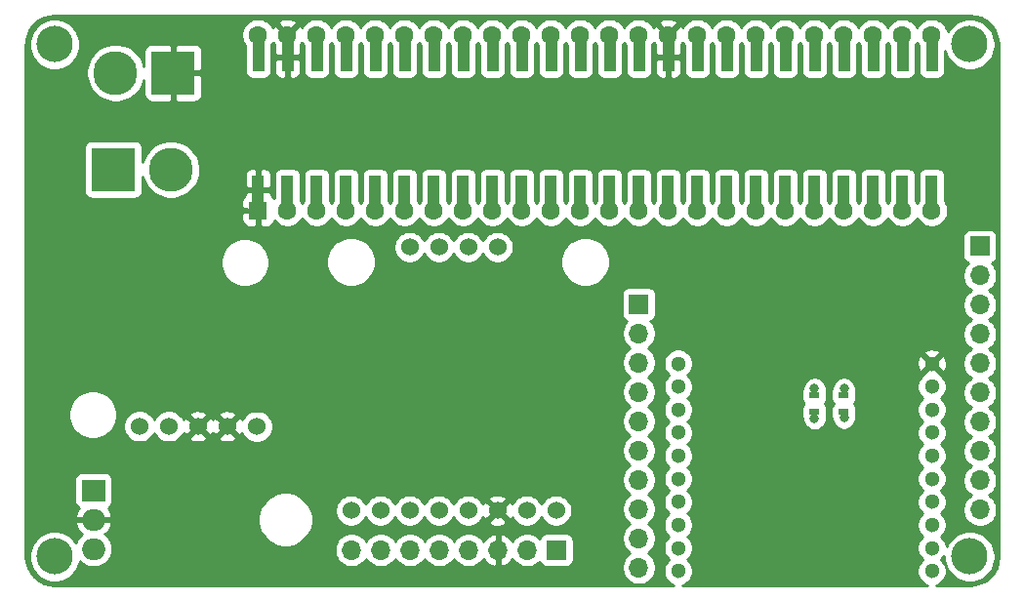
<source format=gbl>
G04 #@! TF.GenerationSoftware,KiCad,Pcbnew,(5.1.10)-1*
G04 #@! TF.CreationDate,2022-04-17T04:02:28-07:00*
G04 #@! TF.ProjectId,GPS_Board,4750535f-426f-4617-9264-2e6b69636164,rev?*
G04 #@! TF.SameCoordinates,Original*
G04 #@! TF.FileFunction,Copper,L2,Bot*
G04 #@! TF.FilePolarity,Positive*
%FSLAX46Y46*%
G04 Gerber Fmt 4.6, Leading zero omitted, Abs format (unit mm)*
G04 Created by KiCad (PCBNEW (5.1.10)-1) date 2022-04-17 04:02:28*
%MOMM*%
%LPD*%
G01*
G04 APERTURE LIST*
G04 #@! TA.AperFunction,SMDPad,CuDef*
%ADD10R,0.900000X0.600000*%
G04 #@! TD*
G04 #@! TA.AperFunction,SMDPad,CuDef*
%ADD11R,1.016000X2.540000*%
G04 #@! TD*
G04 #@! TA.AperFunction,ConnectorPad*
%ADD12R,1.016000X2.540000*%
G04 #@! TD*
G04 #@! TA.AperFunction,ComponentPad*
%ADD13C,1.600000*%
G04 #@! TD*
G04 #@! TA.AperFunction,ComponentPad*
%ADD14R,1.600000X1.600000*%
G04 #@! TD*
G04 #@! TA.AperFunction,ComponentPad*
%ADD15C,1.300000*%
G04 #@! TD*
G04 #@! TA.AperFunction,ComponentPad*
%ADD16R,2.000000X1.905000*%
G04 #@! TD*
G04 #@! TA.AperFunction,ComponentPad*
%ADD17O,2.000000X1.905000*%
G04 #@! TD*
G04 #@! TA.AperFunction,ComponentPad*
%ADD18C,1.524000*%
G04 #@! TD*
G04 #@! TA.AperFunction,ComponentPad*
%ADD19R,3.800000X3.800000*%
G04 #@! TD*
G04 #@! TA.AperFunction,ComponentPad*
%ADD20C,3.800000*%
G04 #@! TD*
G04 #@! TA.AperFunction,ComponentPad*
%ADD21O,1.700000X1.700000*%
G04 #@! TD*
G04 #@! TA.AperFunction,ComponentPad*
%ADD22R,1.700000X1.700000*%
G04 #@! TD*
G04 #@! TA.AperFunction,ViaPad*
%ADD23C,3.150000*%
G04 #@! TD*
G04 #@! TA.AperFunction,ViaPad*
%ADD24C,1.000000*%
G04 #@! TD*
G04 #@! TA.AperFunction,ViaPad*
%ADD25C,0.800000*%
G04 #@! TD*
G04 #@! TA.AperFunction,Conductor*
%ADD26C,0.250000*%
G04 #@! TD*
G04 #@! TA.AperFunction,Conductor*
%ADD27C,0.150000*%
G04 #@! TD*
G04 #@! TA.AperFunction,Conductor*
%ADD28C,0.254000*%
G04 #@! TD*
G04 APERTURE END LIST*
D10*
X180186500Y-95408500D03*
X180186500Y-93908500D03*
X182736500Y-95418500D03*
X182736500Y-93918500D03*
D11*
X162426500Y-76128500D03*
X185286500Y-76128500D03*
X177666500Y-76128500D03*
X167506500Y-76128500D03*
X190366500Y-76128500D03*
X187826500Y-76128500D03*
X175126500Y-76128500D03*
X164966500Y-76128500D03*
D12*
X172586500Y-76128500D03*
D11*
X182746500Y-76128500D03*
X170046500Y-76128500D03*
X180206500Y-76128500D03*
X139566500Y-76128500D03*
X152266500Y-76128500D03*
D12*
X142106500Y-76128500D03*
D11*
X144646500Y-76128500D03*
X134486500Y-76128500D03*
X149726500Y-76128500D03*
X157346500Y-76128500D03*
X159886500Y-76128500D03*
X137026500Y-76128500D03*
X154806500Y-76128500D03*
X131946500Y-76128500D03*
X147186500Y-76128500D03*
X159906500Y-64578500D03*
X137046500Y-64578500D03*
X144666500Y-64578500D03*
X154826500Y-64578500D03*
X131966500Y-64578500D03*
X134506500Y-64578500D03*
X147206500Y-64578500D03*
X157366500Y-64578500D03*
D12*
X149746500Y-64578500D03*
D11*
X139586500Y-64578500D03*
X152286500Y-64578500D03*
X142126500Y-64578500D03*
X182766500Y-64578500D03*
X170066500Y-64578500D03*
D12*
X180226500Y-64578500D03*
D11*
X177686500Y-64578500D03*
X187846500Y-64578500D03*
X172606500Y-64578500D03*
X164986500Y-64578500D03*
X162446500Y-64578500D03*
X185306500Y-64578500D03*
X167526500Y-64578500D03*
X190386500Y-64578500D03*
X175146500Y-64578500D03*
D13*
X172593000Y-77914500D03*
X175133000Y-77914500D03*
X177673000Y-77914500D03*
X180213000Y-77914500D03*
X170053000Y-77914500D03*
X167513000Y-77914500D03*
X164973000Y-77914500D03*
X182753000Y-77914500D03*
X185293000Y-77914500D03*
X187833000Y-77914500D03*
X190373000Y-77914500D03*
X190373000Y-62674500D03*
X187833000Y-62674500D03*
X185293000Y-62674500D03*
X182753000Y-62674500D03*
X180213000Y-62674500D03*
X177673000Y-62674500D03*
X175133000Y-62674500D03*
X172593000Y-62674500D03*
X170053000Y-62674500D03*
X167513000Y-62674500D03*
X162433000Y-77914500D03*
X159893000Y-77914500D03*
X157353000Y-77914500D03*
X154813000Y-77914500D03*
X152273000Y-77914500D03*
X149733000Y-77914500D03*
X147193000Y-77914500D03*
X144653000Y-77914500D03*
X142113000Y-77914500D03*
X139573000Y-77914500D03*
X137033000Y-77914500D03*
X134493000Y-77914500D03*
D14*
X131953000Y-77914500D03*
D13*
X164973000Y-62674500D03*
X162433000Y-62674500D03*
X159893000Y-62674500D03*
X157353000Y-62674500D03*
X154813000Y-62674500D03*
X152273000Y-62674500D03*
X149733000Y-62674500D03*
X147193000Y-62674500D03*
X144653000Y-62674500D03*
X142113000Y-62674500D03*
X139573000Y-62674500D03*
X137033000Y-62674500D03*
X134493000Y-62674500D03*
X131953000Y-62674500D03*
D15*
X168387500Y-101203000D03*
X168387500Y-95203000D03*
X168387500Y-99203000D03*
X168387500Y-93203000D03*
X168387500Y-107203000D03*
X168387500Y-105203000D03*
X168387500Y-109203000D03*
X168387500Y-103203000D03*
X168387500Y-91203000D03*
X168387500Y-97203000D03*
X190387500Y-93203000D03*
X190387500Y-91203000D03*
X190387500Y-97203000D03*
X190387500Y-95203000D03*
X190387500Y-101203000D03*
X190387500Y-99203000D03*
X190387500Y-105203000D03*
X190387500Y-103203000D03*
X190387500Y-107203000D03*
X190387500Y-109203000D03*
D16*
X117666800Y-102200400D03*
D17*
X117666800Y-104740400D03*
X117666800Y-107280400D03*
D18*
X121666000Y-96647000D03*
X124206000Y-96647000D03*
X131836000Y-96657000D03*
X129286000Y-96647000D03*
X126746000Y-96647000D03*
X145097500Y-81089500D03*
X147637500Y-81089500D03*
X150177500Y-81089500D03*
X152717500Y-81089500D03*
X147637500Y-103949500D03*
X145097500Y-103949500D03*
X140017500Y-103949500D03*
X142557500Y-103949500D03*
X157797500Y-103949500D03*
X150177500Y-103949500D03*
X152717500Y-103949500D03*
X155257500Y-103949500D03*
D19*
X124587000Y-65976500D03*
D20*
X119587000Y-65976500D03*
X124396500Y-74358500D03*
D19*
X119396500Y-74358500D03*
D21*
X194564000Y-103886000D03*
X194564000Y-101346000D03*
X194564000Y-98806000D03*
X194564000Y-96266000D03*
X194564000Y-93726000D03*
X194564000Y-91186000D03*
X194564000Y-88646000D03*
X194564000Y-86106000D03*
X194564000Y-83566000D03*
D22*
X194564000Y-81026000D03*
X164973000Y-86042500D03*
D21*
X164973000Y-88582500D03*
X164973000Y-91122500D03*
X164973000Y-93662500D03*
X164973000Y-96202500D03*
X164973000Y-98742500D03*
X164973000Y-101282500D03*
X164973000Y-103822500D03*
X164973000Y-106362500D03*
X164973000Y-108902500D03*
D22*
X157831500Y-107378500D03*
D21*
X155291500Y-107378500D03*
X152751500Y-107378500D03*
X150211500Y-107378500D03*
X147671500Y-107378500D03*
X145131500Y-107378500D03*
X142591500Y-107378500D03*
X140051500Y-107378500D03*
D23*
X193675000Y-63500000D03*
X193675000Y-107950000D03*
X114300000Y-107950000D03*
X114300000Y-63500000D03*
D24*
X125066800Y-101800400D03*
X127066800Y-101800400D03*
X125066800Y-103800400D03*
X125066800Y-105800400D03*
X127066800Y-103800400D03*
X127066800Y-105800400D03*
X129066800Y-101800400D03*
X129066800Y-103800400D03*
X131066800Y-101800400D03*
X131066800Y-103800400D03*
X129066800Y-105800400D03*
X131066800Y-105800400D03*
X131066800Y-107800400D03*
X129066800Y-107800400D03*
X127066800Y-107800400D03*
X125066800Y-107800400D03*
D25*
X180213005Y-95975005D03*
X180216500Y-93378500D03*
X182766496Y-95928500D03*
X182766500Y-93378500D03*
D26*
X134493000Y-64565000D02*
X134506500Y-64578500D01*
X134493000Y-62674500D02*
X134493000Y-64565000D01*
X167513000Y-64565000D02*
X167526500Y-64578500D01*
X167513000Y-62674500D02*
X167513000Y-64565000D01*
X131953000Y-76135000D02*
X131946500Y-76128500D01*
X131953000Y-77914500D02*
X131953000Y-76135000D01*
X131953000Y-64565000D02*
X131966500Y-64578500D01*
X131953000Y-62674500D02*
X131953000Y-64565000D01*
X137033000Y-64565000D02*
X137046500Y-64578500D01*
X137033000Y-62674500D02*
X137033000Y-64565000D01*
X167506500Y-76128500D02*
X167506500Y-78013500D01*
X167513000Y-76135000D02*
X167506500Y-76128500D01*
X180213000Y-76135000D02*
X180206500Y-76128500D01*
X180213000Y-77914500D02*
X180213000Y-76135000D01*
D27*
X180213005Y-95435005D02*
X180186500Y-95408500D01*
X180213005Y-95975005D02*
X180213005Y-95435005D01*
X180186500Y-93408500D02*
X180216500Y-93378500D01*
X180186500Y-93908500D02*
X180186500Y-93408500D01*
D26*
X182753000Y-76135000D02*
X182746500Y-76128500D01*
X182753000Y-77914500D02*
X182753000Y-76135000D01*
D27*
X182766496Y-95448496D02*
X182736500Y-95418500D01*
X182766496Y-95928500D02*
X182766496Y-95448496D01*
X182736500Y-93408500D02*
X182766500Y-93378500D01*
X182736500Y-93918500D02*
X182736500Y-93408500D01*
D26*
X172586500Y-77908000D02*
X172593000Y-77914500D01*
X172586500Y-76128500D02*
X172586500Y-77908000D01*
X175133000Y-76135000D02*
X175126500Y-76128500D01*
X175133000Y-77914500D02*
X175133000Y-76135000D01*
D27*
X170053000Y-76135000D02*
X170046500Y-76128500D01*
X170053000Y-77914500D02*
X170053000Y-76135000D01*
D26*
X159893000Y-64565000D02*
X159906500Y-64578500D01*
X159893000Y-62674500D02*
X159893000Y-64565000D01*
X154813000Y-76135000D02*
X154806500Y-76128500D01*
X154813000Y-77914500D02*
X154813000Y-76135000D01*
X162433000Y-62674500D02*
X162433000Y-64212000D01*
X162433000Y-64565000D02*
X162446500Y-64578500D01*
X162433000Y-62674500D02*
X162433000Y-64565000D01*
X137033000Y-76135000D02*
X137026500Y-76128500D01*
X137033000Y-77914500D02*
X137033000Y-76135000D01*
X134486500Y-77908000D02*
X134493000Y-77914500D01*
X134486500Y-76128500D02*
X134486500Y-77908000D01*
X152273000Y-64565000D02*
X152286500Y-64578500D01*
X152273000Y-62674500D02*
X152273000Y-64565000D01*
X149733000Y-64565000D02*
X149746500Y-64578500D01*
X149733000Y-62674500D02*
X149733000Y-64565000D01*
X164973000Y-76135000D02*
X164966500Y-76128500D01*
X164973000Y-77914500D02*
X164973000Y-76135000D01*
X180213000Y-64565000D02*
X180226500Y-64578500D01*
X180213000Y-62674500D02*
X180213000Y-64565000D01*
X190373000Y-76135000D02*
X190366500Y-76128500D01*
X190373000Y-77914500D02*
X190373000Y-76135000D01*
X177673000Y-64565000D02*
X177686500Y-64578500D01*
X177673000Y-62674500D02*
X177673000Y-64565000D01*
X162426500Y-77908000D02*
X162433000Y-77914500D01*
X162426500Y-76128500D02*
X162426500Y-77908000D01*
X159893000Y-76135000D02*
X159886500Y-76128500D01*
X159893000Y-77914500D02*
X159893000Y-76135000D01*
X164973000Y-64565000D02*
X164986500Y-64578500D01*
X164973000Y-62674500D02*
X164973000Y-64565000D01*
X147193000Y-76135000D02*
X147186500Y-76128500D01*
X147193000Y-77914500D02*
X147193000Y-76135000D01*
X157346500Y-77908000D02*
X157353000Y-77914500D01*
X157346500Y-76128500D02*
X157346500Y-77908000D01*
X149726500Y-77908000D02*
X149733000Y-77914500D01*
X149726500Y-76128500D02*
X149726500Y-77908000D01*
X144646500Y-77908000D02*
X144653000Y-77914500D01*
X144646500Y-76128500D02*
X144646500Y-77908000D01*
X142113000Y-76135000D02*
X142106500Y-76128500D01*
X142113000Y-77914500D02*
X142113000Y-76135000D01*
X152273000Y-76135000D02*
X152266500Y-76128500D01*
X152273000Y-77914500D02*
X152273000Y-76135000D01*
X139566500Y-77908000D02*
X139573000Y-77914500D01*
X139566500Y-76128500D02*
X139566500Y-77908000D01*
X187833000Y-76135000D02*
X187826500Y-76128500D01*
X187833000Y-77914500D02*
X187833000Y-76135000D01*
X177673000Y-76135000D02*
X177666500Y-76128500D01*
X177673000Y-77914500D02*
X177673000Y-76135000D01*
X185293000Y-76135000D02*
X185286500Y-76128500D01*
X185293000Y-77914500D02*
X185293000Y-76135000D01*
X190373000Y-64565000D02*
X190386500Y-64578500D01*
X190373000Y-62674500D02*
X190373000Y-64565000D01*
X187833000Y-64565000D02*
X187846500Y-64578500D01*
X187833000Y-62674500D02*
X187833000Y-64565000D01*
X185293000Y-64565000D02*
X185306500Y-64578500D01*
X185293000Y-62674500D02*
X185293000Y-64565000D01*
X182753000Y-64565000D02*
X182766500Y-64578500D01*
X182753000Y-62674500D02*
X182753000Y-64565000D01*
X175133000Y-64565000D02*
X175146500Y-64578500D01*
X175133000Y-62674500D02*
X175133000Y-64565000D01*
X172593000Y-64565000D02*
X172606500Y-64578500D01*
X172593000Y-62674500D02*
X172593000Y-64565000D01*
X170053000Y-64565000D02*
X170066500Y-64578500D01*
X170053000Y-62674500D02*
X170053000Y-64565000D01*
X157353000Y-64565000D02*
X157366500Y-64578500D01*
X157353000Y-62674500D02*
X157353000Y-64565000D01*
X154813000Y-64565000D02*
X154826500Y-64578500D01*
X154813000Y-62674500D02*
X154813000Y-64565000D01*
X147193000Y-64565000D02*
X147206500Y-64578500D01*
X147193000Y-62674500D02*
X147193000Y-64565000D01*
X144653000Y-64565000D02*
X144666500Y-64578500D01*
X144653000Y-62674500D02*
X144653000Y-64565000D01*
X142113000Y-64565000D02*
X142126500Y-64578500D01*
X142113000Y-62674500D02*
X142113000Y-64565000D01*
X139573000Y-64565000D02*
X139586500Y-64578500D01*
X139573000Y-62674500D02*
X139573000Y-64565000D01*
D28*
X194158005Y-61060644D02*
X194622612Y-61200917D01*
X195051128Y-61428763D01*
X195427222Y-61735497D01*
X195736582Y-62109449D01*
X195967410Y-62536357D01*
X196110925Y-62999980D01*
X196165000Y-63514462D01*
X196165002Y-107916475D01*
X196114356Y-108433005D01*
X195974082Y-108897613D01*
X195746238Y-109326126D01*
X195439501Y-109702223D01*
X195065554Y-110011578D01*
X194638641Y-110242410D01*
X194175021Y-110385924D01*
X193660537Y-110439999D01*
X190755383Y-110439999D01*
X190762321Y-110438619D01*
X190996176Y-110341753D01*
X191206640Y-110201125D01*
X191385625Y-110022140D01*
X191526253Y-109811676D01*
X191623119Y-109577821D01*
X191672500Y-109329561D01*
X191672500Y-109076439D01*
X191623119Y-108828179D01*
X191526253Y-108594324D01*
X191385625Y-108383860D01*
X191206640Y-108204875D01*
X191203834Y-108203000D01*
X191206640Y-108201125D01*
X191385625Y-108022140D01*
X191465000Y-107903347D01*
X191465000Y-108167666D01*
X191549929Y-108594633D01*
X191716524Y-108996827D01*
X191958381Y-109358793D01*
X192266207Y-109666619D01*
X192628173Y-109908476D01*
X193030367Y-110075071D01*
X193457334Y-110160000D01*
X193892666Y-110160000D01*
X194319633Y-110075071D01*
X194721827Y-109908476D01*
X195083793Y-109666619D01*
X195391619Y-109358793D01*
X195633476Y-108996827D01*
X195800071Y-108594633D01*
X195885000Y-108167666D01*
X195885000Y-107732334D01*
X195800071Y-107305367D01*
X195633476Y-106903173D01*
X195391619Y-106541207D01*
X195083793Y-106233381D01*
X194721827Y-105991524D01*
X194319633Y-105824929D01*
X193892666Y-105740000D01*
X193457334Y-105740000D01*
X193030367Y-105824929D01*
X192628173Y-105991524D01*
X192266207Y-106233381D01*
X191958381Y-106541207D01*
X191716524Y-106903173D01*
X191663499Y-107031186D01*
X191623119Y-106828179D01*
X191526253Y-106594324D01*
X191385625Y-106383860D01*
X191206640Y-106204875D01*
X191203834Y-106203000D01*
X191206640Y-106201125D01*
X191385625Y-106022140D01*
X191526253Y-105811676D01*
X191623119Y-105577821D01*
X191672500Y-105329561D01*
X191672500Y-105076439D01*
X191623119Y-104828179D01*
X191526253Y-104594324D01*
X191385625Y-104383860D01*
X191206640Y-104204875D01*
X191203834Y-104203000D01*
X191206640Y-104201125D01*
X191385625Y-104022140D01*
X191526253Y-103811676D01*
X191623119Y-103577821D01*
X191672500Y-103329561D01*
X191672500Y-103076439D01*
X191623119Y-102828179D01*
X191526253Y-102594324D01*
X191385625Y-102383860D01*
X191206640Y-102204875D01*
X191203834Y-102203000D01*
X191206640Y-102201125D01*
X191385625Y-102022140D01*
X191526253Y-101811676D01*
X191623119Y-101577821D01*
X191672500Y-101329561D01*
X191672500Y-101076439D01*
X191623119Y-100828179D01*
X191526253Y-100594324D01*
X191385625Y-100383860D01*
X191206640Y-100204875D01*
X191203834Y-100203000D01*
X191206640Y-100201125D01*
X191385625Y-100022140D01*
X191526253Y-99811676D01*
X191623119Y-99577821D01*
X191672500Y-99329561D01*
X191672500Y-99076439D01*
X191623119Y-98828179D01*
X191526253Y-98594324D01*
X191385625Y-98383860D01*
X191206640Y-98204875D01*
X191203834Y-98203000D01*
X191206640Y-98201125D01*
X191385625Y-98022140D01*
X191526253Y-97811676D01*
X191623119Y-97577821D01*
X191672500Y-97329561D01*
X191672500Y-97076439D01*
X191623119Y-96828179D01*
X191526253Y-96594324D01*
X191385625Y-96383860D01*
X191206640Y-96204875D01*
X191203834Y-96203000D01*
X191206640Y-96201125D01*
X191385625Y-96022140D01*
X191526253Y-95811676D01*
X191623119Y-95577821D01*
X191672500Y-95329561D01*
X191672500Y-95076439D01*
X191623119Y-94828179D01*
X191526253Y-94594324D01*
X191385625Y-94383860D01*
X191206640Y-94204875D01*
X191203834Y-94203000D01*
X191206640Y-94201125D01*
X191385625Y-94022140D01*
X191526253Y-93811676D01*
X191623119Y-93577821D01*
X191672500Y-93329561D01*
X191672500Y-93076439D01*
X191623119Y-92828179D01*
X191526253Y-92594324D01*
X191385625Y-92383860D01*
X191206640Y-92204875D01*
X191085203Y-92123733D01*
X191093422Y-92088527D01*
X190387500Y-91382605D01*
X189681578Y-92088527D01*
X189689797Y-92123733D01*
X189568360Y-92204875D01*
X189389375Y-92383860D01*
X189248747Y-92594324D01*
X189151881Y-92828179D01*
X189102500Y-93076439D01*
X189102500Y-93329561D01*
X189151881Y-93577821D01*
X189248747Y-93811676D01*
X189389375Y-94022140D01*
X189568360Y-94201125D01*
X189571166Y-94203000D01*
X189568360Y-94204875D01*
X189389375Y-94383860D01*
X189248747Y-94594324D01*
X189151881Y-94828179D01*
X189102500Y-95076439D01*
X189102500Y-95329561D01*
X189151881Y-95577821D01*
X189248747Y-95811676D01*
X189389375Y-96022140D01*
X189568360Y-96201125D01*
X189571166Y-96203000D01*
X189568360Y-96204875D01*
X189389375Y-96383860D01*
X189248747Y-96594324D01*
X189151881Y-96828179D01*
X189102500Y-97076439D01*
X189102500Y-97329561D01*
X189151881Y-97577821D01*
X189248747Y-97811676D01*
X189389375Y-98022140D01*
X189568360Y-98201125D01*
X189571166Y-98203000D01*
X189568360Y-98204875D01*
X189389375Y-98383860D01*
X189248747Y-98594324D01*
X189151881Y-98828179D01*
X189102500Y-99076439D01*
X189102500Y-99329561D01*
X189151881Y-99577821D01*
X189248747Y-99811676D01*
X189389375Y-100022140D01*
X189568360Y-100201125D01*
X189571166Y-100203000D01*
X189568360Y-100204875D01*
X189389375Y-100383860D01*
X189248747Y-100594324D01*
X189151881Y-100828179D01*
X189102500Y-101076439D01*
X189102500Y-101329561D01*
X189151881Y-101577821D01*
X189248747Y-101811676D01*
X189389375Y-102022140D01*
X189568360Y-102201125D01*
X189571166Y-102203000D01*
X189568360Y-102204875D01*
X189389375Y-102383860D01*
X189248747Y-102594324D01*
X189151881Y-102828179D01*
X189102500Y-103076439D01*
X189102500Y-103329561D01*
X189151881Y-103577821D01*
X189248747Y-103811676D01*
X189389375Y-104022140D01*
X189568360Y-104201125D01*
X189571166Y-104203000D01*
X189568360Y-104204875D01*
X189389375Y-104383860D01*
X189248747Y-104594324D01*
X189151881Y-104828179D01*
X189102500Y-105076439D01*
X189102500Y-105329561D01*
X189151881Y-105577821D01*
X189248747Y-105811676D01*
X189389375Y-106022140D01*
X189568360Y-106201125D01*
X189571166Y-106203000D01*
X189568360Y-106204875D01*
X189389375Y-106383860D01*
X189248747Y-106594324D01*
X189151881Y-106828179D01*
X189102500Y-107076439D01*
X189102500Y-107329561D01*
X189151881Y-107577821D01*
X189248747Y-107811676D01*
X189389375Y-108022140D01*
X189568360Y-108201125D01*
X189571166Y-108203000D01*
X189568360Y-108204875D01*
X189389375Y-108383860D01*
X189248747Y-108594324D01*
X189151881Y-108828179D01*
X189102500Y-109076439D01*
X189102500Y-109329561D01*
X189151881Y-109577821D01*
X189248747Y-109811676D01*
X189389375Y-110022140D01*
X189568360Y-110201125D01*
X189778824Y-110341753D01*
X190012679Y-110438619D01*
X190019617Y-110439999D01*
X168755383Y-110439999D01*
X168762321Y-110438619D01*
X168996176Y-110341753D01*
X169206640Y-110201125D01*
X169385625Y-110022140D01*
X169526253Y-109811676D01*
X169623119Y-109577821D01*
X169672500Y-109329561D01*
X169672500Y-109076439D01*
X169623119Y-108828179D01*
X169526253Y-108594324D01*
X169385625Y-108383860D01*
X169206640Y-108204875D01*
X169203834Y-108203000D01*
X169206640Y-108201125D01*
X169385625Y-108022140D01*
X169526253Y-107811676D01*
X169623119Y-107577821D01*
X169672500Y-107329561D01*
X169672500Y-107076439D01*
X169623119Y-106828179D01*
X169526253Y-106594324D01*
X169385625Y-106383860D01*
X169206640Y-106204875D01*
X169203834Y-106203000D01*
X169206640Y-106201125D01*
X169385625Y-106022140D01*
X169526253Y-105811676D01*
X169623119Y-105577821D01*
X169672500Y-105329561D01*
X169672500Y-105076439D01*
X169623119Y-104828179D01*
X169526253Y-104594324D01*
X169385625Y-104383860D01*
X169206640Y-104204875D01*
X169203834Y-104203000D01*
X169206640Y-104201125D01*
X169385625Y-104022140D01*
X169526253Y-103811676D01*
X169623119Y-103577821D01*
X169672500Y-103329561D01*
X169672500Y-103076439D01*
X169623119Y-102828179D01*
X169526253Y-102594324D01*
X169385625Y-102383860D01*
X169206640Y-102204875D01*
X169203834Y-102203000D01*
X169206640Y-102201125D01*
X169385625Y-102022140D01*
X169526253Y-101811676D01*
X169623119Y-101577821D01*
X169672500Y-101329561D01*
X169672500Y-101076439D01*
X169623119Y-100828179D01*
X169526253Y-100594324D01*
X169385625Y-100383860D01*
X169206640Y-100204875D01*
X169203834Y-100203000D01*
X169206640Y-100201125D01*
X169385625Y-100022140D01*
X169526253Y-99811676D01*
X169623119Y-99577821D01*
X169672500Y-99329561D01*
X169672500Y-99076439D01*
X169623119Y-98828179D01*
X169526253Y-98594324D01*
X169385625Y-98383860D01*
X169206640Y-98204875D01*
X169203834Y-98203000D01*
X169206640Y-98201125D01*
X169385625Y-98022140D01*
X169526253Y-97811676D01*
X169623119Y-97577821D01*
X169672500Y-97329561D01*
X169672500Y-97076439D01*
X169623119Y-96828179D01*
X169526253Y-96594324D01*
X169385625Y-96383860D01*
X169206640Y-96204875D01*
X169203834Y-96203000D01*
X169206640Y-96201125D01*
X169385625Y-96022140D01*
X169526253Y-95811676D01*
X169623119Y-95577821D01*
X169672500Y-95329561D01*
X169672500Y-95076439D01*
X169623119Y-94828179D01*
X169526253Y-94594324D01*
X169385625Y-94383860D01*
X169206640Y-94204875D01*
X169203834Y-94203000D01*
X169206640Y-94201125D01*
X169385625Y-94022140D01*
X169526253Y-93811676D01*
X169610411Y-93608500D01*
X179098428Y-93608500D01*
X179098428Y-94208500D01*
X179110688Y-94332982D01*
X179146998Y-94452680D01*
X179205963Y-94562994D01*
X179284342Y-94658500D01*
X179205963Y-94754006D01*
X179146998Y-94864320D01*
X179110688Y-94984018D01*
X179098428Y-95108500D01*
X179098428Y-95708500D01*
X179110688Y-95832982D01*
X179146998Y-95952680D01*
X179178005Y-96010689D01*
X179178005Y-96076944D01*
X179217779Y-96276903D01*
X179295800Y-96465261D01*
X179409068Y-96634779D01*
X179553231Y-96778942D01*
X179722749Y-96892210D01*
X179911107Y-96970231D01*
X180111066Y-97010005D01*
X180314944Y-97010005D01*
X180514903Y-96970231D01*
X180703261Y-96892210D01*
X180872779Y-96778942D01*
X181016942Y-96634779D01*
X181130210Y-96465261D01*
X181208231Y-96276903D01*
X181248005Y-96076944D01*
X181248005Y-95880146D01*
X181262312Y-95832982D01*
X181274572Y-95708500D01*
X181274572Y-95108500D01*
X181262312Y-94984018D01*
X181226002Y-94864320D01*
X181167037Y-94754006D01*
X181088658Y-94658500D01*
X181167037Y-94562994D01*
X181226002Y-94452680D01*
X181262312Y-94332982D01*
X181274572Y-94208500D01*
X181274572Y-93618500D01*
X181648428Y-93618500D01*
X181648428Y-94218500D01*
X181660688Y-94342982D01*
X181696998Y-94462680D01*
X181755963Y-94572994D01*
X181834342Y-94668500D01*
X181755963Y-94764006D01*
X181696998Y-94874320D01*
X181660688Y-94994018D01*
X181648428Y-95118500D01*
X181648428Y-95718500D01*
X181660688Y-95842982D01*
X181696998Y-95962680D01*
X181731496Y-96027220D01*
X181731496Y-96030439D01*
X181771270Y-96230398D01*
X181849291Y-96418756D01*
X181962559Y-96588274D01*
X182106722Y-96732437D01*
X182276240Y-96845705D01*
X182464598Y-96923726D01*
X182664557Y-96963500D01*
X182868435Y-96963500D01*
X183068394Y-96923726D01*
X183256752Y-96845705D01*
X183426270Y-96732437D01*
X183570433Y-96588274D01*
X183683701Y-96418756D01*
X183761722Y-96230398D01*
X183801496Y-96030439D01*
X183801496Y-95878638D01*
X183812312Y-95842982D01*
X183824572Y-95718500D01*
X183824572Y-95118500D01*
X183812312Y-94994018D01*
X183776002Y-94874320D01*
X183717037Y-94764006D01*
X183638658Y-94668500D01*
X183717037Y-94572994D01*
X183776002Y-94462680D01*
X183812312Y-94342982D01*
X183824572Y-94218500D01*
X183824572Y-93618500D01*
X183812312Y-93494018D01*
X183801500Y-93458376D01*
X183801500Y-93276561D01*
X183761726Y-93076602D01*
X183683705Y-92888244D01*
X183570437Y-92718726D01*
X183426274Y-92574563D01*
X183256756Y-92461295D01*
X183068398Y-92383274D01*
X182868439Y-92343500D01*
X182664561Y-92343500D01*
X182464602Y-92383274D01*
X182276244Y-92461295D01*
X182106726Y-92574563D01*
X181962563Y-92718726D01*
X181849295Y-92888244D01*
X181771274Y-93076602D01*
X181731500Y-93276561D01*
X181731500Y-93309772D01*
X181696998Y-93374320D01*
X181660688Y-93494018D01*
X181648428Y-93618500D01*
X181274572Y-93618500D01*
X181274572Y-93608500D01*
X181262312Y-93484018D01*
X181251500Y-93448376D01*
X181251500Y-93276561D01*
X181211726Y-93076602D01*
X181133705Y-92888244D01*
X181020437Y-92718726D01*
X180876274Y-92574563D01*
X180706756Y-92461295D01*
X180518398Y-92383274D01*
X180318439Y-92343500D01*
X180114561Y-92343500D01*
X179914602Y-92383274D01*
X179726244Y-92461295D01*
X179556726Y-92574563D01*
X179412563Y-92718726D01*
X179299295Y-92888244D01*
X179221274Y-93076602D01*
X179181500Y-93276561D01*
X179181500Y-93299772D01*
X179146998Y-93364320D01*
X179110688Y-93484018D01*
X179098428Y-93608500D01*
X169610411Y-93608500D01*
X169623119Y-93577821D01*
X169672500Y-93329561D01*
X169672500Y-93076439D01*
X169623119Y-92828179D01*
X169526253Y-92594324D01*
X169385625Y-92383860D01*
X169206640Y-92204875D01*
X169203834Y-92203000D01*
X169206640Y-92201125D01*
X169385625Y-92022140D01*
X169526253Y-91811676D01*
X169623119Y-91577821D01*
X169672500Y-91329561D01*
X169672500Y-91279455D01*
X189098548Y-91279455D01*
X189138230Y-91529449D01*
X189225922Y-91766896D01*
X189273299Y-91855534D01*
X189501973Y-91908922D01*
X190207895Y-91203000D01*
X190567105Y-91203000D01*
X191273027Y-91908922D01*
X191501701Y-91855534D01*
X191607595Y-91625626D01*
X191666602Y-91379476D01*
X191676452Y-91126545D01*
X191636770Y-90876551D01*
X191549078Y-90639104D01*
X191501701Y-90550466D01*
X191273027Y-90497078D01*
X190567105Y-91203000D01*
X190207895Y-91203000D01*
X189501973Y-90497078D01*
X189273299Y-90550466D01*
X189167405Y-90780374D01*
X189108398Y-91026524D01*
X189098548Y-91279455D01*
X169672500Y-91279455D01*
X169672500Y-91076439D01*
X169623119Y-90828179D01*
X169526253Y-90594324D01*
X169385625Y-90383860D01*
X169319238Y-90317473D01*
X189681578Y-90317473D01*
X190387500Y-91023395D01*
X191093422Y-90317473D01*
X191040034Y-90088799D01*
X190810126Y-89982905D01*
X190563976Y-89923898D01*
X190311045Y-89914048D01*
X190061051Y-89953730D01*
X189823604Y-90041422D01*
X189734966Y-90088799D01*
X189681578Y-90317473D01*
X169319238Y-90317473D01*
X169206640Y-90204875D01*
X168996176Y-90064247D01*
X168762321Y-89967381D01*
X168514061Y-89918000D01*
X168260939Y-89918000D01*
X168012679Y-89967381D01*
X167778824Y-90064247D01*
X167568360Y-90204875D01*
X167389375Y-90383860D01*
X167248747Y-90594324D01*
X167151881Y-90828179D01*
X167102500Y-91076439D01*
X167102500Y-91329561D01*
X167151881Y-91577821D01*
X167248747Y-91811676D01*
X167389375Y-92022140D01*
X167568360Y-92201125D01*
X167571166Y-92203000D01*
X167568360Y-92204875D01*
X167389375Y-92383860D01*
X167248747Y-92594324D01*
X167151881Y-92828179D01*
X167102500Y-93076439D01*
X167102500Y-93329561D01*
X167151881Y-93577821D01*
X167248747Y-93811676D01*
X167389375Y-94022140D01*
X167568360Y-94201125D01*
X167571166Y-94203000D01*
X167568360Y-94204875D01*
X167389375Y-94383860D01*
X167248747Y-94594324D01*
X167151881Y-94828179D01*
X167102500Y-95076439D01*
X167102500Y-95329561D01*
X167151881Y-95577821D01*
X167248747Y-95811676D01*
X167389375Y-96022140D01*
X167568360Y-96201125D01*
X167571166Y-96203000D01*
X167568360Y-96204875D01*
X167389375Y-96383860D01*
X167248747Y-96594324D01*
X167151881Y-96828179D01*
X167102500Y-97076439D01*
X167102500Y-97329561D01*
X167151881Y-97577821D01*
X167248747Y-97811676D01*
X167389375Y-98022140D01*
X167568360Y-98201125D01*
X167571166Y-98203000D01*
X167568360Y-98204875D01*
X167389375Y-98383860D01*
X167248747Y-98594324D01*
X167151881Y-98828179D01*
X167102500Y-99076439D01*
X167102500Y-99329561D01*
X167151881Y-99577821D01*
X167248747Y-99811676D01*
X167389375Y-100022140D01*
X167568360Y-100201125D01*
X167571166Y-100203000D01*
X167568360Y-100204875D01*
X167389375Y-100383860D01*
X167248747Y-100594324D01*
X167151881Y-100828179D01*
X167102500Y-101076439D01*
X167102500Y-101329561D01*
X167151881Y-101577821D01*
X167248747Y-101811676D01*
X167389375Y-102022140D01*
X167568360Y-102201125D01*
X167571166Y-102203000D01*
X167568360Y-102204875D01*
X167389375Y-102383860D01*
X167248747Y-102594324D01*
X167151881Y-102828179D01*
X167102500Y-103076439D01*
X167102500Y-103329561D01*
X167151881Y-103577821D01*
X167248747Y-103811676D01*
X167389375Y-104022140D01*
X167568360Y-104201125D01*
X167571166Y-104203000D01*
X167568360Y-104204875D01*
X167389375Y-104383860D01*
X167248747Y-104594324D01*
X167151881Y-104828179D01*
X167102500Y-105076439D01*
X167102500Y-105329561D01*
X167151881Y-105577821D01*
X167248747Y-105811676D01*
X167389375Y-106022140D01*
X167568360Y-106201125D01*
X167571166Y-106203000D01*
X167568360Y-106204875D01*
X167389375Y-106383860D01*
X167248747Y-106594324D01*
X167151881Y-106828179D01*
X167102500Y-107076439D01*
X167102500Y-107329561D01*
X167151881Y-107577821D01*
X167248747Y-107811676D01*
X167389375Y-108022140D01*
X167568360Y-108201125D01*
X167571166Y-108203000D01*
X167568360Y-108204875D01*
X167389375Y-108383860D01*
X167248747Y-108594324D01*
X167151881Y-108828179D01*
X167102500Y-109076439D01*
X167102500Y-109329561D01*
X167151881Y-109577821D01*
X167248747Y-109811676D01*
X167389375Y-110022140D01*
X167568360Y-110201125D01*
X167778824Y-110341753D01*
X168012679Y-110438619D01*
X168019617Y-110439999D01*
X114333506Y-110439999D01*
X113816996Y-110389355D01*
X113352389Y-110249082D01*
X112923874Y-110021236D01*
X112547777Y-109714499D01*
X112238421Y-109340553D01*
X112007591Y-108913642D01*
X111864076Y-108450019D01*
X111810001Y-107935537D01*
X111810001Y-107732334D01*
X112090000Y-107732334D01*
X112090000Y-108167666D01*
X112174929Y-108594633D01*
X112341524Y-108996827D01*
X112583381Y-109358793D01*
X112891207Y-109666619D01*
X113253173Y-109908476D01*
X113655367Y-110075071D01*
X114082334Y-110160000D01*
X114517666Y-110160000D01*
X114944633Y-110075071D01*
X115346827Y-109908476D01*
X115708793Y-109666619D01*
X116016619Y-109358793D01*
X116258476Y-108996827D01*
X116425071Y-108594633D01*
X116467822Y-108379710D01*
X116491337Y-108408363D01*
X116733065Y-108606745D01*
X117008851Y-108754155D01*
X117308096Y-108844930D01*
X117541314Y-108867900D01*
X117792286Y-108867900D01*
X118025504Y-108844930D01*
X118324749Y-108754155D01*
X118600535Y-108606745D01*
X118842263Y-108408363D01*
X119040645Y-108166635D01*
X119188055Y-107890849D01*
X119278830Y-107591604D01*
X119309481Y-107280400D01*
X119304738Y-107232240D01*
X138566500Y-107232240D01*
X138566500Y-107524760D01*
X138623568Y-107811658D01*
X138735510Y-108081911D01*
X138898025Y-108325132D01*
X139104868Y-108531975D01*
X139348089Y-108694490D01*
X139618342Y-108806432D01*
X139905240Y-108863500D01*
X140197760Y-108863500D01*
X140484658Y-108806432D01*
X140754911Y-108694490D01*
X140998132Y-108531975D01*
X141204975Y-108325132D01*
X141321500Y-108150740D01*
X141438025Y-108325132D01*
X141644868Y-108531975D01*
X141888089Y-108694490D01*
X142158342Y-108806432D01*
X142445240Y-108863500D01*
X142737760Y-108863500D01*
X143024658Y-108806432D01*
X143294911Y-108694490D01*
X143538132Y-108531975D01*
X143744975Y-108325132D01*
X143861500Y-108150740D01*
X143978025Y-108325132D01*
X144184868Y-108531975D01*
X144428089Y-108694490D01*
X144698342Y-108806432D01*
X144985240Y-108863500D01*
X145277760Y-108863500D01*
X145564658Y-108806432D01*
X145834911Y-108694490D01*
X146078132Y-108531975D01*
X146284975Y-108325132D01*
X146401500Y-108150740D01*
X146518025Y-108325132D01*
X146724868Y-108531975D01*
X146968089Y-108694490D01*
X147238342Y-108806432D01*
X147525240Y-108863500D01*
X147817760Y-108863500D01*
X148104658Y-108806432D01*
X148374911Y-108694490D01*
X148618132Y-108531975D01*
X148824975Y-108325132D01*
X148941500Y-108150740D01*
X149058025Y-108325132D01*
X149264868Y-108531975D01*
X149508089Y-108694490D01*
X149778342Y-108806432D01*
X150065240Y-108863500D01*
X150357760Y-108863500D01*
X150644658Y-108806432D01*
X150914911Y-108694490D01*
X151158132Y-108531975D01*
X151364975Y-108325132D01*
X151486695Y-108142966D01*
X151556322Y-108259855D01*
X151751231Y-108476088D01*
X151984580Y-108650141D01*
X152247401Y-108775325D01*
X152394610Y-108819976D01*
X152624500Y-108698655D01*
X152624500Y-107505500D01*
X152604500Y-107505500D01*
X152604500Y-107251500D01*
X152624500Y-107251500D01*
X152624500Y-106058345D01*
X152878500Y-106058345D01*
X152878500Y-107251500D01*
X152898500Y-107251500D01*
X152898500Y-107505500D01*
X152878500Y-107505500D01*
X152878500Y-108698655D01*
X153108390Y-108819976D01*
X153255599Y-108775325D01*
X153518420Y-108650141D01*
X153751769Y-108476088D01*
X153946678Y-108259855D01*
X154016305Y-108142966D01*
X154138025Y-108325132D01*
X154344868Y-108531975D01*
X154588089Y-108694490D01*
X154858342Y-108806432D01*
X155145240Y-108863500D01*
X155437760Y-108863500D01*
X155724658Y-108806432D01*
X155994911Y-108694490D01*
X156238132Y-108531975D01*
X156369987Y-108400120D01*
X156391998Y-108472680D01*
X156450963Y-108582994D01*
X156530315Y-108679685D01*
X156627006Y-108759037D01*
X156737320Y-108818002D01*
X156857018Y-108854312D01*
X156981500Y-108866572D01*
X158681500Y-108866572D01*
X158805982Y-108854312D01*
X158925680Y-108818002D01*
X159035994Y-108759037D01*
X159132685Y-108679685D01*
X159212037Y-108582994D01*
X159271002Y-108472680D01*
X159307312Y-108352982D01*
X159319572Y-108228500D01*
X159319572Y-106528500D01*
X159307312Y-106404018D01*
X159271002Y-106284320D01*
X159212037Y-106174006D01*
X159132685Y-106077315D01*
X159035994Y-105997963D01*
X158925680Y-105938998D01*
X158805982Y-105902688D01*
X158681500Y-105890428D01*
X156981500Y-105890428D01*
X156857018Y-105902688D01*
X156737320Y-105938998D01*
X156627006Y-105997963D01*
X156530315Y-106077315D01*
X156450963Y-106174006D01*
X156391998Y-106284320D01*
X156369987Y-106356880D01*
X156238132Y-106225025D01*
X155994911Y-106062510D01*
X155724658Y-105950568D01*
X155437760Y-105893500D01*
X155145240Y-105893500D01*
X154858342Y-105950568D01*
X154588089Y-106062510D01*
X154344868Y-106225025D01*
X154138025Y-106431868D01*
X154016305Y-106614034D01*
X153946678Y-106497145D01*
X153751769Y-106280912D01*
X153518420Y-106106859D01*
X153255599Y-105981675D01*
X153108390Y-105937024D01*
X152878500Y-106058345D01*
X152624500Y-106058345D01*
X152394610Y-105937024D01*
X152247401Y-105981675D01*
X151984580Y-106106859D01*
X151751231Y-106280912D01*
X151556322Y-106497145D01*
X151486695Y-106614034D01*
X151364975Y-106431868D01*
X151158132Y-106225025D01*
X150914911Y-106062510D01*
X150644658Y-105950568D01*
X150357760Y-105893500D01*
X150065240Y-105893500D01*
X149778342Y-105950568D01*
X149508089Y-106062510D01*
X149264868Y-106225025D01*
X149058025Y-106431868D01*
X148941500Y-106606260D01*
X148824975Y-106431868D01*
X148618132Y-106225025D01*
X148374911Y-106062510D01*
X148104658Y-105950568D01*
X147817760Y-105893500D01*
X147525240Y-105893500D01*
X147238342Y-105950568D01*
X146968089Y-106062510D01*
X146724868Y-106225025D01*
X146518025Y-106431868D01*
X146401500Y-106606260D01*
X146284975Y-106431868D01*
X146078132Y-106225025D01*
X145834911Y-106062510D01*
X145564658Y-105950568D01*
X145277760Y-105893500D01*
X144985240Y-105893500D01*
X144698342Y-105950568D01*
X144428089Y-106062510D01*
X144184868Y-106225025D01*
X143978025Y-106431868D01*
X143861500Y-106606260D01*
X143744975Y-106431868D01*
X143538132Y-106225025D01*
X143294911Y-106062510D01*
X143024658Y-105950568D01*
X142737760Y-105893500D01*
X142445240Y-105893500D01*
X142158342Y-105950568D01*
X141888089Y-106062510D01*
X141644868Y-106225025D01*
X141438025Y-106431868D01*
X141321500Y-106606260D01*
X141204975Y-106431868D01*
X140998132Y-106225025D01*
X140754911Y-106062510D01*
X140484658Y-105950568D01*
X140197760Y-105893500D01*
X139905240Y-105893500D01*
X139618342Y-105950568D01*
X139348089Y-106062510D01*
X139104868Y-106225025D01*
X138898025Y-106431868D01*
X138735510Y-106675089D01*
X138623568Y-106945342D01*
X138566500Y-107232240D01*
X119304738Y-107232240D01*
X119278830Y-106969196D01*
X119188055Y-106669951D01*
X119040645Y-106394165D01*
X118842263Y-106152437D01*
X118662901Y-106005237D01*
X118848115Y-105849837D01*
X119042769Y-105607323D01*
X119186371Y-105331494D01*
X119257363Y-105113380D01*
X119137394Y-104867400D01*
X117793800Y-104867400D01*
X117793800Y-104887400D01*
X117539800Y-104887400D01*
X117539800Y-104867400D01*
X116196206Y-104867400D01*
X116076237Y-105113380D01*
X116147229Y-105331494D01*
X116290831Y-105607323D01*
X116485485Y-105849837D01*
X116670699Y-106005237D01*
X116491337Y-106152437D01*
X116292955Y-106394165D01*
X116145545Y-106669951D01*
X116132149Y-106714111D01*
X116016619Y-106541207D01*
X115708793Y-106233381D01*
X115346827Y-105991524D01*
X114944633Y-105824929D01*
X114517666Y-105740000D01*
X114082334Y-105740000D01*
X113655367Y-105824929D01*
X113253173Y-105991524D01*
X112891207Y-106233381D01*
X112583381Y-106541207D01*
X112341524Y-106903173D01*
X112174929Y-107305367D01*
X112090000Y-107732334D01*
X111810001Y-107732334D01*
X111810001Y-101247900D01*
X116028728Y-101247900D01*
X116028728Y-103152900D01*
X116040988Y-103277382D01*
X116077298Y-103397080D01*
X116136263Y-103507394D01*
X116215615Y-103604085D01*
X116312306Y-103683437D01*
X116404019Y-103732459D01*
X116290831Y-103873477D01*
X116147229Y-104149306D01*
X116076237Y-104367420D01*
X116196206Y-104613400D01*
X117539800Y-104613400D01*
X117539800Y-104593400D01*
X117793800Y-104593400D01*
X117793800Y-104613400D01*
X119137394Y-104613400D01*
X119190019Y-104505498D01*
X131941800Y-104505498D01*
X131941800Y-104975302D01*
X132033454Y-105436079D01*
X132213240Y-105870121D01*
X132474250Y-106260749D01*
X132806451Y-106592950D01*
X133197079Y-106853960D01*
X133631121Y-107033746D01*
X134091898Y-107125400D01*
X134561702Y-107125400D01*
X135022479Y-107033746D01*
X135456521Y-106853960D01*
X135847149Y-106592950D01*
X136179350Y-106260749D01*
X136440360Y-105870121D01*
X136620146Y-105436079D01*
X136711800Y-104975302D01*
X136711800Y-104505498D01*
X136620146Y-104044721D01*
X136523712Y-103811908D01*
X138620500Y-103811908D01*
X138620500Y-104087092D01*
X138674186Y-104356990D01*
X138779495Y-104611227D01*
X138932380Y-104840035D01*
X139126965Y-105034620D01*
X139355773Y-105187505D01*
X139610010Y-105292814D01*
X139879908Y-105346500D01*
X140155092Y-105346500D01*
X140424990Y-105292814D01*
X140679227Y-105187505D01*
X140908035Y-105034620D01*
X141102620Y-104840035D01*
X141255505Y-104611227D01*
X141287500Y-104533985D01*
X141319495Y-104611227D01*
X141472380Y-104840035D01*
X141666965Y-105034620D01*
X141895773Y-105187505D01*
X142150010Y-105292814D01*
X142419908Y-105346500D01*
X142695092Y-105346500D01*
X142964990Y-105292814D01*
X143219227Y-105187505D01*
X143448035Y-105034620D01*
X143642620Y-104840035D01*
X143795505Y-104611227D01*
X143827500Y-104533985D01*
X143859495Y-104611227D01*
X144012380Y-104840035D01*
X144206965Y-105034620D01*
X144435773Y-105187505D01*
X144690010Y-105292814D01*
X144959908Y-105346500D01*
X145235092Y-105346500D01*
X145504990Y-105292814D01*
X145759227Y-105187505D01*
X145988035Y-105034620D01*
X146182620Y-104840035D01*
X146335505Y-104611227D01*
X146367500Y-104533985D01*
X146399495Y-104611227D01*
X146552380Y-104840035D01*
X146746965Y-105034620D01*
X146975773Y-105187505D01*
X147230010Y-105292814D01*
X147499908Y-105346500D01*
X147775092Y-105346500D01*
X148044990Y-105292814D01*
X148299227Y-105187505D01*
X148528035Y-105034620D01*
X148722620Y-104840035D01*
X148875505Y-104611227D01*
X148907500Y-104533985D01*
X148939495Y-104611227D01*
X149092380Y-104840035D01*
X149286965Y-105034620D01*
X149515773Y-105187505D01*
X149770010Y-105292814D01*
X150039908Y-105346500D01*
X150315092Y-105346500D01*
X150584990Y-105292814D01*
X150839227Y-105187505D01*
X151068035Y-105034620D01*
X151187590Y-104915065D01*
X151931540Y-104915065D01*
X151998520Y-105155156D01*
X152247548Y-105272256D01*
X152514635Y-105338523D01*
X152789517Y-105351410D01*
X153061633Y-105310422D01*
X153320523Y-105217136D01*
X153436480Y-105155156D01*
X153503460Y-104915065D01*
X152717500Y-104129105D01*
X151931540Y-104915065D01*
X151187590Y-104915065D01*
X151262620Y-104840035D01*
X151415505Y-104611227D01*
X151445192Y-104539557D01*
X151449864Y-104552523D01*
X151511844Y-104668480D01*
X151751935Y-104735460D01*
X152537895Y-103949500D01*
X152897105Y-103949500D01*
X153683065Y-104735460D01*
X153923156Y-104668480D01*
X153986985Y-104532740D01*
X154019495Y-104611227D01*
X154172380Y-104840035D01*
X154366965Y-105034620D01*
X154595773Y-105187505D01*
X154850010Y-105292814D01*
X155119908Y-105346500D01*
X155395092Y-105346500D01*
X155664990Y-105292814D01*
X155919227Y-105187505D01*
X156148035Y-105034620D01*
X156342620Y-104840035D01*
X156495505Y-104611227D01*
X156527500Y-104533985D01*
X156559495Y-104611227D01*
X156712380Y-104840035D01*
X156906965Y-105034620D01*
X157135773Y-105187505D01*
X157390010Y-105292814D01*
X157659908Y-105346500D01*
X157935092Y-105346500D01*
X158204990Y-105292814D01*
X158459227Y-105187505D01*
X158688035Y-105034620D01*
X158882620Y-104840035D01*
X159035505Y-104611227D01*
X159140814Y-104356990D01*
X159194500Y-104087092D01*
X159194500Y-103811908D01*
X159140814Y-103542010D01*
X159035505Y-103287773D01*
X158882620Y-103058965D01*
X158688035Y-102864380D01*
X158459227Y-102711495D01*
X158204990Y-102606186D01*
X157935092Y-102552500D01*
X157659908Y-102552500D01*
X157390010Y-102606186D01*
X157135773Y-102711495D01*
X156906965Y-102864380D01*
X156712380Y-103058965D01*
X156559495Y-103287773D01*
X156527500Y-103365015D01*
X156495505Y-103287773D01*
X156342620Y-103058965D01*
X156148035Y-102864380D01*
X155919227Y-102711495D01*
X155664990Y-102606186D01*
X155395092Y-102552500D01*
X155119908Y-102552500D01*
X154850010Y-102606186D01*
X154595773Y-102711495D01*
X154366965Y-102864380D01*
X154172380Y-103058965D01*
X154019495Y-103287773D01*
X153989808Y-103359443D01*
X153985136Y-103346477D01*
X153923156Y-103230520D01*
X153683065Y-103163540D01*
X152897105Y-103949500D01*
X152537895Y-103949500D01*
X151751935Y-103163540D01*
X151511844Y-103230520D01*
X151448015Y-103366260D01*
X151415505Y-103287773D01*
X151262620Y-103058965D01*
X151187590Y-102983935D01*
X151931540Y-102983935D01*
X152717500Y-103769895D01*
X153503460Y-102983935D01*
X153436480Y-102743844D01*
X153187452Y-102626744D01*
X152920365Y-102560477D01*
X152645483Y-102547590D01*
X152373367Y-102588578D01*
X152114477Y-102681864D01*
X151998520Y-102743844D01*
X151931540Y-102983935D01*
X151187590Y-102983935D01*
X151068035Y-102864380D01*
X150839227Y-102711495D01*
X150584990Y-102606186D01*
X150315092Y-102552500D01*
X150039908Y-102552500D01*
X149770010Y-102606186D01*
X149515773Y-102711495D01*
X149286965Y-102864380D01*
X149092380Y-103058965D01*
X148939495Y-103287773D01*
X148907500Y-103365015D01*
X148875505Y-103287773D01*
X148722620Y-103058965D01*
X148528035Y-102864380D01*
X148299227Y-102711495D01*
X148044990Y-102606186D01*
X147775092Y-102552500D01*
X147499908Y-102552500D01*
X147230010Y-102606186D01*
X146975773Y-102711495D01*
X146746965Y-102864380D01*
X146552380Y-103058965D01*
X146399495Y-103287773D01*
X146367500Y-103365015D01*
X146335505Y-103287773D01*
X146182620Y-103058965D01*
X145988035Y-102864380D01*
X145759227Y-102711495D01*
X145504990Y-102606186D01*
X145235092Y-102552500D01*
X144959908Y-102552500D01*
X144690010Y-102606186D01*
X144435773Y-102711495D01*
X144206965Y-102864380D01*
X144012380Y-103058965D01*
X143859495Y-103287773D01*
X143827500Y-103365015D01*
X143795505Y-103287773D01*
X143642620Y-103058965D01*
X143448035Y-102864380D01*
X143219227Y-102711495D01*
X142964990Y-102606186D01*
X142695092Y-102552500D01*
X142419908Y-102552500D01*
X142150010Y-102606186D01*
X141895773Y-102711495D01*
X141666965Y-102864380D01*
X141472380Y-103058965D01*
X141319495Y-103287773D01*
X141287500Y-103365015D01*
X141255505Y-103287773D01*
X141102620Y-103058965D01*
X140908035Y-102864380D01*
X140679227Y-102711495D01*
X140424990Y-102606186D01*
X140155092Y-102552500D01*
X139879908Y-102552500D01*
X139610010Y-102606186D01*
X139355773Y-102711495D01*
X139126965Y-102864380D01*
X138932380Y-103058965D01*
X138779495Y-103287773D01*
X138674186Y-103542010D01*
X138620500Y-103811908D01*
X136523712Y-103811908D01*
X136440360Y-103610679D01*
X136179350Y-103220051D01*
X135847149Y-102887850D01*
X135456521Y-102626840D01*
X135022479Y-102447054D01*
X134561702Y-102355400D01*
X134091898Y-102355400D01*
X133631121Y-102447054D01*
X133197079Y-102626840D01*
X132806451Y-102887850D01*
X132474250Y-103220051D01*
X132213240Y-103610679D01*
X132033454Y-104044721D01*
X131941800Y-104505498D01*
X119190019Y-104505498D01*
X119257363Y-104367420D01*
X119186371Y-104149306D01*
X119042769Y-103873477D01*
X118929581Y-103732459D01*
X119021294Y-103683437D01*
X119117985Y-103604085D01*
X119197337Y-103507394D01*
X119256302Y-103397080D01*
X119292612Y-103277382D01*
X119304872Y-103152900D01*
X119304872Y-101247900D01*
X119292612Y-101123418D01*
X119256302Y-101003720D01*
X119197337Y-100893406D01*
X119117985Y-100796715D01*
X119021294Y-100717363D01*
X118910980Y-100658398D01*
X118791282Y-100622088D01*
X118666800Y-100609828D01*
X116666800Y-100609828D01*
X116542318Y-100622088D01*
X116422620Y-100658398D01*
X116312306Y-100717363D01*
X116215615Y-100796715D01*
X116136263Y-100893406D01*
X116077298Y-101003720D01*
X116040988Y-101123418D01*
X116028728Y-101247900D01*
X111810001Y-101247900D01*
X111810001Y-95416721D01*
X115471000Y-95416721D01*
X115471000Y-95837279D01*
X115553047Y-96249756D01*
X115713988Y-96638302D01*
X115947637Y-96987983D01*
X116245017Y-97285363D01*
X116594698Y-97519012D01*
X116983244Y-97679953D01*
X117395721Y-97762000D01*
X117816279Y-97762000D01*
X118228756Y-97679953D01*
X118617302Y-97519012D01*
X118966983Y-97285363D01*
X119264363Y-96987983D01*
X119498012Y-96638302D01*
X119551401Y-96509408D01*
X120269000Y-96509408D01*
X120269000Y-96784592D01*
X120322686Y-97054490D01*
X120427995Y-97308727D01*
X120580880Y-97537535D01*
X120775465Y-97732120D01*
X121004273Y-97885005D01*
X121258510Y-97990314D01*
X121528408Y-98044000D01*
X121803592Y-98044000D01*
X122073490Y-97990314D01*
X122327727Y-97885005D01*
X122556535Y-97732120D01*
X122751120Y-97537535D01*
X122904005Y-97308727D01*
X122936000Y-97231485D01*
X122967995Y-97308727D01*
X123120880Y-97537535D01*
X123315465Y-97732120D01*
X123544273Y-97885005D01*
X123798510Y-97990314D01*
X124068408Y-98044000D01*
X124343592Y-98044000D01*
X124613490Y-97990314D01*
X124867727Y-97885005D01*
X125096535Y-97732120D01*
X125216090Y-97612565D01*
X125960040Y-97612565D01*
X126027020Y-97852656D01*
X126276048Y-97969756D01*
X126543135Y-98036023D01*
X126818017Y-98048910D01*
X127090133Y-98007922D01*
X127349023Y-97914636D01*
X127464980Y-97852656D01*
X127531960Y-97612565D01*
X128500040Y-97612565D01*
X128567020Y-97852656D01*
X128816048Y-97969756D01*
X129083135Y-98036023D01*
X129358017Y-98048910D01*
X129630133Y-98007922D01*
X129889023Y-97914636D01*
X130004980Y-97852656D01*
X130071960Y-97612565D01*
X129286000Y-96826605D01*
X128500040Y-97612565D01*
X127531960Y-97612565D01*
X126746000Y-96826605D01*
X125960040Y-97612565D01*
X125216090Y-97612565D01*
X125291120Y-97537535D01*
X125444005Y-97308727D01*
X125473692Y-97237057D01*
X125478364Y-97250023D01*
X125540344Y-97365980D01*
X125780435Y-97432960D01*
X126566395Y-96647000D01*
X126925605Y-96647000D01*
X127711565Y-97432960D01*
X127951656Y-97365980D01*
X128013079Y-97235356D01*
X128018364Y-97250023D01*
X128080344Y-97365980D01*
X128320435Y-97432960D01*
X129106395Y-96647000D01*
X129465605Y-96647000D01*
X130251565Y-97432960D01*
X130491656Y-97365980D01*
X130558599Y-97223617D01*
X130597995Y-97318727D01*
X130750880Y-97547535D01*
X130945465Y-97742120D01*
X131174273Y-97895005D01*
X131428510Y-98000314D01*
X131698408Y-98054000D01*
X131973592Y-98054000D01*
X132243490Y-98000314D01*
X132497727Y-97895005D01*
X132726535Y-97742120D01*
X132921120Y-97547535D01*
X133074005Y-97318727D01*
X133179314Y-97064490D01*
X133233000Y-96794592D01*
X133233000Y-96519408D01*
X133179314Y-96249510D01*
X133074005Y-95995273D01*
X132921120Y-95766465D01*
X132726535Y-95571880D01*
X132497727Y-95418995D01*
X132243490Y-95313686D01*
X131973592Y-95260000D01*
X131698408Y-95260000D01*
X131428510Y-95313686D01*
X131174273Y-95418995D01*
X130945465Y-95571880D01*
X130750880Y-95766465D01*
X130597995Y-95995273D01*
X130564887Y-96075202D01*
X130553636Y-96043977D01*
X130491656Y-95928020D01*
X130251565Y-95861040D01*
X129465605Y-96647000D01*
X129106395Y-96647000D01*
X128320435Y-95861040D01*
X128080344Y-95928020D01*
X128018921Y-96058644D01*
X128013636Y-96043977D01*
X127951656Y-95928020D01*
X127711565Y-95861040D01*
X126925605Y-96647000D01*
X126566395Y-96647000D01*
X125780435Y-95861040D01*
X125540344Y-95928020D01*
X125476515Y-96063760D01*
X125444005Y-95985273D01*
X125291120Y-95756465D01*
X125216090Y-95681435D01*
X125960040Y-95681435D01*
X126746000Y-96467395D01*
X127531960Y-95681435D01*
X128500040Y-95681435D01*
X129286000Y-96467395D01*
X130071960Y-95681435D01*
X130004980Y-95441344D01*
X129755952Y-95324244D01*
X129488865Y-95257977D01*
X129213983Y-95245090D01*
X128941867Y-95286078D01*
X128682977Y-95379364D01*
X128567020Y-95441344D01*
X128500040Y-95681435D01*
X127531960Y-95681435D01*
X127464980Y-95441344D01*
X127215952Y-95324244D01*
X126948865Y-95257977D01*
X126673983Y-95245090D01*
X126401867Y-95286078D01*
X126142977Y-95379364D01*
X126027020Y-95441344D01*
X125960040Y-95681435D01*
X125216090Y-95681435D01*
X125096535Y-95561880D01*
X124867727Y-95408995D01*
X124613490Y-95303686D01*
X124343592Y-95250000D01*
X124068408Y-95250000D01*
X123798510Y-95303686D01*
X123544273Y-95408995D01*
X123315465Y-95561880D01*
X123120880Y-95756465D01*
X122967995Y-95985273D01*
X122936000Y-96062515D01*
X122904005Y-95985273D01*
X122751120Y-95756465D01*
X122556535Y-95561880D01*
X122327727Y-95408995D01*
X122073490Y-95303686D01*
X121803592Y-95250000D01*
X121528408Y-95250000D01*
X121258510Y-95303686D01*
X121004273Y-95408995D01*
X120775465Y-95561880D01*
X120580880Y-95756465D01*
X120427995Y-95985273D01*
X120322686Y-96239510D01*
X120269000Y-96509408D01*
X119551401Y-96509408D01*
X119658953Y-96249756D01*
X119741000Y-95837279D01*
X119741000Y-95416721D01*
X119658953Y-95004244D01*
X119498012Y-94615698D01*
X119264363Y-94266017D01*
X118966983Y-93968637D01*
X118617302Y-93734988D01*
X118228756Y-93574047D01*
X117816279Y-93492000D01*
X117395721Y-93492000D01*
X116983244Y-93574047D01*
X116594698Y-93734988D01*
X116245017Y-93968637D01*
X115947637Y-94266017D01*
X115713988Y-94615698D01*
X115553047Y-95004244D01*
X115471000Y-95416721D01*
X111810001Y-95416721D01*
X111810001Y-85192500D01*
X163484928Y-85192500D01*
X163484928Y-86892500D01*
X163497188Y-87016982D01*
X163533498Y-87136680D01*
X163592463Y-87246994D01*
X163671815Y-87343685D01*
X163768506Y-87423037D01*
X163878820Y-87482002D01*
X163951380Y-87504013D01*
X163819525Y-87635868D01*
X163657010Y-87879089D01*
X163545068Y-88149342D01*
X163488000Y-88436240D01*
X163488000Y-88728760D01*
X163545068Y-89015658D01*
X163657010Y-89285911D01*
X163819525Y-89529132D01*
X164026368Y-89735975D01*
X164200760Y-89852500D01*
X164026368Y-89969025D01*
X163819525Y-90175868D01*
X163657010Y-90419089D01*
X163545068Y-90689342D01*
X163488000Y-90976240D01*
X163488000Y-91268760D01*
X163545068Y-91555658D01*
X163657010Y-91825911D01*
X163819525Y-92069132D01*
X164026368Y-92275975D01*
X164200760Y-92392500D01*
X164026368Y-92509025D01*
X163819525Y-92715868D01*
X163657010Y-92959089D01*
X163545068Y-93229342D01*
X163488000Y-93516240D01*
X163488000Y-93808760D01*
X163545068Y-94095658D01*
X163657010Y-94365911D01*
X163819525Y-94609132D01*
X164026368Y-94815975D01*
X164200760Y-94932500D01*
X164026368Y-95049025D01*
X163819525Y-95255868D01*
X163657010Y-95499089D01*
X163545068Y-95769342D01*
X163488000Y-96056240D01*
X163488000Y-96348760D01*
X163545068Y-96635658D01*
X163657010Y-96905911D01*
X163819525Y-97149132D01*
X164026368Y-97355975D01*
X164200760Y-97472500D01*
X164026368Y-97589025D01*
X163819525Y-97795868D01*
X163657010Y-98039089D01*
X163545068Y-98309342D01*
X163488000Y-98596240D01*
X163488000Y-98888760D01*
X163545068Y-99175658D01*
X163657010Y-99445911D01*
X163819525Y-99689132D01*
X164026368Y-99895975D01*
X164200760Y-100012500D01*
X164026368Y-100129025D01*
X163819525Y-100335868D01*
X163657010Y-100579089D01*
X163545068Y-100849342D01*
X163488000Y-101136240D01*
X163488000Y-101428760D01*
X163545068Y-101715658D01*
X163657010Y-101985911D01*
X163819525Y-102229132D01*
X164026368Y-102435975D01*
X164200760Y-102552500D01*
X164026368Y-102669025D01*
X163819525Y-102875868D01*
X163657010Y-103119089D01*
X163545068Y-103389342D01*
X163488000Y-103676240D01*
X163488000Y-103968760D01*
X163545068Y-104255658D01*
X163657010Y-104525911D01*
X163819525Y-104769132D01*
X164026368Y-104975975D01*
X164200760Y-105092500D01*
X164026368Y-105209025D01*
X163819525Y-105415868D01*
X163657010Y-105659089D01*
X163545068Y-105929342D01*
X163488000Y-106216240D01*
X163488000Y-106508760D01*
X163545068Y-106795658D01*
X163657010Y-107065911D01*
X163819525Y-107309132D01*
X164026368Y-107515975D01*
X164200760Y-107632500D01*
X164026368Y-107749025D01*
X163819525Y-107955868D01*
X163657010Y-108199089D01*
X163545068Y-108469342D01*
X163488000Y-108756240D01*
X163488000Y-109048760D01*
X163545068Y-109335658D01*
X163657010Y-109605911D01*
X163819525Y-109849132D01*
X164026368Y-110055975D01*
X164269589Y-110218490D01*
X164539842Y-110330432D01*
X164826740Y-110387500D01*
X165119260Y-110387500D01*
X165406158Y-110330432D01*
X165676411Y-110218490D01*
X165919632Y-110055975D01*
X166126475Y-109849132D01*
X166288990Y-109605911D01*
X166400932Y-109335658D01*
X166458000Y-109048760D01*
X166458000Y-108756240D01*
X166400932Y-108469342D01*
X166288990Y-108199089D01*
X166126475Y-107955868D01*
X165919632Y-107749025D01*
X165745240Y-107632500D01*
X165919632Y-107515975D01*
X166126475Y-107309132D01*
X166288990Y-107065911D01*
X166400932Y-106795658D01*
X166458000Y-106508760D01*
X166458000Y-106216240D01*
X166400932Y-105929342D01*
X166288990Y-105659089D01*
X166126475Y-105415868D01*
X165919632Y-105209025D01*
X165745240Y-105092500D01*
X165919632Y-104975975D01*
X166126475Y-104769132D01*
X166288990Y-104525911D01*
X166400932Y-104255658D01*
X166458000Y-103968760D01*
X166458000Y-103676240D01*
X166400932Y-103389342D01*
X166288990Y-103119089D01*
X166126475Y-102875868D01*
X165919632Y-102669025D01*
X165745240Y-102552500D01*
X165919632Y-102435975D01*
X166126475Y-102229132D01*
X166288990Y-101985911D01*
X166400932Y-101715658D01*
X166458000Y-101428760D01*
X166458000Y-101136240D01*
X166400932Y-100849342D01*
X166288990Y-100579089D01*
X166126475Y-100335868D01*
X165919632Y-100129025D01*
X165745240Y-100012500D01*
X165919632Y-99895975D01*
X166126475Y-99689132D01*
X166288990Y-99445911D01*
X166400932Y-99175658D01*
X166458000Y-98888760D01*
X166458000Y-98596240D01*
X166400932Y-98309342D01*
X166288990Y-98039089D01*
X166126475Y-97795868D01*
X165919632Y-97589025D01*
X165745240Y-97472500D01*
X165919632Y-97355975D01*
X166126475Y-97149132D01*
X166288990Y-96905911D01*
X166400932Y-96635658D01*
X166458000Y-96348760D01*
X166458000Y-96056240D01*
X166400932Y-95769342D01*
X166288990Y-95499089D01*
X166126475Y-95255868D01*
X165919632Y-95049025D01*
X165745240Y-94932500D01*
X165919632Y-94815975D01*
X166126475Y-94609132D01*
X166288990Y-94365911D01*
X166400932Y-94095658D01*
X166458000Y-93808760D01*
X166458000Y-93516240D01*
X166400932Y-93229342D01*
X166288990Y-92959089D01*
X166126475Y-92715868D01*
X165919632Y-92509025D01*
X165745240Y-92392500D01*
X165919632Y-92275975D01*
X166126475Y-92069132D01*
X166288990Y-91825911D01*
X166400932Y-91555658D01*
X166458000Y-91268760D01*
X166458000Y-90976240D01*
X166400932Y-90689342D01*
X166288990Y-90419089D01*
X166126475Y-90175868D01*
X165919632Y-89969025D01*
X165745240Y-89852500D01*
X165919632Y-89735975D01*
X166126475Y-89529132D01*
X166288990Y-89285911D01*
X166400932Y-89015658D01*
X166458000Y-88728760D01*
X166458000Y-88436240D01*
X166400932Y-88149342D01*
X166288990Y-87879089D01*
X166126475Y-87635868D01*
X165994620Y-87504013D01*
X166067180Y-87482002D01*
X166177494Y-87423037D01*
X166274185Y-87343685D01*
X166353537Y-87246994D01*
X166412502Y-87136680D01*
X166448812Y-87016982D01*
X166461072Y-86892500D01*
X166461072Y-85192500D01*
X166448812Y-85068018D01*
X166412502Y-84948320D01*
X166353537Y-84838006D01*
X166274185Y-84741315D01*
X166177494Y-84661963D01*
X166067180Y-84602998D01*
X165947482Y-84566688D01*
X165823000Y-84554428D01*
X164123000Y-84554428D01*
X163998518Y-84566688D01*
X163878820Y-84602998D01*
X163768506Y-84661963D01*
X163671815Y-84741315D01*
X163592463Y-84838006D01*
X163533498Y-84948320D01*
X163497188Y-85068018D01*
X163484928Y-85192500D01*
X111810001Y-85192500D01*
X111810001Y-82216721D01*
X128671000Y-82216721D01*
X128671000Y-82637279D01*
X128753047Y-83049756D01*
X128913988Y-83438302D01*
X129147637Y-83787983D01*
X129445017Y-84085363D01*
X129794698Y-84319012D01*
X130183244Y-84479953D01*
X130595721Y-84562000D01*
X131016279Y-84562000D01*
X131428756Y-84479953D01*
X131817302Y-84319012D01*
X132166983Y-84085363D01*
X132464363Y-83787983D01*
X132698012Y-83438302D01*
X132858953Y-83049756D01*
X132941000Y-82637279D01*
X132941000Y-82216721D01*
X132927104Y-82146857D01*
X137858500Y-82146857D01*
X137858500Y-82572143D01*
X137941470Y-82989257D01*
X138104219Y-83382170D01*
X138340496Y-83735782D01*
X138641218Y-84036504D01*
X138994830Y-84272781D01*
X139387743Y-84435530D01*
X139804857Y-84518500D01*
X140230143Y-84518500D01*
X140647257Y-84435530D01*
X141040170Y-84272781D01*
X141393782Y-84036504D01*
X141694504Y-83735782D01*
X141930781Y-83382170D01*
X142093530Y-82989257D01*
X142176500Y-82572143D01*
X142176500Y-82146857D01*
X142093530Y-81729743D01*
X141930781Y-81336830D01*
X141694504Y-80983218D01*
X141663194Y-80951908D01*
X143700500Y-80951908D01*
X143700500Y-81227092D01*
X143754186Y-81496990D01*
X143859495Y-81751227D01*
X144012380Y-81980035D01*
X144206965Y-82174620D01*
X144435773Y-82327505D01*
X144690010Y-82432814D01*
X144959908Y-82486500D01*
X145235092Y-82486500D01*
X145504990Y-82432814D01*
X145759227Y-82327505D01*
X145988035Y-82174620D01*
X146182620Y-81980035D01*
X146335505Y-81751227D01*
X146367500Y-81673985D01*
X146399495Y-81751227D01*
X146552380Y-81980035D01*
X146746965Y-82174620D01*
X146975773Y-82327505D01*
X147230010Y-82432814D01*
X147499908Y-82486500D01*
X147775092Y-82486500D01*
X148044990Y-82432814D01*
X148299227Y-82327505D01*
X148528035Y-82174620D01*
X148722620Y-81980035D01*
X148875505Y-81751227D01*
X148907500Y-81673985D01*
X148939495Y-81751227D01*
X149092380Y-81980035D01*
X149286965Y-82174620D01*
X149515773Y-82327505D01*
X149770010Y-82432814D01*
X150039908Y-82486500D01*
X150315092Y-82486500D01*
X150584990Y-82432814D01*
X150839227Y-82327505D01*
X151068035Y-82174620D01*
X151262620Y-81980035D01*
X151415505Y-81751227D01*
X151447500Y-81673985D01*
X151479495Y-81751227D01*
X151632380Y-81980035D01*
X151826965Y-82174620D01*
X152055773Y-82327505D01*
X152310010Y-82432814D01*
X152579908Y-82486500D01*
X152855092Y-82486500D01*
X153124990Y-82432814D01*
X153379227Y-82327505D01*
X153608035Y-82174620D01*
X153635798Y-82146857D01*
X158178500Y-82146857D01*
X158178500Y-82572143D01*
X158261470Y-82989257D01*
X158424219Y-83382170D01*
X158660496Y-83735782D01*
X158961218Y-84036504D01*
X159314830Y-84272781D01*
X159707743Y-84435530D01*
X160124857Y-84518500D01*
X160550143Y-84518500D01*
X160967257Y-84435530D01*
X161360170Y-84272781D01*
X161713782Y-84036504D01*
X162014504Y-83735782D01*
X162250781Y-83382170D01*
X162413530Y-82989257D01*
X162496500Y-82572143D01*
X162496500Y-82146857D01*
X162413530Y-81729743D01*
X162250781Y-81336830D01*
X162014504Y-80983218D01*
X161713782Y-80682496D01*
X161360170Y-80446219D01*
X160967257Y-80283470D01*
X160550143Y-80200500D01*
X160124857Y-80200500D01*
X159707743Y-80283470D01*
X159314830Y-80446219D01*
X158961218Y-80682496D01*
X158660496Y-80983218D01*
X158424219Y-81336830D01*
X158261470Y-81729743D01*
X158178500Y-82146857D01*
X153635798Y-82146857D01*
X153802620Y-81980035D01*
X153955505Y-81751227D01*
X154060814Y-81496990D01*
X154114500Y-81227092D01*
X154114500Y-80951908D01*
X154060814Y-80682010D01*
X153955505Y-80427773D01*
X153802620Y-80198965D01*
X153779655Y-80176000D01*
X193075928Y-80176000D01*
X193075928Y-81876000D01*
X193088188Y-82000482D01*
X193124498Y-82120180D01*
X193183463Y-82230494D01*
X193262815Y-82327185D01*
X193359506Y-82406537D01*
X193469820Y-82465502D01*
X193542380Y-82487513D01*
X193410525Y-82619368D01*
X193248010Y-82862589D01*
X193136068Y-83132842D01*
X193079000Y-83419740D01*
X193079000Y-83712260D01*
X193136068Y-83999158D01*
X193248010Y-84269411D01*
X193410525Y-84512632D01*
X193617368Y-84719475D01*
X193791760Y-84836000D01*
X193617368Y-84952525D01*
X193410525Y-85159368D01*
X193248010Y-85402589D01*
X193136068Y-85672842D01*
X193079000Y-85959740D01*
X193079000Y-86252260D01*
X193136068Y-86539158D01*
X193248010Y-86809411D01*
X193410525Y-87052632D01*
X193617368Y-87259475D01*
X193791760Y-87376000D01*
X193617368Y-87492525D01*
X193410525Y-87699368D01*
X193248010Y-87942589D01*
X193136068Y-88212842D01*
X193079000Y-88499740D01*
X193079000Y-88792260D01*
X193136068Y-89079158D01*
X193248010Y-89349411D01*
X193410525Y-89592632D01*
X193617368Y-89799475D01*
X193791760Y-89916000D01*
X193617368Y-90032525D01*
X193410525Y-90239368D01*
X193248010Y-90482589D01*
X193136068Y-90752842D01*
X193079000Y-91039740D01*
X193079000Y-91332260D01*
X193136068Y-91619158D01*
X193248010Y-91889411D01*
X193410525Y-92132632D01*
X193617368Y-92339475D01*
X193791760Y-92456000D01*
X193617368Y-92572525D01*
X193410525Y-92779368D01*
X193248010Y-93022589D01*
X193136068Y-93292842D01*
X193079000Y-93579740D01*
X193079000Y-93872260D01*
X193136068Y-94159158D01*
X193248010Y-94429411D01*
X193410525Y-94672632D01*
X193617368Y-94879475D01*
X193791760Y-94996000D01*
X193617368Y-95112525D01*
X193410525Y-95319368D01*
X193248010Y-95562589D01*
X193136068Y-95832842D01*
X193079000Y-96119740D01*
X193079000Y-96412260D01*
X193136068Y-96699158D01*
X193248010Y-96969411D01*
X193410525Y-97212632D01*
X193617368Y-97419475D01*
X193791760Y-97536000D01*
X193617368Y-97652525D01*
X193410525Y-97859368D01*
X193248010Y-98102589D01*
X193136068Y-98372842D01*
X193079000Y-98659740D01*
X193079000Y-98952260D01*
X193136068Y-99239158D01*
X193248010Y-99509411D01*
X193410525Y-99752632D01*
X193617368Y-99959475D01*
X193791760Y-100076000D01*
X193617368Y-100192525D01*
X193410525Y-100399368D01*
X193248010Y-100642589D01*
X193136068Y-100912842D01*
X193079000Y-101199740D01*
X193079000Y-101492260D01*
X193136068Y-101779158D01*
X193248010Y-102049411D01*
X193410525Y-102292632D01*
X193617368Y-102499475D01*
X193791760Y-102616000D01*
X193617368Y-102732525D01*
X193410525Y-102939368D01*
X193248010Y-103182589D01*
X193136068Y-103452842D01*
X193079000Y-103739740D01*
X193079000Y-104032260D01*
X193136068Y-104319158D01*
X193248010Y-104589411D01*
X193410525Y-104832632D01*
X193617368Y-105039475D01*
X193860589Y-105201990D01*
X194130842Y-105313932D01*
X194417740Y-105371000D01*
X194710260Y-105371000D01*
X194997158Y-105313932D01*
X195267411Y-105201990D01*
X195510632Y-105039475D01*
X195717475Y-104832632D01*
X195879990Y-104589411D01*
X195991932Y-104319158D01*
X196049000Y-104032260D01*
X196049000Y-103739740D01*
X195991932Y-103452842D01*
X195879990Y-103182589D01*
X195717475Y-102939368D01*
X195510632Y-102732525D01*
X195336240Y-102616000D01*
X195510632Y-102499475D01*
X195717475Y-102292632D01*
X195879990Y-102049411D01*
X195991932Y-101779158D01*
X196049000Y-101492260D01*
X196049000Y-101199740D01*
X195991932Y-100912842D01*
X195879990Y-100642589D01*
X195717475Y-100399368D01*
X195510632Y-100192525D01*
X195336240Y-100076000D01*
X195510632Y-99959475D01*
X195717475Y-99752632D01*
X195879990Y-99509411D01*
X195991932Y-99239158D01*
X196049000Y-98952260D01*
X196049000Y-98659740D01*
X195991932Y-98372842D01*
X195879990Y-98102589D01*
X195717475Y-97859368D01*
X195510632Y-97652525D01*
X195336240Y-97536000D01*
X195510632Y-97419475D01*
X195717475Y-97212632D01*
X195879990Y-96969411D01*
X195991932Y-96699158D01*
X196049000Y-96412260D01*
X196049000Y-96119740D01*
X195991932Y-95832842D01*
X195879990Y-95562589D01*
X195717475Y-95319368D01*
X195510632Y-95112525D01*
X195336240Y-94996000D01*
X195510632Y-94879475D01*
X195717475Y-94672632D01*
X195879990Y-94429411D01*
X195991932Y-94159158D01*
X196049000Y-93872260D01*
X196049000Y-93579740D01*
X195991932Y-93292842D01*
X195879990Y-93022589D01*
X195717475Y-92779368D01*
X195510632Y-92572525D01*
X195336240Y-92456000D01*
X195510632Y-92339475D01*
X195717475Y-92132632D01*
X195879990Y-91889411D01*
X195991932Y-91619158D01*
X196049000Y-91332260D01*
X196049000Y-91039740D01*
X195991932Y-90752842D01*
X195879990Y-90482589D01*
X195717475Y-90239368D01*
X195510632Y-90032525D01*
X195336240Y-89916000D01*
X195510632Y-89799475D01*
X195717475Y-89592632D01*
X195879990Y-89349411D01*
X195991932Y-89079158D01*
X196049000Y-88792260D01*
X196049000Y-88499740D01*
X195991932Y-88212842D01*
X195879990Y-87942589D01*
X195717475Y-87699368D01*
X195510632Y-87492525D01*
X195336240Y-87376000D01*
X195510632Y-87259475D01*
X195717475Y-87052632D01*
X195879990Y-86809411D01*
X195991932Y-86539158D01*
X196049000Y-86252260D01*
X196049000Y-85959740D01*
X195991932Y-85672842D01*
X195879990Y-85402589D01*
X195717475Y-85159368D01*
X195510632Y-84952525D01*
X195336240Y-84836000D01*
X195510632Y-84719475D01*
X195717475Y-84512632D01*
X195879990Y-84269411D01*
X195991932Y-83999158D01*
X196049000Y-83712260D01*
X196049000Y-83419740D01*
X195991932Y-83132842D01*
X195879990Y-82862589D01*
X195717475Y-82619368D01*
X195585620Y-82487513D01*
X195658180Y-82465502D01*
X195768494Y-82406537D01*
X195865185Y-82327185D01*
X195944537Y-82230494D01*
X196003502Y-82120180D01*
X196039812Y-82000482D01*
X196052072Y-81876000D01*
X196052072Y-80176000D01*
X196039812Y-80051518D01*
X196003502Y-79931820D01*
X195944537Y-79821506D01*
X195865185Y-79724815D01*
X195768494Y-79645463D01*
X195658180Y-79586498D01*
X195538482Y-79550188D01*
X195414000Y-79537928D01*
X193714000Y-79537928D01*
X193589518Y-79550188D01*
X193469820Y-79586498D01*
X193359506Y-79645463D01*
X193262815Y-79724815D01*
X193183463Y-79821506D01*
X193124498Y-79931820D01*
X193088188Y-80051518D01*
X193075928Y-80176000D01*
X153779655Y-80176000D01*
X153608035Y-80004380D01*
X153379227Y-79851495D01*
X153124990Y-79746186D01*
X152855092Y-79692500D01*
X152579908Y-79692500D01*
X152310010Y-79746186D01*
X152055773Y-79851495D01*
X151826965Y-80004380D01*
X151632380Y-80198965D01*
X151479495Y-80427773D01*
X151447500Y-80505015D01*
X151415505Y-80427773D01*
X151262620Y-80198965D01*
X151068035Y-80004380D01*
X150839227Y-79851495D01*
X150584990Y-79746186D01*
X150315092Y-79692500D01*
X150039908Y-79692500D01*
X149770010Y-79746186D01*
X149515773Y-79851495D01*
X149286965Y-80004380D01*
X149092380Y-80198965D01*
X148939495Y-80427773D01*
X148907500Y-80505015D01*
X148875505Y-80427773D01*
X148722620Y-80198965D01*
X148528035Y-80004380D01*
X148299227Y-79851495D01*
X148044990Y-79746186D01*
X147775092Y-79692500D01*
X147499908Y-79692500D01*
X147230010Y-79746186D01*
X146975773Y-79851495D01*
X146746965Y-80004380D01*
X146552380Y-80198965D01*
X146399495Y-80427773D01*
X146367500Y-80505015D01*
X146335505Y-80427773D01*
X146182620Y-80198965D01*
X145988035Y-80004380D01*
X145759227Y-79851495D01*
X145504990Y-79746186D01*
X145235092Y-79692500D01*
X144959908Y-79692500D01*
X144690010Y-79746186D01*
X144435773Y-79851495D01*
X144206965Y-80004380D01*
X144012380Y-80198965D01*
X143859495Y-80427773D01*
X143754186Y-80682010D01*
X143700500Y-80951908D01*
X141663194Y-80951908D01*
X141393782Y-80682496D01*
X141040170Y-80446219D01*
X140647257Y-80283470D01*
X140230143Y-80200500D01*
X139804857Y-80200500D01*
X139387743Y-80283470D01*
X138994830Y-80446219D01*
X138641218Y-80682496D01*
X138340496Y-80983218D01*
X138104219Y-81336830D01*
X137941470Y-81729743D01*
X137858500Y-82146857D01*
X132927104Y-82146857D01*
X132858953Y-81804244D01*
X132698012Y-81415698D01*
X132464363Y-81066017D01*
X132166983Y-80768637D01*
X131817302Y-80534988D01*
X131428756Y-80374047D01*
X131016279Y-80292000D01*
X130595721Y-80292000D01*
X130183244Y-80374047D01*
X129794698Y-80534988D01*
X129445017Y-80768637D01*
X129147637Y-81066017D01*
X128913988Y-81415698D01*
X128753047Y-81804244D01*
X128671000Y-82216721D01*
X111810001Y-82216721D01*
X111810001Y-78714500D01*
X130514928Y-78714500D01*
X130527188Y-78838982D01*
X130563498Y-78958680D01*
X130622463Y-79068994D01*
X130701815Y-79165685D01*
X130798506Y-79245037D01*
X130908820Y-79304002D01*
X131028518Y-79340312D01*
X131153000Y-79352572D01*
X131667250Y-79349500D01*
X131826000Y-79190750D01*
X131826000Y-78041500D01*
X130676750Y-78041500D01*
X130518000Y-78200250D01*
X130514928Y-78714500D01*
X111810001Y-78714500D01*
X111810001Y-77114500D01*
X130514928Y-77114500D01*
X130518000Y-77628750D01*
X130676750Y-77787500D01*
X130936281Y-77787500D01*
X130987315Y-77849685D01*
X131084006Y-77929037D01*
X131194320Y-77988002D01*
X131314018Y-78024312D01*
X131438500Y-78036572D01*
X131660750Y-78033500D01*
X131819500Y-77874750D01*
X131819500Y-77787500D01*
X131826000Y-77787500D01*
X131826000Y-76638250D01*
X131819500Y-76631750D01*
X131819500Y-76255500D01*
X132073500Y-76255500D01*
X132073500Y-77874750D01*
X132100000Y-77901250D01*
X132100000Y-78041500D01*
X132080000Y-78041500D01*
X132080000Y-79190750D01*
X132238750Y-79349500D01*
X132753000Y-79352572D01*
X132877482Y-79340312D01*
X132997180Y-79304002D01*
X133107494Y-79245037D01*
X133204185Y-79165685D01*
X133283537Y-79068994D01*
X133342502Y-78958680D01*
X133378812Y-78838982D01*
X133379643Y-78830539D01*
X133578241Y-79029137D01*
X133813273Y-79186180D01*
X134074426Y-79294353D01*
X134351665Y-79349500D01*
X134634335Y-79349500D01*
X134911574Y-79294353D01*
X135172727Y-79186180D01*
X135407759Y-79029137D01*
X135607637Y-78829259D01*
X135763000Y-78596741D01*
X135918363Y-78829259D01*
X136118241Y-79029137D01*
X136353273Y-79186180D01*
X136614426Y-79294353D01*
X136891665Y-79349500D01*
X137174335Y-79349500D01*
X137451574Y-79294353D01*
X137712727Y-79186180D01*
X137947759Y-79029137D01*
X138147637Y-78829259D01*
X138303000Y-78596741D01*
X138458363Y-78829259D01*
X138658241Y-79029137D01*
X138893273Y-79186180D01*
X139154426Y-79294353D01*
X139431665Y-79349500D01*
X139714335Y-79349500D01*
X139991574Y-79294353D01*
X140252727Y-79186180D01*
X140487759Y-79029137D01*
X140687637Y-78829259D01*
X140843000Y-78596741D01*
X140998363Y-78829259D01*
X141198241Y-79029137D01*
X141433273Y-79186180D01*
X141694426Y-79294353D01*
X141971665Y-79349500D01*
X142254335Y-79349500D01*
X142531574Y-79294353D01*
X142792727Y-79186180D01*
X143027759Y-79029137D01*
X143227637Y-78829259D01*
X143383000Y-78596741D01*
X143538363Y-78829259D01*
X143738241Y-79029137D01*
X143973273Y-79186180D01*
X144234426Y-79294353D01*
X144511665Y-79349500D01*
X144794335Y-79349500D01*
X145071574Y-79294353D01*
X145332727Y-79186180D01*
X145567759Y-79029137D01*
X145767637Y-78829259D01*
X145923000Y-78596741D01*
X146078363Y-78829259D01*
X146278241Y-79029137D01*
X146513273Y-79186180D01*
X146774426Y-79294353D01*
X147051665Y-79349500D01*
X147334335Y-79349500D01*
X147611574Y-79294353D01*
X147872727Y-79186180D01*
X148107759Y-79029137D01*
X148307637Y-78829259D01*
X148463000Y-78596741D01*
X148618363Y-78829259D01*
X148818241Y-79029137D01*
X149053273Y-79186180D01*
X149314426Y-79294353D01*
X149591665Y-79349500D01*
X149874335Y-79349500D01*
X150151574Y-79294353D01*
X150412727Y-79186180D01*
X150647759Y-79029137D01*
X150847637Y-78829259D01*
X151003000Y-78596741D01*
X151158363Y-78829259D01*
X151358241Y-79029137D01*
X151593273Y-79186180D01*
X151854426Y-79294353D01*
X152131665Y-79349500D01*
X152414335Y-79349500D01*
X152691574Y-79294353D01*
X152952727Y-79186180D01*
X153187759Y-79029137D01*
X153387637Y-78829259D01*
X153543000Y-78596741D01*
X153698363Y-78829259D01*
X153898241Y-79029137D01*
X154133273Y-79186180D01*
X154394426Y-79294353D01*
X154671665Y-79349500D01*
X154954335Y-79349500D01*
X155231574Y-79294353D01*
X155492727Y-79186180D01*
X155727759Y-79029137D01*
X155927637Y-78829259D01*
X156083000Y-78596741D01*
X156238363Y-78829259D01*
X156438241Y-79029137D01*
X156673273Y-79186180D01*
X156934426Y-79294353D01*
X157211665Y-79349500D01*
X157494335Y-79349500D01*
X157771574Y-79294353D01*
X158032727Y-79186180D01*
X158267759Y-79029137D01*
X158467637Y-78829259D01*
X158623000Y-78596741D01*
X158778363Y-78829259D01*
X158978241Y-79029137D01*
X159213273Y-79186180D01*
X159474426Y-79294353D01*
X159751665Y-79349500D01*
X160034335Y-79349500D01*
X160311574Y-79294353D01*
X160572727Y-79186180D01*
X160807759Y-79029137D01*
X161007637Y-78829259D01*
X161163000Y-78596741D01*
X161318363Y-78829259D01*
X161518241Y-79029137D01*
X161753273Y-79186180D01*
X162014426Y-79294353D01*
X162291665Y-79349500D01*
X162574335Y-79349500D01*
X162851574Y-79294353D01*
X163112727Y-79186180D01*
X163347759Y-79029137D01*
X163547637Y-78829259D01*
X163703000Y-78596741D01*
X163858363Y-78829259D01*
X164058241Y-79029137D01*
X164293273Y-79186180D01*
X164554426Y-79294353D01*
X164831665Y-79349500D01*
X165114335Y-79349500D01*
X165391574Y-79294353D01*
X165652727Y-79186180D01*
X165887759Y-79029137D01*
X166087637Y-78829259D01*
X166243000Y-78596741D01*
X166398363Y-78829259D01*
X166598241Y-79029137D01*
X166833273Y-79186180D01*
X167094426Y-79294353D01*
X167371665Y-79349500D01*
X167654335Y-79349500D01*
X167931574Y-79294353D01*
X168192727Y-79186180D01*
X168427759Y-79029137D01*
X168627637Y-78829259D01*
X168783000Y-78596741D01*
X168938363Y-78829259D01*
X169138241Y-79029137D01*
X169373273Y-79186180D01*
X169634426Y-79294353D01*
X169911665Y-79349500D01*
X170194335Y-79349500D01*
X170471574Y-79294353D01*
X170732727Y-79186180D01*
X170967759Y-79029137D01*
X171167637Y-78829259D01*
X171323000Y-78596741D01*
X171478363Y-78829259D01*
X171678241Y-79029137D01*
X171913273Y-79186180D01*
X172174426Y-79294353D01*
X172451665Y-79349500D01*
X172734335Y-79349500D01*
X173011574Y-79294353D01*
X173272727Y-79186180D01*
X173507759Y-79029137D01*
X173707637Y-78829259D01*
X173863000Y-78596741D01*
X174018363Y-78829259D01*
X174218241Y-79029137D01*
X174453273Y-79186180D01*
X174714426Y-79294353D01*
X174991665Y-79349500D01*
X175274335Y-79349500D01*
X175551574Y-79294353D01*
X175812727Y-79186180D01*
X176047759Y-79029137D01*
X176247637Y-78829259D01*
X176403000Y-78596741D01*
X176558363Y-78829259D01*
X176758241Y-79029137D01*
X176993273Y-79186180D01*
X177254426Y-79294353D01*
X177531665Y-79349500D01*
X177814335Y-79349500D01*
X178091574Y-79294353D01*
X178352727Y-79186180D01*
X178587759Y-79029137D01*
X178787637Y-78829259D01*
X178943000Y-78596741D01*
X179098363Y-78829259D01*
X179298241Y-79029137D01*
X179533273Y-79186180D01*
X179794426Y-79294353D01*
X180071665Y-79349500D01*
X180354335Y-79349500D01*
X180631574Y-79294353D01*
X180892727Y-79186180D01*
X181127759Y-79029137D01*
X181327637Y-78829259D01*
X181483000Y-78596741D01*
X181638363Y-78829259D01*
X181838241Y-79029137D01*
X182073273Y-79186180D01*
X182334426Y-79294353D01*
X182611665Y-79349500D01*
X182894335Y-79349500D01*
X183171574Y-79294353D01*
X183432727Y-79186180D01*
X183667759Y-79029137D01*
X183867637Y-78829259D01*
X184023000Y-78596741D01*
X184178363Y-78829259D01*
X184378241Y-79029137D01*
X184613273Y-79186180D01*
X184874426Y-79294353D01*
X185151665Y-79349500D01*
X185434335Y-79349500D01*
X185711574Y-79294353D01*
X185972727Y-79186180D01*
X186207759Y-79029137D01*
X186407637Y-78829259D01*
X186563000Y-78596741D01*
X186718363Y-78829259D01*
X186918241Y-79029137D01*
X187153273Y-79186180D01*
X187414426Y-79294353D01*
X187691665Y-79349500D01*
X187974335Y-79349500D01*
X188251574Y-79294353D01*
X188512727Y-79186180D01*
X188747759Y-79029137D01*
X188947637Y-78829259D01*
X189103000Y-78596741D01*
X189258363Y-78829259D01*
X189458241Y-79029137D01*
X189693273Y-79186180D01*
X189954426Y-79294353D01*
X190231665Y-79349500D01*
X190514335Y-79349500D01*
X190791574Y-79294353D01*
X191052727Y-79186180D01*
X191287759Y-79029137D01*
X191487637Y-78829259D01*
X191644680Y-78594227D01*
X191752853Y-78333074D01*
X191808000Y-78055835D01*
X191808000Y-77773165D01*
X191752853Y-77495926D01*
X191644680Y-77234773D01*
X191512572Y-77037059D01*
X191512572Y-74858500D01*
X191500312Y-74734018D01*
X191464002Y-74614320D01*
X191405037Y-74504006D01*
X191325685Y-74407315D01*
X191228994Y-74327963D01*
X191118680Y-74268998D01*
X190998982Y-74232688D01*
X190874500Y-74220428D01*
X189858500Y-74220428D01*
X189734018Y-74232688D01*
X189614320Y-74268998D01*
X189504006Y-74327963D01*
X189407315Y-74407315D01*
X189327963Y-74504006D01*
X189268998Y-74614320D01*
X189232688Y-74734018D01*
X189220428Y-74858500D01*
X189220428Y-77056515D01*
X189103000Y-77232259D01*
X188972572Y-77037059D01*
X188972572Y-74858500D01*
X188960312Y-74734018D01*
X188924002Y-74614320D01*
X188865037Y-74504006D01*
X188785685Y-74407315D01*
X188688994Y-74327963D01*
X188578680Y-74268998D01*
X188458982Y-74232688D01*
X188334500Y-74220428D01*
X187318500Y-74220428D01*
X187194018Y-74232688D01*
X187074320Y-74268998D01*
X186964006Y-74327963D01*
X186867315Y-74407315D01*
X186787963Y-74504006D01*
X186728998Y-74614320D01*
X186692688Y-74734018D01*
X186680428Y-74858500D01*
X186680428Y-77056515D01*
X186563000Y-77232259D01*
X186432572Y-77037059D01*
X186432572Y-74858500D01*
X186420312Y-74734018D01*
X186384002Y-74614320D01*
X186325037Y-74504006D01*
X186245685Y-74407315D01*
X186148994Y-74327963D01*
X186038680Y-74268998D01*
X185918982Y-74232688D01*
X185794500Y-74220428D01*
X184778500Y-74220428D01*
X184654018Y-74232688D01*
X184534320Y-74268998D01*
X184424006Y-74327963D01*
X184327315Y-74407315D01*
X184247963Y-74504006D01*
X184188998Y-74614320D01*
X184152688Y-74734018D01*
X184140428Y-74858500D01*
X184140428Y-77056515D01*
X184023000Y-77232259D01*
X183892572Y-77037059D01*
X183892572Y-74858500D01*
X183880312Y-74734018D01*
X183844002Y-74614320D01*
X183785037Y-74504006D01*
X183705685Y-74407315D01*
X183608994Y-74327963D01*
X183498680Y-74268998D01*
X183378982Y-74232688D01*
X183254500Y-74220428D01*
X182238500Y-74220428D01*
X182114018Y-74232688D01*
X181994320Y-74268998D01*
X181884006Y-74327963D01*
X181787315Y-74407315D01*
X181707963Y-74504006D01*
X181648998Y-74614320D01*
X181612688Y-74734018D01*
X181600428Y-74858500D01*
X181600428Y-77056515D01*
X181483000Y-77232259D01*
X181352572Y-77037059D01*
X181352572Y-74858500D01*
X181340312Y-74734018D01*
X181304002Y-74614320D01*
X181245037Y-74504006D01*
X181165685Y-74407315D01*
X181068994Y-74327963D01*
X180958680Y-74268998D01*
X180838982Y-74232688D01*
X180714500Y-74220428D01*
X179698500Y-74220428D01*
X179574018Y-74232688D01*
X179454320Y-74268998D01*
X179344006Y-74327963D01*
X179247315Y-74407315D01*
X179167963Y-74504006D01*
X179108998Y-74614320D01*
X179072688Y-74734018D01*
X179060428Y-74858500D01*
X179060428Y-77056515D01*
X178943000Y-77232259D01*
X178812572Y-77037059D01*
X178812572Y-74858500D01*
X178800312Y-74734018D01*
X178764002Y-74614320D01*
X178705037Y-74504006D01*
X178625685Y-74407315D01*
X178528994Y-74327963D01*
X178418680Y-74268998D01*
X178298982Y-74232688D01*
X178174500Y-74220428D01*
X177158500Y-74220428D01*
X177034018Y-74232688D01*
X176914320Y-74268998D01*
X176804006Y-74327963D01*
X176707315Y-74407315D01*
X176627963Y-74504006D01*
X176568998Y-74614320D01*
X176532688Y-74734018D01*
X176520428Y-74858500D01*
X176520428Y-77056515D01*
X176403000Y-77232259D01*
X176272572Y-77037059D01*
X176272572Y-74858500D01*
X176260312Y-74734018D01*
X176224002Y-74614320D01*
X176165037Y-74504006D01*
X176085685Y-74407315D01*
X175988994Y-74327963D01*
X175878680Y-74268998D01*
X175758982Y-74232688D01*
X175634500Y-74220428D01*
X174618500Y-74220428D01*
X174494018Y-74232688D01*
X174374320Y-74268998D01*
X174264006Y-74327963D01*
X174167315Y-74407315D01*
X174087963Y-74504006D01*
X174028998Y-74614320D01*
X173992688Y-74734018D01*
X173980428Y-74858500D01*
X173980428Y-77056515D01*
X173863000Y-77232259D01*
X173732572Y-77037059D01*
X173732572Y-74858500D01*
X173720312Y-74734018D01*
X173684002Y-74614320D01*
X173625037Y-74504006D01*
X173545685Y-74407315D01*
X173448994Y-74327963D01*
X173338680Y-74268998D01*
X173218982Y-74232688D01*
X173094500Y-74220428D01*
X172078500Y-74220428D01*
X171954018Y-74232688D01*
X171834320Y-74268998D01*
X171724006Y-74327963D01*
X171627315Y-74407315D01*
X171547963Y-74504006D01*
X171488998Y-74614320D01*
X171452688Y-74734018D01*
X171440428Y-74858500D01*
X171440428Y-77056515D01*
X171323000Y-77232259D01*
X171192572Y-77037059D01*
X171192572Y-74858500D01*
X171180312Y-74734018D01*
X171144002Y-74614320D01*
X171085037Y-74504006D01*
X171005685Y-74407315D01*
X170908994Y-74327963D01*
X170798680Y-74268998D01*
X170678982Y-74232688D01*
X170554500Y-74220428D01*
X169538500Y-74220428D01*
X169414018Y-74232688D01*
X169294320Y-74268998D01*
X169184006Y-74327963D01*
X169087315Y-74407315D01*
X169007963Y-74504006D01*
X168948998Y-74614320D01*
X168912688Y-74734018D01*
X168900428Y-74858500D01*
X168900428Y-77056515D01*
X168783000Y-77232259D01*
X168652572Y-77037059D01*
X168652572Y-74858500D01*
X168640312Y-74734018D01*
X168604002Y-74614320D01*
X168545037Y-74504006D01*
X168465685Y-74407315D01*
X168368994Y-74327963D01*
X168258680Y-74268998D01*
X168138982Y-74232688D01*
X168014500Y-74220428D01*
X166998500Y-74220428D01*
X166874018Y-74232688D01*
X166754320Y-74268998D01*
X166644006Y-74327963D01*
X166547315Y-74407315D01*
X166467963Y-74504006D01*
X166408998Y-74614320D01*
X166372688Y-74734018D01*
X166360428Y-74858500D01*
X166360428Y-77056515D01*
X166243000Y-77232259D01*
X166112572Y-77037059D01*
X166112572Y-74858500D01*
X166100312Y-74734018D01*
X166064002Y-74614320D01*
X166005037Y-74504006D01*
X165925685Y-74407315D01*
X165828994Y-74327963D01*
X165718680Y-74268998D01*
X165598982Y-74232688D01*
X165474500Y-74220428D01*
X164458500Y-74220428D01*
X164334018Y-74232688D01*
X164214320Y-74268998D01*
X164104006Y-74327963D01*
X164007315Y-74407315D01*
X163927963Y-74504006D01*
X163868998Y-74614320D01*
X163832688Y-74734018D01*
X163820428Y-74858500D01*
X163820428Y-77056515D01*
X163703000Y-77232259D01*
X163572572Y-77037059D01*
X163572572Y-74858500D01*
X163560312Y-74734018D01*
X163524002Y-74614320D01*
X163465037Y-74504006D01*
X163385685Y-74407315D01*
X163288994Y-74327963D01*
X163178680Y-74268998D01*
X163058982Y-74232688D01*
X162934500Y-74220428D01*
X161918500Y-74220428D01*
X161794018Y-74232688D01*
X161674320Y-74268998D01*
X161564006Y-74327963D01*
X161467315Y-74407315D01*
X161387963Y-74504006D01*
X161328998Y-74614320D01*
X161292688Y-74734018D01*
X161280428Y-74858500D01*
X161280428Y-77056515D01*
X161163000Y-77232259D01*
X161032572Y-77037059D01*
X161032572Y-74858500D01*
X161020312Y-74734018D01*
X160984002Y-74614320D01*
X160925037Y-74504006D01*
X160845685Y-74407315D01*
X160748994Y-74327963D01*
X160638680Y-74268998D01*
X160518982Y-74232688D01*
X160394500Y-74220428D01*
X159378500Y-74220428D01*
X159254018Y-74232688D01*
X159134320Y-74268998D01*
X159024006Y-74327963D01*
X158927315Y-74407315D01*
X158847963Y-74504006D01*
X158788998Y-74614320D01*
X158752688Y-74734018D01*
X158740428Y-74858500D01*
X158740428Y-77056515D01*
X158623000Y-77232259D01*
X158492572Y-77037059D01*
X158492572Y-74858500D01*
X158480312Y-74734018D01*
X158444002Y-74614320D01*
X158385037Y-74504006D01*
X158305685Y-74407315D01*
X158208994Y-74327963D01*
X158098680Y-74268998D01*
X157978982Y-74232688D01*
X157854500Y-74220428D01*
X156838500Y-74220428D01*
X156714018Y-74232688D01*
X156594320Y-74268998D01*
X156484006Y-74327963D01*
X156387315Y-74407315D01*
X156307963Y-74504006D01*
X156248998Y-74614320D01*
X156212688Y-74734018D01*
X156200428Y-74858500D01*
X156200428Y-77056515D01*
X156083000Y-77232259D01*
X155952572Y-77037059D01*
X155952572Y-74858500D01*
X155940312Y-74734018D01*
X155904002Y-74614320D01*
X155845037Y-74504006D01*
X155765685Y-74407315D01*
X155668994Y-74327963D01*
X155558680Y-74268998D01*
X155438982Y-74232688D01*
X155314500Y-74220428D01*
X154298500Y-74220428D01*
X154174018Y-74232688D01*
X154054320Y-74268998D01*
X153944006Y-74327963D01*
X153847315Y-74407315D01*
X153767963Y-74504006D01*
X153708998Y-74614320D01*
X153672688Y-74734018D01*
X153660428Y-74858500D01*
X153660428Y-77056515D01*
X153543000Y-77232259D01*
X153412572Y-77037059D01*
X153412572Y-74858500D01*
X153400312Y-74734018D01*
X153364002Y-74614320D01*
X153305037Y-74504006D01*
X153225685Y-74407315D01*
X153128994Y-74327963D01*
X153018680Y-74268998D01*
X152898982Y-74232688D01*
X152774500Y-74220428D01*
X151758500Y-74220428D01*
X151634018Y-74232688D01*
X151514320Y-74268998D01*
X151404006Y-74327963D01*
X151307315Y-74407315D01*
X151227963Y-74504006D01*
X151168998Y-74614320D01*
X151132688Y-74734018D01*
X151120428Y-74858500D01*
X151120428Y-77056515D01*
X151003000Y-77232259D01*
X150872572Y-77037059D01*
X150872572Y-74858500D01*
X150860312Y-74734018D01*
X150824002Y-74614320D01*
X150765037Y-74504006D01*
X150685685Y-74407315D01*
X150588994Y-74327963D01*
X150478680Y-74268998D01*
X150358982Y-74232688D01*
X150234500Y-74220428D01*
X149218500Y-74220428D01*
X149094018Y-74232688D01*
X148974320Y-74268998D01*
X148864006Y-74327963D01*
X148767315Y-74407315D01*
X148687963Y-74504006D01*
X148628998Y-74614320D01*
X148592688Y-74734018D01*
X148580428Y-74858500D01*
X148580428Y-77056515D01*
X148463000Y-77232259D01*
X148332572Y-77037059D01*
X148332572Y-74858500D01*
X148320312Y-74734018D01*
X148284002Y-74614320D01*
X148225037Y-74504006D01*
X148145685Y-74407315D01*
X148048994Y-74327963D01*
X147938680Y-74268998D01*
X147818982Y-74232688D01*
X147694500Y-74220428D01*
X146678500Y-74220428D01*
X146554018Y-74232688D01*
X146434320Y-74268998D01*
X146324006Y-74327963D01*
X146227315Y-74407315D01*
X146147963Y-74504006D01*
X146088998Y-74614320D01*
X146052688Y-74734018D01*
X146040428Y-74858500D01*
X146040428Y-77056515D01*
X145923000Y-77232259D01*
X145792572Y-77037059D01*
X145792572Y-74858500D01*
X145780312Y-74734018D01*
X145744002Y-74614320D01*
X145685037Y-74504006D01*
X145605685Y-74407315D01*
X145508994Y-74327963D01*
X145398680Y-74268998D01*
X145278982Y-74232688D01*
X145154500Y-74220428D01*
X144138500Y-74220428D01*
X144014018Y-74232688D01*
X143894320Y-74268998D01*
X143784006Y-74327963D01*
X143687315Y-74407315D01*
X143607963Y-74504006D01*
X143548998Y-74614320D01*
X143512688Y-74734018D01*
X143500428Y-74858500D01*
X143500428Y-77056515D01*
X143383000Y-77232259D01*
X143252572Y-77037059D01*
X143252572Y-74858500D01*
X143240312Y-74734018D01*
X143204002Y-74614320D01*
X143145037Y-74504006D01*
X143065685Y-74407315D01*
X142968994Y-74327963D01*
X142858680Y-74268998D01*
X142738982Y-74232688D01*
X142614500Y-74220428D01*
X141598500Y-74220428D01*
X141474018Y-74232688D01*
X141354320Y-74268998D01*
X141244006Y-74327963D01*
X141147315Y-74407315D01*
X141067963Y-74504006D01*
X141008998Y-74614320D01*
X140972688Y-74734018D01*
X140960428Y-74858500D01*
X140960428Y-77056515D01*
X140843000Y-77232259D01*
X140712572Y-77037059D01*
X140712572Y-74858500D01*
X140700312Y-74734018D01*
X140664002Y-74614320D01*
X140605037Y-74504006D01*
X140525685Y-74407315D01*
X140428994Y-74327963D01*
X140318680Y-74268998D01*
X140198982Y-74232688D01*
X140074500Y-74220428D01*
X139058500Y-74220428D01*
X138934018Y-74232688D01*
X138814320Y-74268998D01*
X138704006Y-74327963D01*
X138607315Y-74407315D01*
X138527963Y-74504006D01*
X138468998Y-74614320D01*
X138432688Y-74734018D01*
X138420428Y-74858500D01*
X138420428Y-77056515D01*
X138303000Y-77232259D01*
X138172572Y-77037059D01*
X138172572Y-74858500D01*
X138160312Y-74734018D01*
X138124002Y-74614320D01*
X138065037Y-74504006D01*
X137985685Y-74407315D01*
X137888994Y-74327963D01*
X137778680Y-74268998D01*
X137658982Y-74232688D01*
X137534500Y-74220428D01*
X136518500Y-74220428D01*
X136394018Y-74232688D01*
X136274320Y-74268998D01*
X136164006Y-74327963D01*
X136067315Y-74407315D01*
X135987963Y-74504006D01*
X135928998Y-74614320D01*
X135892688Y-74734018D01*
X135880428Y-74858500D01*
X135880428Y-77056515D01*
X135763000Y-77232259D01*
X135632572Y-77037059D01*
X135632572Y-74858500D01*
X135620312Y-74734018D01*
X135584002Y-74614320D01*
X135525037Y-74504006D01*
X135445685Y-74407315D01*
X135348994Y-74327963D01*
X135238680Y-74268998D01*
X135118982Y-74232688D01*
X134994500Y-74220428D01*
X133978500Y-74220428D01*
X133854018Y-74232688D01*
X133734320Y-74268998D01*
X133624006Y-74327963D01*
X133527315Y-74407315D01*
X133447963Y-74504006D01*
X133388998Y-74614320D01*
X133352688Y-74734018D01*
X133340428Y-74858500D01*
X133340428Y-76866440D01*
X133283537Y-76760006D01*
X133204185Y-76663315D01*
X133107494Y-76583963D01*
X133090001Y-76574612D01*
X133089500Y-76414250D01*
X132930750Y-76255500D01*
X132073500Y-76255500D01*
X131819500Y-76255500D01*
X130962250Y-76255500D01*
X130803500Y-76414250D01*
X130802978Y-76581573D01*
X130798506Y-76583963D01*
X130701815Y-76663315D01*
X130622463Y-76760006D01*
X130563498Y-76870320D01*
X130527188Y-76990018D01*
X130514928Y-77114500D01*
X111810001Y-77114500D01*
X111810001Y-72458500D01*
X116858428Y-72458500D01*
X116858428Y-76258500D01*
X116870688Y-76382982D01*
X116906998Y-76502680D01*
X116965963Y-76612994D01*
X117045315Y-76709685D01*
X117142006Y-76789037D01*
X117252320Y-76848002D01*
X117372018Y-76884312D01*
X117496500Y-76896572D01*
X121296500Y-76896572D01*
X121420982Y-76884312D01*
X121540680Y-76848002D01*
X121650994Y-76789037D01*
X121747685Y-76709685D01*
X121827037Y-76612994D01*
X121886002Y-76502680D01*
X121922312Y-76382982D01*
X121934572Y-76258500D01*
X121934572Y-74975536D01*
X121958918Y-75097932D01*
X122150012Y-75559273D01*
X122427437Y-75974468D01*
X122780532Y-76327563D01*
X123195727Y-76604988D01*
X123657068Y-76796082D01*
X124146824Y-76893500D01*
X124646176Y-76893500D01*
X125135932Y-76796082D01*
X125597273Y-76604988D01*
X126012468Y-76327563D01*
X126365563Y-75974468D01*
X126642988Y-75559273D01*
X126834082Y-75097932D01*
X126881707Y-74858500D01*
X130800428Y-74858500D01*
X130803500Y-75842750D01*
X130962250Y-76001500D01*
X131819500Y-76001500D01*
X131819500Y-74382250D01*
X132073500Y-74382250D01*
X132073500Y-76001500D01*
X132930750Y-76001500D01*
X133089500Y-75842750D01*
X133092572Y-74858500D01*
X133080312Y-74734018D01*
X133044002Y-74614320D01*
X132985037Y-74504006D01*
X132905685Y-74407315D01*
X132808994Y-74327963D01*
X132698680Y-74268998D01*
X132578982Y-74232688D01*
X132454500Y-74220428D01*
X132232250Y-74223500D01*
X132073500Y-74382250D01*
X131819500Y-74382250D01*
X131660750Y-74223500D01*
X131438500Y-74220428D01*
X131314018Y-74232688D01*
X131194320Y-74268998D01*
X131084006Y-74327963D01*
X130987315Y-74407315D01*
X130907963Y-74504006D01*
X130848998Y-74614320D01*
X130812688Y-74734018D01*
X130800428Y-74858500D01*
X126881707Y-74858500D01*
X126931500Y-74608176D01*
X126931500Y-74108824D01*
X126834082Y-73619068D01*
X126642988Y-73157727D01*
X126365563Y-72742532D01*
X126012468Y-72389437D01*
X125597273Y-72112012D01*
X125135932Y-71920918D01*
X124646176Y-71823500D01*
X124146824Y-71823500D01*
X123657068Y-71920918D01*
X123195727Y-72112012D01*
X122780532Y-72389437D01*
X122427437Y-72742532D01*
X122150012Y-73157727D01*
X121958918Y-73619068D01*
X121934572Y-73741464D01*
X121934572Y-72458500D01*
X121922312Y-72334018D01*
X121886002Y-72214320D01*
X121827037Y-72104006D01*
X121747685Y-72007315D01*
X121650994Y-71927963D01*
X121540680Y-71868998D01*
X121420982Y-71832688D01*
X121296500Y-71820428D01*
X117496500Y-71820428D01*
X117372018Y-71832688D01*
X117252320Y-71868998D01*
X117142006Y-71927963D01*
X117045315Y-72007315D01*
X116965963Y-72104006D01*
X116906998Y-72214320D01*
X116870688Y-72334018D01*
X116858428Y-72458500D01*
X111810001Y-72458500D01*
X111810001Y-65726824D01*
X117052000Y-65726824D01*
X117052000Y-66226176D01*
X117149418Y-66715932D01*
X117340512Y-67177273D01*
X117617937Y-67592468D01*
X117971032Y-67945563D01*
X118386227Y-68222988D01*
X118847568Y-68414082D01*
X119337324Y-68511500D01*
X119836676Y-68511500D01*
X120326432Y-68414082D01*
X120787773Y-68222988D01*
X121202968Y-67945563D01*
X121556063Y-67592468D01*
X121833488Y-67177273D01*
X122024582Y-66715932D01*
X122051393Y-66581143D01*
X122048928Y-67876500D01*
X122061188Y-68000982D01*
X122097498Y-68120680D01*
X122156463Y-68230994D01*
X122235815Y-68327685D01*
X122332506Y-68407037D01*
X122442820Y-68466002D01*
X122562518Y-68502312D01*
X122687000Y-68514572D01*
X124301250Y-68511500D01*
X124460000Y-68352750D01*
X124460000Y-66103500D01*
X124714000Y-66103500D01*
X124714000Y-68352750D01*
X124872750Y-68511500D01*
X126487000Y-68514572D01*
X126611482Y-68502312D01*
X126731180Y-68466002D01*
X126841494Y-68407037D01*
X126938185Y-68327685D01*
X127017537Y-68230994D01*
X127076502Y-68120680D01*
X127112812Y-68000982D01*
X127125072Y-67876500D01*
X127122000Y-66262250D01*
X126963250Y-66103500D01*
X124714000Y-66103500D01*
X124460000Y-66103500D01*
X124440000Y-66103500D01*
X124440000Y-65849500D01*
X124460000Y-65849500D01*
X124460000Y-63600250D01*
X124714000Y-63600250D01*
X124714000Y-65849500D01*
X126963250Y-65849500D01*
X127122000Y-65690750D01*
X127125072Y-64076500D01*
X127112812Y-63952018D01*
X127076502Y-63832320D01*
X127017537Y-63722006D01*
X126938185Y-63625315D01*
X126841494Y-63545963D01*
X126731180Y-63486998D01*
X126611482Y-63450688D01*
X126487000Y-63438428D01*
X124872750Y-63441500D01*
X124714000Y-63600250D01*
X124460000Y-63600250D01*
X124301250Y-63441500D01*
X122687000Y-63438428D01*
X122562518Y-63450688D01*
X122442820Y-63486998D01*
X122332506Y-63545963D01*
X122235815Y-63625315D01*
X122156463Y-63722006D01*
X122097498Y-63832320D01*
X122061188Y-63952018D01*
X122048928Y-64076500D01*
X122051393Y-65371857D01*
X122024582Y-65237068D01*
X121833488Y-64775727D01*
X121556063Y-64360532D01*
X121202968Y-64007437D01*
X120787773Y-63730012D01*
X120326432Y-63538918D01*
X119836676Y-63441500D01*
X119337324Y-63441500D01*
X118847568Y-63538918D01*
X118386227Y-63730012D01*
X117971032Y-64007437D01*
X117617937Y-64360532D01*
X117340512Y-64775727D01*
X117149418Y-65237068D01*
X117052000Y-65726824D01*
X111810001Y-65726824D01*
X111810001Y-63533494D01*
X111834627Y-63282334D01*
X112090000Y-63282334D01*
X112090000Y-63717666D01*
X112174929Y-64144633D01*
X112341524Y-64546827D01*
X112583381Y-64908793D01*
X112891207Y-65216619D01*
X113253173Y-65458476D01*
X113655367Y-65625071D01*
X114082334Y-65710000D01*
X114517666Y-65710000D01*
X114944633Y-65625071D01*
X115346827Y-65458476D01*
X115708793Y-65216619D01*
X116016619Y-64908793D01*
X116258476Y-64546827D01*
X116425071Y-64144633D01*
X116510000Y-63717666D01*
X116510000Y-63282334D01*
X116425071Y-62855367D01*
X116291610Y-62533165D01*
X130518000Y-62533165D01*
X130518000Y-62815835D01*
X130573147Y-63093074D01*
X130681320Y-63354227D01*
X130820428Y-63562417D01*
X130820428Y-65848500D01*
X130832688Y-65972982D01*
X130868998Y-66092680D01*
X130927963Y-66202994D01*
X131007315Y-66299685D01*
X131104006Y-66379037D01*
X131214320Y-66438002D01*
X131334018Y-66474312D01*
X131458500Y-66486572D01*
X132474500Y-66486572D01*
X132598982Y-66474312D01*
X132718680Y-66438002D01*
X132828994Y-66379037D01*
X132925685Y-66299685D01*
X133005037Y-66202994D01*
X133064002Y-66092680D01*
X133100312Y-65972982D01*
X133112572Y-65848500D01*
X133360428Y-65848500D01*
X133372688Y-65972982D01*
X133408998Y-66092680D01*
X133467963Y-66202994D01*
X133547315Y-66299685D01*
X133644006Y-66379037D01*
X133754320Y-66438002D01*
X133874018Y-66474312D01*
X133998500Y-66486572D01*
X134220750Y-66483500D01*
X134379500Y-66324750D01*
X134379500Y-64705500D01*
X134633500Y-64705500D01*
X134633500Y-66324750D01*
X134792250Y-66483500D01*
X135014500Y-66486572D01*
X135138982Y-66474312D01*
X135258680Y-66438002D01*
X135368994Y-66379037D01*
X135465685Y-66299685D01*
X135545037Y-66202994D01*
X135604002Y-66092680D01*
X135640312Y-65972982D01*
X135652572Y-65848500D01*
X135649500Y-64864250D01*
X135490750Y-64705500D01*
X134633500Y-64705500D01*
X134379500Y-64705500D01*
X133522250Y-64705500D01*
X133363500Y-64864250D01*
X133360428Y-65848500D01*
X133112572Y-65848500D01*
X133112572Y-63522009D01*
X133223915Y-63355372D01*
X133256329Y-63416014D01*
X133360859Y-63446684D01*
X133363500Y-64292750D01*
X133522250Y-64451500D01*
X134379500Y-64451500D01*
X134379500Y-64105646D01*
X134563512Y-64114717D01*
X134633500Y-64104347D01*
X134633500Y-64451500D01*
X135490750Y-64451500D01*
X135649500Y-64292750D01*
X135652165Y-63438755D01*
X135729671Y-63416014D01*
X135760194Y-63351508D01*
X135761320Y-63354227D01*
X135900428Y-63562417D01*
X135900428Y-65848500D01*
X135912688Y-65972982D01*
X135948998Y-66092680D01*
X136007963Y-66202994D01*
X136087315Y-66299685D01*
X136184006Y-66379037D01*
X136294320Y-66438002D01*
X136414018Y-66474312D01*
X136538500Y-66486572D01*
X137554500Y-66486572D01*
X137678982Y-66474312D01*
X137798680Y-66438002D01*
X137908994Y-66379037D01*
X138005685Y-66299685D01*
X138085037Y-66202994D01*
X138144002Y-66092680D01*
X138180312Y-65972982D01*
X138192572Y-65848500D01*
X138192572Y-63522009D01*
X138303000Y-63356741D01*
X138440428Y-63562417D01*
X138440428Y-65848500D01*
X138452688Y-65972982D01*
X138488998Y-66092680D01*
X138547963Y-66202994D01*
X138627315Y-66299685D01*
X138724006Y-66379037D01*
X138834320Y-66438002D01*
X138954018Y-66474312D01*
X139078500Y-66486572D01*
X140094500Y-66486572D01*
X140218982Y-66474312D01*
X140338680Y-66438002D01*
X140448994Y-66379037D01*
X140545685Y-66299685D01*
X140625037Y-66202994D01*
X140684002Y-66092680D01*
X140720312Y-65972982D01*
X140732572Y-65848500D01*
X140732572Y-63522009D01*
X140843000Y-63356741D01*
X140980428Y-63562417D01*
X140980428Y-65848500D01*
X140992688Y-65972982D01*
X141028998Y-66092680D01*
X141087963Y-66202994D01*
X141167315Y-66299685D01*
X141264006Y-66379037D01*
X141374320Y-66438002D01*
X141494018Y-66474312D01*
X141618500Y-66486572D01*
X142634500Y-66486572D01*
X142758982Y-66474312D01*
X142878680Y-66438002D01*
X142988994Y-66379037D01*
X143085685Y-66299685D01*
X143165037Y-66202994D01*
X143224002Y-66092680D01*
X143260312Y-65972982D01*
X143272572Y-65848500D01*
X143272572Y-63522009D01*
X143383000Y-63356741D01*
X143520428Y-63562417D01*
X143520428Y-65848500D01*
X143532688Y-65972982D01*
X143568998Y-66092680D01*
X143627963Y-66202994D01*
X143707315Y-66299685D01*
X143804006Y-66379037D01*
X143914320Y-66438002D01*
X144034018Y-66474312D01*
X144158500Y-66486572D01*
X145174500Y-66486572D01*
X145298982Y-66474312D01*
X145418680Y-66438002D01*
X145528994Y-66379037D01*
X145625685Y-66299685D01*
X145705037Y-66202994D01*
X145764002Y-66092680D01*
X145800312Y-65972982D01*
X145812572Y-65848500D01*
X145812572Y-63522009D01*
X145923000Y-63356741D01*
X146060428Y-63562417D01*
X146060428Y-65848500D01*
X146072688Y-65972982D01*
X146108998Y-66092680D01*
X146167963Y-66202994D01*
X146247315Y-66299685D01*
X146344006Y-66379037D01*
X146454320Y-66438002D01*
X146574018Y-66474312D01*
X146698500Y-66486572D01*
X147714500Y-66486572D01*
X147838982Y-66474312D01*
X147958680Y-66438002D01*
X148068994Y-66379037D01*
X148165685Y-66299685D01*
X148245037Y-66202994D01*
X148304002Y-66092680D01*
X148340312Y-65972982D01*
X148352572Y-65848500D01*
X148352572Y-63522009D01*
X148463000Y-63356741D01*
X148600428Y-63562417D01*
X148600428Y-65848500D01*
X148612688Y-65972982D01*
X148648998Y-66092680D01*
X148707963Y-66202994D01*
X148787315Y-66299685D01*
X148884006Y-66379037D01*
X148994320Y-66438002D01*
X149114018Y-66474312D01*
X149238500Y-66486572D01*
X150254500Y-66486572D01*
X150378982Y-66474312D01*
X150498680Y-66438002D01*
X150608994Y-66379037D01*
X150705685Y-66299685D01*
X150785037Y-66202994D01*
X150844002Y-66092680D01*
X150880312Y-65972982D01*
X150892572Y-65848500D01*
X150892572Y-63522009D01*
X151003000Y-63356741D01*
X151140428Y-63562417D01*
X151140428Y-65848500D01*
X151152688Y-65972982D01*
X151188998Y-66092680D01*
X151247963Y-66202994D01*
X151327315Y-66299685D01*
X151424006Y-66379037D01*
X151534320Y-66438002D01*
X151654018Y-66474312D01*
X151778500Y-66486572D01*
X152794500Y-66486572D01*
X152918982Y-66474312D01*
X153038680Y-66438002D01*
X153148994Y-66379037D01*
X153245685Y-66299685D01*
X153325037Y-66202994D01*
X153384002Y-66092680D01*
X153420312Y-65972982D01*
X153432572Y-65848500D01*
X153432572Y-63522009D01*
X153543000Y-63356741D01*
X153680428Y-63562417D01*
X153680428Y-65848500D01*
X153692688Y-65972982D01*
X153728998Y-66092680D01*
X153787963Y-66202994D01*
X153867315Y-66299685D01*
X153964006Y-66379037D01*
X154074320Y-66438002D01*
X154194018Y-66474312D01*
X154318500Y-66486572D01*
X155334500Y-66486572D01*
X155458982Y-66474312D01*
X155578680Y-66438002D01*
X155688994Y-66379037D01*
X155785685Y-66299685D01*
X155865037Y-66202994D01*
X155924002Y-66092680D01*
X155960312Y-65972982D01*
X155972572Y-65848500D01*
X155972572Y-63522009D01*
X156083000Y-63356741D01*
X156220428Y-63562417D01*
X156220428Y-65848500D01*
X156232688Y-65972982D01*
X156268998Y-66092680D01*
X156327963Y-66202994D01*
X156407315Y-66299685D01*
X156504006Y-66379037D01*
X156614320Y-66438002D01*
X156734018Y-66474312D01*
X156858500Y-66486572D01*
X157874500Y-66486572D01*
X157998982Y-66474312D01*
X158118680Y-66438002D01*
X158228994Y-66379037D01*
X158325685Y-66299685D01*
X158405037Y-66202994D01*
X158464002Y-66092680D01*
X158500312Y-65972982D01*
X158512572Y-65848500D01*
X158512572Y-63522009D01*
X158623000Y-63356741D01*
X158760428Y-63562417D01*
X158760428Y-65848500D01*
X158772688Y-65972982D01*
X158808998Y-66092680D01*
X158867963Y-66202994D01*
X158947315Y-66299685D01*
X159044006Y-66379037D01*
X159154320Y-66438002D01*
X159274018Y-66474312D01*
X159398500Y-66486572D01*
X160414500Y-66486572D01*
X160538982Y-66474312D01*
X160658680Y-66438002D01*
X160768994Y-66379037D01*
X160865685Y-66299685D01*
X160945037Y-66202994D01*
X161004002Y-66092680D01*
X161040312Y-65972982D01*
X161052572Y-65848500D01*
X161052572Y-63522009D01*
X161163000Y-63356741D01*
X161300428Y-63562417D01*
X161300428Y-65848500D01*
X161312688Y-65972982D01*
X161348998Y-66092680D01*
X161407963Y-66202994D01*
X161487315Y-66299685D01*
X161584006Y-66379037D01*
X161694320Y-66438002D01*
X161814018Y-66474312D01*
X161938500Y-66486572D01*
X162954500Y-66486572D01*
X163078982Y-66474312D01*
X163198680Y-66438002D01*
X163308994Y-66379037D01*
X163405685Y-66299685D01*
X163485037Y-66202994D01*
X163544002Y-66092680D01*
X163580312Y-65972982D01*
X163592572Y-65848500D01*
X163592572Y-63522009D01*
X163703000Y-63356741D01*
X163840428Y-63562417D01*
X163840428Y-65848500D01*
X163852688Y-65972982D01*
X163888998Y-66092680D01*
X163947963Y-66202994D01*
X164027315Y-66299685D01*
X164124006Y-66379037D01*
X164234320Y-66438002D01*
X164354018Y-66474312D01*
X164478500Y-66486572D01*
X165494500Y-66486572D01*
X165618982Y-66474312D01*
X165738680Y-66438002D01*
X165848994Y-66379037D01*
X165945685Y-66299685D01*
X166025037Y-66202994D01*
X166084002Y-66092680D01*
X166120312Y-65972982D01*
X166132572Y-65848500D01*
X166380428Y-65848500D01*
X166392688Y-65972982D01*
X166428998Y-66092680D01*
X166487963Y-66202994D01*
X166567315Y-66299685D01*
X166664006Y-66379037D01*
X166774320Y-66438002D01*
X166894018Y-66474312D01*
X167018500Y-66486572D01*
X167240750Y-66483500D01*
X167399500Y-66324750D01*
X167399500Y-64705500D01*
X167653500Y-64705500D01*
X167653500Y-66324750D01*
X167812250Y-66483500D01*
X168034500Y-66486572D01*
X168158982Y-66474312D01*
X168278680Y-66438002D01*
X168388994Y-66379037D01*
X168485685Y-66299685D01*
X168565037Y-66202994D01*
X168624002Y-66092680D01*
X168660312Y-65972982D01*
X168672572Y-65848500D01*
X168669500Y-64864250D01*
X168510750Y-64705500D01*
X167653500Y-64705500D01*
X167399500Y-64705500D01*
X166542250Y-64705500D01*
X166383500Y-64864250D01*
X166380428Y-65848500D01*
X166132572Y-65848500D01*
X166132572Y-63522009D01*
X166243915Y-63355372D01*
X166276329Y-63416014D01*
X166380859Y-63446684D01*
X166383500Y-64292750D01*
X166542250Y-64451500D01*
X167399500Y-64451500D01*
X167399500Y-64105646D01*
X167583512Y-64114717D01*
X167653500Y-64104347D01*
X167653500Y-64451500D01*
X168510750Y-64451500D01*
X168669500Y-64292750D01*
X168672165Y-63438755D01*
X168749671Y-63416014D01*
X168780194Y-63351508D01*
X168781320Y-63354227D01*
X168920428Y-63562417D01*
X168920428Y-65848500D01*
X168932688Y-65972982D01*
X168968998Y-66092680D01*
X169027963Y-66202994D01*
X169107315Y-66299685D01*
X169204006Y-66379037D01*
X169314320Y-66438002D01*
X169434018Y-66474312D01*
X169558500Y-66486572D01*
X170574500Y-66486572D01*
X170698982Y-66474312D01*
X170818680Y-66438002D01*
X170928994Y-66379037D01*
X171025685Y-66299685D01*
X171105037Y-66202994D01*
X171164002Y-66092680D01*
X171200312Y-65972982D01*
X171212572Y-65848500D01*
X171212572Y-63522009D01*
X171323000Y-63356741D01*
X171460428Y-63562417D01*
X171460428Y-65848500D01*
X171472688Y-65972982D01*
X171508998Y-66092680D01*
X171567963Y-66202994D01*
X171647315Y-66299685D01*
X171744006Y-66379037D01*
X171854320Y-66438002D01*
X171974018Y-66474312D01*
X172098500Y-66486572D01*
X173114500Y-66486572D01*
X173238982Y-66474312D01*
X173358680Y-66438002D01*
X173468994Y-66379037D01*
X173565685Y-66299685D01*
X173645037Y-66202994D01*
X173704002Y-66092680D01*
X173740312Y-65972982D01*
X173752572Y-65848500D01*
X173752572Y-63522009D01*
X173863000Y-63356741D01*
X174000428Y-63562417D01*
X174000428Y-65848500D01*
X174012688Y-65972982D01*
X174048998Y-66092680D01*
X174107963Y-66202994D01*
X174187315Y-66299685D01*
X174284006Y-66379037D01*
X174394320Y-66438002D01*
X174514018Y-66474312D01*
X174638500Y-66486572D01*
X175654500Y-66486572D01*
X175778982Y-66474312D01*
X175898680Y-66438002D01*
X176008994Y-66379037D01*
X176105685Y-66299685D01*
X176185037Y-66202994D01*
X176244002Y-66092680D01*
X176280312Y-65972982D01*
X176292572Y-65848500D01*
X176292572Y-63522009D01*
X176403000Y-63356741D01*
X176540428Y-63562417D01*
X176540428Y-65848500D01*
X176552688Y-65972982D01*
X176588998Y-66092680D01*
X176647963Y-66202994D01*
X176727315Y-66299685D01*
X176824006Y-66379037D01*
X176934320Y-66438002D01*
X177054018Y-66474312D01*
X177178500Y-66486572D01*
X178194500Y-66486572D01*
X178318982Y-66474312D01*
X178438680Y-66438002D01*
X178548994Y-66379037D01*
X178645685Y-66299685D01*
X178725037Y-66202994D01*
X178784002Y-66092680D01*
X178820312Y-65972982D01*
X178832572Y-65848500D01*
X178832572Y-63522009D01*
X178943000Y-63356741D01*
X179080428Y-63562417D01*
X179080428Y-65848500D01*
X179092688Y-65972982D01*
X179128998Y-66092680D01*
X179187963Y-66202994D01*
X179267315Y-66299685D01*
X179364006Y-66379037D01*
X179474320Y-66438002D01*
X179594018Y-66474312D01*
X179718500Y-66486572D01*
X180734500Y-66486572D01*
X180858982Y-66474312D01*
X180978680Y-66438002D01*
X181088994Y-66379037D01*
X181185685Y-66299685D01*
X181265037Y-66202994D01*
X181324002Y-66092680D01*
X181360312Y-65972982D01*
X181372572Y-65848500D01*
X181372572Y-63522009D01*
X181483000Y-63356741D01*
X181620428Y-63562417D01*
X181620428Y-65848500D01*
X181632688Y-65972982D01*
X181668998Y-66092680D01*
X181727963Y-66202994D01*
X181807315Y-66299685D01*
X181904006Y-66379037D01*
X182014320Y-66438002D01*
X182134018Y-66474312D01*
X182258500Y-66486572D01*
X183274500Y-66486572D01*
X183398982Y-66474312D01*
X183518680Y-66438002D01*
X183628994Y-66379037D01*
X183725685Y-66299685D01*
X183805037Y-66202994D01*
X183864002Y-66092680D01*
X183900312Y-65972982D01*
X183912572Y-65848500D01*
X183912572Y-63522009D01*
X184023000Y-63356741D01*
X184160428Y-63562417D01*
X184160428Y-65848500D01*
X184172688Y-65972982D01*
X184208998Y-66092680D01*
X184267963Y-66202994D01*
X184347315Y-66299685D01*
X184444006Y-66379037D01*
X184554320Y-66438002D01*
X184674018Y-66474312D01*
X184798500Y-66486572D01*
X185814500Y-66486572D01*
X185938982Y-66474312D01*
X186058680Y-66438002D01*
X186168994Y-66379037D01*
X186265685Y-66299685D01*
X186345037Y-66202994D01*
X186404002Y-66092680D01*
X186440312Y-65972982D01*
X186452572Y-65848500D01*
X186452572Y-63522009D01*
X186563000Y-63356741D01*
X186700428Y-63562417D01*
X186700428Y-65848500D01*
X186712688Y-65972982D01*
X186748998Y-66092680D01*
X186807963Y-66202994D01*
X186887315Y-66299685D01*
X186984006Y-66379037D01*
X187094320Y-66438002D01*
X187214018Y-66474312D01*
X187338500Y-66486572D01*
X188354500Y-66486572D01*
X188478982Y-66474312D01*
X188598680Y-66438002D01*
X188708994Y-66379037D01*
X188805685Y-66299685D01*
X188885037Y-66202994D01*
X188944002Y-66092680D01*
X188980312Y-65972982D01*
X188992572Y-65848500D01*
X188992572Y-63522009D01*
X189103000Y-63356741D01*
X189240428Y-63562417D01*
X189240428Y-65848500D01*
X189252688Y-65972982D01*
X189288998Y-66092680D01*
X189347963Y-66202994D01*
X189427315Y-66299685D01*
X189524006Y-66379037D01*
X189634320Y-66438002D01*
X189754018Y-66474312D01*
X189878500Y-66486572D01*
X190894500Y-66486572D01*
X191018982Y-66474312D01*
X191138680Y-66438002D01*
X191248994Y-66379037D01*
X191345685Y-66299685D01*
X191425037Y-66202994D01*
X191484002Y-66092680D01*
X191520312Y-65972982D01*
X191532572Y-65848500D01*
X191532572Y-64057373D01*
X191549929Y-64144633D01*
X191716524Y-64546827D01*
X191958381Y-64908793D01*
X192266207Y-65216619D01*
X192628173Y-65458476D01*
X193030367Y-65625071D01*
X193457334Y-65710000D01*
X193892666Y-65710000D01*
X194319633Y-65625071D01*
X194721827Y-65458476D01*
X195083793Y-65216619D01*
X195391619Y-64908793D01*
X195633476Y-64546827D01*
X195800071Y-64144633D01*
X195885000Y-63717666D01*
X195885000Y-63282334D01*
X195800071Y-62855367D01*
X195633476Y-62453173D01*
X195391619Y-62091207D01*
X195083793Y-61783381D01*
X194721827Y-61541524D01*
X194319633Y-61374929D01*
X193892666Y-61290000D01*
X193457334Y-61290000D01*
X193030367Y-61374929D01*
X192628173Y-61541524D01*
X192266207Y-61783381D01*
X191958381Y-62091207D01*
X191774754Y-62366026D01*
X191752853Y-62255926D01*
X191644680Y-61994773D01*
X191487637Y-61759741D01*
X191287759Y-61559863D01*
X191052727Y-61402820D01*
X190791574Y-61294647D01*
X190514335Y-61239500D01*
X190231665Y-61239500D01*
X189954426Y-61294647D01*
X189693273Y-61402820D01*
X189458241Y-61559863D01*
X189258363Y-61759741D01*
X189103000Y-61992259D01*
X188947637Y-61759741D01*
X188747759Y-61559863D01*
X188512727Y-61402820D01*
X188251574Y-61294647D01*
X187974335Y-61239500D01*
X187691665Y-61239500D01*
X187414426Y-61294647D01*
X187153273Y-61402820D01*
X186918241Y-61559863D01*
X186718363Y-61759741D01*
X186563000Y-61992259D01*
X186407637Y-61759741D01*
X186207759Y-61559863D01*
X185972727Y-61402820D01*
X185711574Y-61294647D01*
X185434335Y-61239500D01*
X185151665Y-61239500D01*
X184874426Y-61294647D01*
X184613273Y-61402820D01*
X184378241Y-61559863D01*
X184178363Y-61759741D01*
X184023000Y-61992259D01*
X183867637Y-61759741D01*
X183667759Y-61559863D01*
X183432727Y-61402820D01*
X183171574Y-61294647D01*
X182894335Y-61239500D01*
X182611665Y-61239500D01*
X182334426Y-61294647D01*
X182073273Y-61402820D01*
X181838241Y-61559863D01*
X181638363Y-61759741D01*
X181483000Y-61992259D01*
X181327637Y-61759741D01*
X181127759Y-61559863D01*
X180892727Y-61402820D01*
X180631574Y-61294647D01*
X180354335Y-61239500D01*
X180071665Y-61239500D01*
X179794426Y-61294647D01*
X179533273Y-61402820D01*
X179298241Y-61559863D01*
X179098363Y-61759741D01*
X178943000Y-61992259D01*
X178787637Y-61759741D01*
X178587759Y-61559863D01*
X178352727Y-61402820D01*
X178091574Y-61294647D01*
X177814335Y-61239500D01*
X177531665Y-61239500D01*
X177254426Y-61294647D01*
X176993273Y-61402820D01*
X176758241Y-61559863D01*
X176558363Y-61759741D01*
X176403000Y-61992259D01*
X176247637Y-61759741D01*
X176047759Y-61559863D01*
X175812727Y-61402820D01*
X175551574Y-61294647D01*
X175274335Y-61239500D01*
X174991665Y-61239500D01*
X174714426Y-61294647D01*
X174453273Y-61402820D01*
X174218241Y-61559863D01*
X174018363Y-61759741D01*
X173863000Y-61992259D01*
X173707637Y-61759741D01*
X173507759Y-61559863D01*
X173272727Y-61402820D01*
X173011574Y-61294647D01*
X172734335Y-61239500D01*
X172451665Y-61239500D01*
X172174426Y-61294647D01*
X171913273Y-61402820D01*
X171678241Y-61559863D01*
X171478363Y-61759741D01*
X171323000Y-61992259D01*
X171167637Y-61759741D01*
X170967759Y-61559863D01*
X170732727Y-61402820D01*
X170471574Y-61294647D01*
X170194335Y-61239500D01*
X169911665Y-61239500D01*
X169634426Y-61294647D01*
X169373273Y-61402820D01*
X169138241Y-61559863D01*
X168938363Y-61759741D01*
X168782085Y-61993628D01*
X168749671Y-61932986D01*
X168505702Y-61861403D01*
X167692605Y-62674500D01*
X167706748Y-62688643D01*
X167527143Y-62868248D01*
X167513000Y-62854105D01*
X167498858Y-62868248D01*
X167319253Y-62688643D01*
X167333395Y-62674500D01*
X166520298Y-61861403D01*
X166276329Y-61932986D01*
X166245806Y-61997492D01*
X166244680Y-61994773D01*
X166087637Y-61759741D01*
X166009694Y-61681798D01*
X166699903Y-61681798D01*
X167513000Y-62494895D01*
X168326097Y-61681798D01*
X168254514Y-61437829D01*
X167999004Y-61316929D01*
X167724816Y-61248200D01*
X167442488Y-61234283D01*
X167162870Y-61275713D01*
X166896708Y-61370897D01*
X166771486Y-61437829D01*
X166699903Y-61681798D01*
X166009694Y-61681798D01*
X165887759Y-61559863D01*
X165652727Y-61402820D01*
X165391574Y-61294647D01*
X165114335Y-61239500D01*
X164831665Y-61239500D01*
X164554426Y-61294647D01*
X164293273Y-61402820D01*
X164058241Y-61559863D01*
X163858363Y-61759741D01*
X163703000Y-61992259D01*
X163547637Y-61759741D01*
X163347759Y-61559863D01*
X163112727Y-61402820D01*
X162851574Y-61294647D01*
X162574335Y-61239500D01*
X162291665Y-61239500D01*
X162014426Y-61294647D01*
X161753273Y-61402820D01*
X161518241Y-61559863D01*
X161318363Y-61759741D01*
X161163000Y-61992259D01*
X161007637Y-61759741D01*
X160807759Y-61559863D01*
X160572727Y-61402820D01*
X160311574Y-61294647D01*
X160034335Y-61239500D01*
X159751665Y-61239500D01*
X159474426Y-61294647D01*
X159213273Y-61402820D01*
X158978241Y-61559863D01*
X158778363Y-61759741D01*
X158623000Y-61992259D01*
X158467637Y-61759741D01*
X158267759Y-61559863D01*
X158032727Y-61402820D01*
X157771574Y-61294647D01*
X157494335Y-61239500D01*
X157211665Y-61239500D01*
X156934426Y-61294647D01*
X156673273Y-61402820D01*
X156438241Y-61559863D01*
X156238363Y-61759741D01*
X156083000Y-61992259D01*
X155927637Y-61759741D01*
X155727759Y-61559863D01*
X155492727Y-61402820D01*
X155231574Y-61294647D01*
X154954335Y-61239500D01*
X154671665Y-61239500D01*
X154394426Y-61294647D01*
X154133273Y-61402820D01*
X153898241Y-61559863D01*
X153698363Y-61759741D01*
X153543000Y-61992259D01*
X153387637Y-61759741D01*
X153187759Y-61559863D01*
X152952727Y-61402820D01*
X152691574Y-61294647D01*
X152414335Y-61239500D01*
X152131665Y-61239500D01*
X151854426Y-61294647D01*
X151593273Y-61402820D01*
X151358241Y-61559863D01*
X151158363Y-61759741D01*
X151003000Y-61992259D01*
X150847637Y-61759741D01*
X150647759Y-61559863D01*
X150412727Y-61402820D01*
X150151574Y-61294647D01*
X149874335Y-61239500D01*
X149591665Y-61239500D01*
X149314426Y-61294647D01*
X149053273Y-61402820D01*
X148818241Y-61559863D01*
X148618363Y-61759741D01*
X148463000Y-61992259D01*
X148307637Y-61759741D01*
X148107759Y-61559863D01*
X147872727Y-61402820D01*
X147611574Y-61294647D01*
X147334335Y-61239500D01*
X147051665Y-61239500D01*
X146774426Y-61294647D01*
X146513273Y-61402820D01*
X146278241Y-61559863D01*
X146078363Y-61759741D01*
X145923000Y-61992259D01*
X145767637Y-61759741D01*
X145567759Y-61559863D01*
X145332727Y-61402820D01*
X145071574Y-61294647D01*
X144794335Y-61239500D01*
X144511665Y-61239500D01*
X144234426Y-61294647D01*
X143973273Y-61402820D01*
X143738241Y-61559863D01*
X143538363Y-61759741D01*
X143383000Y-61992259D01*
X143227637Y-61759741D01*
X143027759Y-61559863D01*
X142792727Y-61402820D01*
X142531574Y-61294647D01*
X142254335Y-61239500D01*
X141971665Y-61239500D01*
X141694426Y-61294647D01*
X141433273Y-61402820D01*
X141198241Y-61559863D01*
X140998363Y-61759741D01*
X140843000Y-61992259D01*
X140687637Y-61759741D01*
X140487759Y-61559863D01*
X140252727Y-61402820D01*
X139991574Y-61294647D01*
X139714335Y-61239500D01*
X139431665Y-61239500D01*
X139154426Y-61294647D01*
X138893273Y-61402820D01*
X138658241Y-61559863D01*
X138458363Y-61759741D01*
X138303000Y-61992259D01*
X138147637Y-61759741D01*
X137947759Y-61559863D01*
X137712727Y-61402820D01*
X137451574Y-61294647D01*
X137174335Y-61239500D01*
X136891665Y-61239500D01*
X136614426Y-61294647D01*
X136353273Y-61402820D01*
X136118241Y-61559863D01*
X135918363Y-61759741D01*
X135762085Y-61993628D01*
X135729671Y-61932986D01*
X135485702Y-61861403D01*
X134672605Y-62674500D01*
X134686748Y-62688643D01*
X134507143Y-62868248D01*
X134493000Y-62854105D01*
X134478858Y-62868248D01*
X134299253Y-62688643D01*
X134313395Y-62674500D01*
X133500298Y-61861403D01*
X133256329Y-61932986D01*
X133225806Y-61997492D01*
X133224680Y-61994773D01*
X133067637Y-61759741D01*
X132989694Y-61681798D01*
X133679903Y-61681798D01*
X134493000Y-62494895D01*
X135306097Y-61681798D01*
X135234514Y-61437829D01*
X134979004Y-61316929D01*
X134704816Y-61248200D01*
X134422488Y-61234283D01*
X134142870Y-61275713D01*
X133876708Y-61370897D01*
X133751486Y-61437829D01*
X133679903Y-61681798D01*
X132989694Y-61681798D01*
X132867759Y-61559863D01*
X132632727Y-61402820D01*
X132371574Y-61294647D01*
X132094335Y-61239500D01*
X131811665Y-61239500D01*
X131534426Y-61294647D01*
X131273273Y-61402820D01*
X131038241Y-61559863D01*
X130838363Y-61759741D01*
X130681320Y-61994773D01*
X130573147Y-62255926D01*
X130518000Y-62533165D01*
X116291610Y-62533165D01*
X116258476Y-62453173D01*
X116016619Y-62091207D01*
X115708793Y-61783381D01*
X115346827Y-61541524D01*
X114944633Y-61374929D01*
X114517666Y-61290000D01*
X114082334Y-61290000D01*
X113655367Y-61374929D01*
X113253173Y-61541524D01*
X112891207Y-61783381D01*
X112583381Y-62091207D01*
X112341524Y-62453173D01*
X112174929Y-62855367D01*
X112090000Y-63282334D01*
X111834627Y-63282334D01*
X111860644Y-63016994D01*
X112000918Y-62552386D01*
X112228762Y-62123873D01*
X112535499Y-61747776D01*
X112909447Y-61438420D01*
X113336359Y-61207589D01*
X113799979Y-61064075D01*
X114314463Y-61010000D01*
X193641495Y-61010000D01*
X194158005Y-61060644D01*
G04 #@! TA.AperFunction,Conductor*
D27*
G36*
X194158005Y-61060644D02*
G01*
X194622612Y-61200917D01*
X195051128Y-61428763D01*
X195427222Y-61735497D01*
X195736582Y-62109449D01*
X195967410Y-62536357D01*
X196110925Y-62999980D01*
X196165000Y-63514462D01*
X196165002Y-107916475D01*
X196114356Y-108433005D01*
X195974082Y-108897613D01*
X195746238Y-109326126D01*
X195439501Y-109702223D01*
X195065554Y-110011578D01*
X194638641Y-110242410D01*
X194175021Y-110385924D01*
X193660537Y-110439999D01*
X190755383Y-110439999D01*
X190762321Y-110438619D01*
X190996176Y-110341753D01*
X191206640Y-110201125D01*
X191385625Y-110022140D01*
X191526253Y-109811676D01*
X191623119Y-109577821D01*
X191672500Y-109329561D01*
X191672500Y-109076439D01*
X191623119Y-108828179D01*
X191526253Y-108594324D01*
X191385625Y-108383860D01*
X191206640Y-108204875D01*
X191203834Y-108203000D01*
X191206640Y-108201125D01*
X191385625Y-108022140D01*
X191465000Y-107903347D01*
X191465000Y-108167666D01*
X191549929Y-108594633D01*
X191716524Y-108996827D01*
X191958381Y-109358793D01*
X192266207Y-109666619D01*
X192628173Y-109908476D01*
X193030367Y-110075071D01*
X193457334Y-110160000D01*
X193892666Y-110160000D01*
X194319633Y-110075071D01*
X194721827Y-109908476D01*
X195083793Y-109666619D01*
X195391619Y-109358793D01*
X195633476Y-108996827D01*
X195800071Y-108594633D01*
X195885000Y-108167666D01*
X195885000Y-107732334D01*
X195800071Y-107305367D01*
X195633476Y-106903173D01*
X195391619Y-106541207D01*
X195083793Y-106233381D01*
X194721827Y-105991524D01*
X194319633Y-105824929D01*
X193892666Y-105740000D01*
X193457334Y-105740000D01*
X193030367Y-105824929D01*
X192628173Y-105991524D01*
X192266207Y-106233381D01*
X191958381Y-106541207D01*
X191716524Y-106903173D01*
X191663499Y-107031186D01*
X191623119Y-106828179D01*
X191526253Y-106594324D01*
X191385625Y-106383860D01*
X191206640Y-106204875D01*
X191203834Y-106203000D01*
X191206640Y-106201125D01*
X191385625Y-106022140D01*
X191526253Y-105811676D01*
X191623119Y-105577821D01*
X191672500Y-105329561D01*
X191672500Y-105076439D01*
X191623119Y-104828179D01*
X191526253Y-104594324D01*
X191385625Y-104383860D01*
X191206640Y-104204875D01*
X191203834Y-104203000D01*
X191206640Y-104201125D01*
X191385625Y-104022140D01*
X191526253Y-103811676D01*
X191623119Y-103577821D01*
X191672500Y-103329561D01*
X191672500Y-103076439D01*
X191623119Y-102828179D01*
X191526253Y-102594324D01*
X191385625Y-102383860D01*
X191206640Y-102204875D01*
X191203834Y-102203000D01*
X191206640Y-102201125D01*
X191385625Y-102022140D01*
X191526253Y-101811676D01*
X191623119Y-101577821D01*
X191672500Y-101329561D01*
X191672500Y-101076439D01*
X191623119Y-100828179D01*
X191526253Y-100594324D01*
X191385625Y-100383860D01*
X191206640Y-100204875D01*
X191203834Y-100203000D01*
X191206640Y-100201125D01*
X191385625Y-100022140D01*
X191526253Y-99811676D01*
X191623119Y-99577821D01*
X191672500Y-99329561D01*
X191672500Y-99076439D01*
X191623119Y-98828179D01*
X191526253Y-98594324D01*
X191385625Y-98383860D01*
X191206640Y-98204875D01*
X191203834Y-98203000D01*
X191206640Y-98201125D01*
X191385625Y-98022140D01*
X191526253Y-97811676D01*
X191623119Y-97577821D01*
X191672500Y-97329561D01*
X191672500Y-97076439D01*
X191623119Y-96828179D01*
X191526253Y-96594324D01*
X191385625Y-96383860D01*
X191206640Y-96204875D01*
X191203834Y-96203000D01*
X191206640Y-96201125D01*
X191385625Y-96022140D01*
X191526253Y-95811676D01*
X191623119Y-95577821D01*
X191672500Y-95329561D01*
X191672500Y-95076439D01*
X191623119Y-94828179D01*
X191526253Y-94594324D01*
X191385625Y-94383860D01*
X191206640Y-94204875D01*
X191203834Y-94203000D01*
X191206640Y-94201125D01*
X191385625Y-94022140D01*
X191526253Y-93811676D01*
X191623119Y-93577821D01*
X191672500Y-93329561D01*
X191672500Y-93076439D01*
X191623119Y-92828179D01*
X191526253Y-92594324D01*
X191385625Y-92383860D01*
X191206640Y-92204875D01*
X191085203Y-92123733D01*
X191093422Y-92088527D01*
X190387500Y-91382605D01*
X189681578Y-92088527D01*
X189689797Y-92123733D01*
X189568360Y-92204875D01*
X189389375Y-92383860D01*
X189248747Y-92594324D01*
X189151881Y-92828179D01*
X189102500Y-93076439D01*
X189102500Y-93329561D01*
X189151881Y-93577821D01*
X189248747Y-93811676D01*
X189389375Y-94022140D01*
X189568360Y-94201125D01*
X189571166Y-94203000D01*
X189568360Y-94204875D01*
X189389375Y-94383860D01*
X189248747Y-94594324D01*
X189151881Y-94828179D01*
X189102500Y-95076439D01*
X189102500Y-95329561D01*
X189151881Y-95577821D01*
X189248747Y-95811676D01*
X189389375Y-96022140D01*
X189568360Y-96201125D01*
X189571166Y-96203000D01*
X189568360Y-96204875D01*
X189389375Y-96383860D01*
X189248747Y-96594324D01*
X189151881Y-96828179D01*
X189102500Y-97076439D01*
X189102500Y-97329561D01*
X189151881Y-97577821D01*
X189248747Y-97811676D01*
X189389375Y-98022140D01*
X189568360Y-98201125D01*
X189571166Y-98203000D01*
X189568360Y-98204875D01*
X189389375Y-98383860D01*
X189248747Y-98594324D01*
X189151881Y-98828179D01*
X189102500Y-99076439D01*
X189102500Y-99329561D01*
X189151881Y-99577821D01*
X189248747Y-99811676D01*
X189389375Y-100022140D01*
X189568360Y-100201125D01*
X189571166Y-100203000D01*
X189568360Y-100204875D01*
X189389375Y-100383860D01*
X189248747Y-100594324D01*
X189151881Y-100828179D01*
X189102500Y-101076439D01*
X189102500Y-101329561D01*
X189151881Y-101577821D01*
X189248747Y-101811676D01*
X189389375Y-102022140D01*
X189568360Y-102201125D01*
X189571166Y-102203000D01*
X189568360Y-102204875D01*
X189389375Y-102383860D01*
X189248747Y-102594324D01*
X189151881Y-102828179D01*
X189102500Y-103076439D01*
X189102500Y-103329561D01*
X189151881Y-103577821D01*
X189248747Y-103811676D01*
X189389375Y-104022140D01*
X189568360Y-104201125D01*
X189571166Y-104203000D01*
X189568360Y-104204875D01*
X189389375Y-104383860D01*
X189248747Y-104594324D01*
X189151881Y-104828179D01*
X189102500Y-105076439D01*
X189102500Y-105329561D01*
X189151881Y-105577821D01*
X189248747Y-105811676D01*
X189389375Y-106022140D01*
X189568360Y-106201125D01*
X189571166Y-106203000D01*
X189568360Y-106204875D01*
X189389375Y-106383860D01*
X189248747Y-106594324D01*
X189151881Y-106828179D01*
X189102500Y-107076439D01*
X189102500Y-107329561D01*
X189151881Y-107577821D01*
X189248747Y-107811676D01*
X189389375Y-108022140D01*
X189568360Y-108201125D01*
X189571166Y-108203000D01*
X189568360Y-108204875D01*
X189389375Y-108383860D01*
X189248747Y-108594324D01*
X189151881Y-108828179D01*
X189102500Y-109076439D01*
X189102500Y-109329561D01*
X189151881Y-109577821D01*
X189248747Y-109811676D01*
X189389375Y-110022140D01*
X189568360Y-110201125D01*
X189778824Y-110341753D01*
X190012679Y-110438619D01*
X190019617Y-110439999D01*
X168755383Y-110439999D01*
X168762321Y-110438619D01*
X168996176Y-110341753D01*
X169206640Y-110201125D01*
X169385625Y-110022140D01*
X169526253Y-109811676D01*
X169623119Y-109577821D01*
X169672500Y-109329561D01*
X169672500Y-109076439D01*
X169623119Y-108828179D01*
X169526253Y-108594324D01*
X169385625Y-108383860D01*
X169206640Y-108204875D01*
X169203834Y-108203000D01*
X169206640Y-108201125D01*
X169385625Y-108022140D01*
X169526253Y-107811676D01*
X169623119Y-107577821D01*
X169672500Y-107329561D01*
X169672500Y-107076439D01*
X169623119Y-106828179D01*
X169526253Y-106594324D01*
X169385625Y-106383860D01*
X169206640Y-106204875D01*
X169203834Y-106203000D01*
X169206640Y-106201125D01*
X169385625Y-106022140D01*
X169526253Y-105811676D01*
X169623119Y-105577821D01*
X169672500Y-105329561D01*
X169672500Y-105076439D01*
X169623119Y-104828179D01*
X169526253Y-104594324D01*
X169385625Y-104383860D01*
X169206640Y-104204875D01*
X169203834Y-104203000D01*
X169206640Y-104201125D01*
X169385625Y-104022140D01*
X169526253Y-103811676D01*
X169623119Y-103577821D01*
X169672500Y-103329561D01*
X169672500Y-103076439D01*
X169623119Y-102828179D01*
X169526253Y-102594324D01*
X169385625Y-102383860D01*
X169206640Y-102204875D01*
X169203834Y-102203000D01*
X169206640Y-102201125D01*
X169385625Y-102022140D01*
X169526253Y-101811676D01*
X169623119Y-101577821D01*
X169672500Y-101329561D01*
X169672500Y-101076439D01*
X169623119Y-100828179D01*
X169526253Y-100594324D01*
X169385625Y-100383860D01*
X169206640Y-100204875D01*
X169203834Y-100203000D01*
X169206640Y-100201125D01*
X169385625Y-100022140D01*
X169526253Y-99811676D01*
X169623119Y-99577821D01*
X169672500Y-99329561D01*
X169672500Y-99076439D01*
X169623119Y-98828179D01*
X169526253Y-98594324D01*
X169385625Y-98383860D01*
X169206640Y-98204875D01*
X169203834Y-98203000D01*
X169206640Y-98201125D01*
X169385625Y-98022140D01*
X169526253Y-97811676D01*
X169623119Y-97577821D01*
X169672500Y-97329561D01*
X169672500Y-97076439D01*
X169623119Y-96828179D01*
X169526253Y-96594324D01*
X169385625Y-96383860D01*
X169206640Y-96204875D01*
X169203834Y-96203000D01*
X169206640Y-96201125D01*
X169385625Y-96022140D01*
X169526253Y-95811676D01*
X169623119Y-95577821D01*
X169672500Y-95329561D01*
X169672500Y-95076439D01*
X169623119Y-94828179D01*
X169526253Y-94594324D01*
X169385625Y-94383860D01*
X169206640Y-94204875D01*
X169203834Y-94203000D01*
X169206640Y-94201125D01*
X169385625Y-94022140D01*
X169526253Y-93811676D01*
X169610411Y-93608500D01*
X179098428Y-93608500D01*
X179098428Y-94208500D01*
X179110688Y-94332982D01*
X179146998Y-94452680D01*
X179205963Y-94562994D01*
X179284342Y-94658500D01*
X179205963Y-94754006D01*
X179146998Y-94864320D01*
X179110688Y-94984018D01*
X179098428Y-95108500D01*
X179098428Y-95708500D01*
X179110688Y-95832982D01*
X179146998Y-95952680D01*
X179178005Y-96010689D01*
X179178005Y-96076944D01*
X179217779Y-96276903D01*
X179295800Y-96465261D01*
X179409068Y-96634779D01*
X179553231Y-96778942D01*
X179722749Y-96892210D01*
X179911107Y-96970231D01*
X180111066Y-97010005D01*
X180314944Y-97010005D01*
X180514903Y-96970231D01*
X180703261Y-96892210D01*
X180872779Y-96778942D01*
X181016942Y-96634779D01*
X181130210Y-96465261D01*
X181208231Y-96276903D01*
X181248005Y-96076944D01*
X181248005Y-95880146D01*
X181262312Y-95832982D01*
X181274572Y-95708500D01*
X181274572Y-95108500D01*
X181262312Y-94984018D01*
X181226002Y-94864320D01*
X181167037Y-94754006D01*
X181088658Y-94658500D01*
X181167037Y-94562994D01*
X181226002Y-94452680D01*
X181262312Y-94332982D01*
X181274572Y-94208500D01*
X181274572Y-93618500D01*
X181648428Y-93618500D01*
X181648428Y-94218500D01*
X181660688Y-94342982D01*
X181696998Y-94462680D01*
X181755963Y-94572994D01*
X181834342Y-94668500D01*
X181755963Y-94764006D01*
X181696998Y-94874320D01*
X181660688Y-94994018D01*
X181648428Y-95118500D01*
X181648428Y-95718500D01*
X181660688Y-95842982D01*
X181696998Y-95962680D01*
X181731496Y-96027220D01*
X181731496Y-96030439D01*
X181771270Y-96230398D01*
X181849291Y-96418756D01*
X181962559Y-96588274D01*
X182106722Y-96732437D01*
X182276240Y-96845705D01*
X182464598Y-96923726D01*
X182664557Y-96963500D01*
X182868435Y-96963500D01*
X183068394Y-96923726D01*
X183256752Y-96845705D01*
X183426270Y-96732437D01*
X183570433Y-96588274D01*
X183683701Y-96418756D01*
X183761722Y-96230398D01*
X183801496Y-96030439D01*
X183801496Y-95878638D01*
X183812312Y-95842982D01*
X183824572Y-95718500D01*
X183824572Y-95118500D01*
X183812312Y-94994018D01*
X183776002Y-94874320D01*
X183717037Y-94764006D01*
X183638658Y-94668500D01*
X183717037Y-94572994D01*
X183776002Y-94462680D01*
X183812312Y-94342982D01*
X183824572Y-94218500D01*
X183824572Y-93618500D01*
X183812312Y-93494018D01*
X183801500Y-93458376D01*
X183801500Y-93276561D01*
X183761726Y-93076602D01*
X183683705Y-92888244D01*
X183570437Y-92718726D01*
X183426274Y-92574563D01*
X183256756Y-92461295D01*
X183068398Y-92383274D01*
X182868439Y-92343500D01*
X182664561Y-92343500D01*
X182464602Y-92383274D01*
X182276244Y-92461295D01*
X182106726Y-92574563D01*
X181962563Y-92718726D01*
X181849295Y-92888244D01*
X181771274Y-93076602D01*
X181731500Y-93276561D01*
X181731500Y-93309772D01*
X181696998Y-93374320D01*
X181660688Y-93494018D01*
X181648428Y-93618500D01*
X181274572Y-93618500D01*
X181274572Y-93608500D01*
X181262312Y-93484018D01*
X181251500Y-93448376D01*
X181251500Y-93276561D01*
X181211726Y-93076602D01*
X181133705Y-92888244D01*
X181020437Y-92718726D01*
X180876274Y-92574563D01*
X180706756Y-92461295D01*
X180518398Y-92383274D01*
X180318439Y-92343500D01*
X180114561Y-92343500D01*
X179914602Y-92383274D01*
X179726244Y-92461295D01*
X179556726Y-92574563D01*
X179412563Y-92718726D01*
X179299295Y-92888244D01*
X179221274Y-93076602D01*
X179181500Y-93276561D01*
X179181500Y-93299772D01*
X179146998Y-93364320D01*
X179110688Y-93484018D01*
X179098428Y-93608500D01*
X169610411Y-93608500D01*
X169623119Y-93577821D01*
X169672500Y-93329561D01*
X169672500Y-93076439D01*
X169623119Y-92828179D01*
X169526253Y-92594324D01*
X169385625Y-92383860D01*
X169206640Y-92204875D01*
X169203834Y-92203000D01*
X169206640Y-92201125D01*
X169385625Y-92022140D01*
X169526253Y-91811676D01*
X169623119Y-91577821D01*
X169672500Y-91329561D01*
X169672500Y-91279455D01*
X189098548Y-91279455D01*
X189138230Y-91529449D01*
X189225922Y-91766896D01*
X189273299Y-91855534D01*
X189501973Y-91908922D01*
X190207895Y-91203000D01*
X190567105Y-91203000D01*
X191273027Y-91908922D01*
X191501701Y-91855534D01*
X191607595Y-91625626D01*
X191666602Y-91379476D01*
X191676452Y-91126545D01*
X191636770Y-90876551D01*
X191549078Y-90639104D01*
X191501701Y-90550466D01*
X191273027Y-90497078D01*
X190567105Y-91203000D01*
X190207895Y-91203000D01*
X189501973Y-90497078D01*
X189273299Y-90550466D01*
X189167405Y-90780374D01*
X189108398Y-91026524D01*
X189098548Y-91279455D01*
X169672500Y-91279455D01*
X169672500Y-91076439D01*
X169623119Y-90828179D01*
X169526253Y-90594324D01*
X169385625Y-90383860D01*
X169319238Y-90317473D01*
X189681578Y-90317473D01*
X190387500Y-91023395D01*
X191093422Y-90317473D01*
X191040034Y-90088799D01*
X190810126Y-89982905D01*
X190563976Y-89923898D01*
X190311045Y-89914048D01*
X190061051Y-89953730D01*
X189823604Y-90041422D01*
X189734966Y-90088799D01*
X189681578Y-90317473D01*
X169319238Y-90317473D01*
X169206640Y-90204875D01*
X168996176Y-90064247D01*
X168762321Y-89967381D01*
X168514061Y-89918000D01*
X168260939Y-89918000D01*
X168012679Y-89967381D01*
X167778824Y-90064247D01*
X167568360Y-90204875D01*
X167389375Y-90383860D01*
X167248747Y-90594324D01*
X167151881Y-90828179D01*
X167102500Y-91076439D01*
X167102500Y-91329561D01*
X167151881Y-91577821D01*
X167248747Y-91811676D01*
X167389375Y-92022140D01*
X167568360Y-92201125D01*
X167571166Y-92203000D01*
X167568360Y-92204875D01*
X167389375Y-92383860D01*
X167248747Y-92594324D01*
X167151881Y-92828179D01*
X167102500Y-93076439D01*
X167102500Y-93329561D01*
X167151881Y-93577821D01*
X167248747Y-93811676D01*
X167389375Y-94022140D01*
X167568360Y-94201125D01*
X167571166Y-94203000D01*
X167568360Y-94204875D01*
X167389375Y-94383860D01*
X167248747Y-94594324D01*
X167151881Y-94828179D01*
X167102500Y-95076439D01*
X167102500Y-95329561D01*
X167151881Y-95577821D01*
X167248747Y-95811676D01*
X167389375Y-96022140D01*
X167568360Y-96201125D01*
X167571166Y-96203000D01*
X167568360Y-96204875D01*
X167389375Y-96383860D01*
X167248747Y-96594324D01*
X167151881Y-96828179D01*
X167102500Y-97076439D01*
X167102500Y-97329561D01*
X167151881Y-97577821D01*
X167248747Y-97811676D01*
X167389375Y-98022140D01*
X167568360Y-98201125D01*
X167571166Y-98203000D01*
X167568360Y-98204875D01*
X167389375Y-98383860D01*
X167248747Y-98594324D01*
X167151881Y-98828179D01*
X167102500Y-99076439D01*
X167102500Y-99329561D01*
X167151881Y-99577821D01*
X167248747Y-99811676D01*
X167389375Y-100022140D01*
X167568360Y-100201125D01*
X167571166Y-100203000D01*
X167568360Y-100204875D01*
X167389375Y-100383860D01*
X167248747Y-100594324D01*
X167151881Y-100828179D01*
X167102500Y-101076439D01*
X167102500Y-101329561D01*
X167151881Y-101577821D01*
X167248747Y-101811676D01*
X167389375Y-102022140D01*
X167568360Y-102201125D01*
X167571166Y-102203000D01*
X167568360Y-102204875D01*
X167389375Y-102383860D01*
X167248747Y-102594324D01*
X167151881Y-102828179D01*
X167102500Y-103076439D01*
X167102500Y-103329561D01*
X167151881Y-103577821D01*
X167248747Y-103811676D01*
X167389375Y-104022140D01*
X167568360Y-104201125D01*
X167571166Y-104203000D01*
X167568360Y-104204875D01*
X167389375Y-104383860D01*
X167248747Y-104594324D01*
X167151881Y-104828179D01*
X167102500Y-105076439D01*
X167102500Y-105329561D01*
X167151881Y-105577821D01*
X167248747Y-105811676D01*
X167389375Y-106022140D01*
X167568360Y-106201125D01*
X167571166Y-106203000D01*
X167568360Y-106204875D01*
X167389375Y-106383860D01*
X167248747Y-106594324D01*
X167151881Y-106828179D01*
X167102500Y-107076439D01*
X167102500Y-107329561D01*
X167151881Y-107577821D01*
X167248747Y-107811676D01*
X167389375Y-108022140D01*
X167568360Y-108201125D01*
X167571166Y-108203000D01*
X167568360Y-108204875D01*
X167389375Y-108383860D01*
X167248747Y-108594324D01*
X167151881Y-108828179D01*
X167102500Y-109076439D01*
X167102500Y-109329561D01*
X167151881Y-109577821D01*
X167248747Y-109811676D01*
X167389375Y-110022140D01*
X167568360Y-110201125D01*
X167778824Y-110341753D01*
X168012679Y-110438619D01*
X168019617Y-110439999D01*
X114333506Y-110439999D01*
X113816996Y-110389355D01*
X113352389Y-110249082D01*
X112923874Y-110021236D01*
X112547777Y-109714499D01*
X112238421Y-109340553D01*
X112007591Y-108913642D01*
X111864076Y-108450019D01*
X111810001Y-107935537D01*
X111810001Y-107732334D01*
X112090000Y-107732334D01*
X112090000Y-108167666D01*
X112174929Y-108594633D01*
X112341524Y-108996827D01*
X112583381Y-109358793D01*
X112891207Y-109666619D01*
X113253173Y-109908476D01*
X113655367Y-110075071D01*
X114082334Y-110160000D01*
X114517666Y-110160000D01*
X114944633Y-110075071D01*
X115346827Y-109908476D01*
X115708793Y-109666619D01*
X116016619Y-109358793D01*
X116258476Y-108996827D01*
X116425071Y-108594633D01*
X116467822Y-108379710D01*
X116491337Y-108408363D01*
X116733065Y-108606745D01*
X117008851Y-108754155D01*
X117308096Y-108844930D01*
X117541314Y-108867900D01*
X117792286Y-108867900D01*
X118025504Y-108844930D01*
X118324749Y-108754155D01*
X118600535Y-108606745D01*
X118842263Y-108408363D01*
X119040645Y-108166635D01*
X119188055Y-107890849D01*
X119278830Y-107591604D01*
X119309481Y-107280400D01*
X119304738Y-107232240D01*
X138566500Y-107232240D01*
X138566500Y-107524760D01*
X138623568Y-107811658D01*
X138735510Y-108081911D01*
X138898025Y-108325132D01*
X139104868Y-108531975D01*
X139348089Y-108694490D01*
X139618342Y-108806432D01*
X139905240Y-108863500D01*
X140197760Y-108863500D01*
X140484658Y-108806432D01*
X140754911Y-108694490D01*
X140998132Y-108531975D01*
X141204975Y-108325132D01*
X141321500Y-108150740D01*
X141438025Y-108325132D01*
X141644868Y-108531975D01*
X141888089Y-108694490D01*
X142158342Y-108806432D01*
X142445240Y-108863500D01*
X142737760Y-108863500D01*
X143024658Y-108806432D01*
X143294911Y-108694490D01*
X143538132Y-108531975D01*
X143744975Y-108325132D01*
X143861500Y-108150740D01*
X143978025Y-108325132D01*
X144184868Y-108531975D01*
X144428089Y-108694490D01*
X144698342Y-108806432D01*
X144985240Y-108863500D01*
X145277760Y-108863500D01*
X145564658Y-108806432D01*
X145834911Y-108694490D01*
X146078132Y-108531975D01*
X146284975Y-108325132D01*
X146401500Y-108150740D01*
X146518025Y-108325132D01*
X146724868Y-108531975D01*
X146968089Y-108694490D01*
X147238342Y-108806432D01*
X147525240Y-108863500D01*
X147817760Y-108863500D01*
X148104658Y-108806432D01*
X148374911Y-108694490D01*
X148618132Y-108531975D01*
X148824975Y-108325132D01*
X148941500Y-108150740D01*
X149058025Y-108325132D01*
X149264868Y-108531975D01*
X149508089Y-108694490D01*
X149778342Y-108806432D01*
X150065240Y-108863500D01*
X150357760Y-108863500D01*
X150644658Y-108806432D01*
X150914911Y-108694490D01*
X151158132Y-108531975D01*
X151364975Y-108325132D01*
X151486695Y-108142966D01*
X151556322Y-108259855D01*
X151751231Y-108476088D01*
X151984580Y-108650141D01*
X152247401Y-108775325D01*
X152394610Y-108819976D01*
X152624500Y-108698655D01*
X152624500Y-107505500D01*
X152604500Y-107505500D01*
X152604500Y-107251500D01*
X152624500Y-107251500D01*
X152624500Y-106058345D01*
X152878500Y-106058345D01*
X152878500Y-107251500D01*
X152898500Y-107251500D01*
X152898500Y-107505500D01*
X152878500Y-107505500D01*
X152878500Y-108698655D01*
X153108390Y-108819976D01*
X153255599Y-108775325D01*
X153518420Y-108650141D01*
X153751769Y-108476088D01*
X153946678Y-108259855D01*
X154016305Y-108142966D01*
X154138025Y-108325132D01*
X154344868Y-108531975D01*
X154588089Y-108694490D01*
X154858342Y-108806432D01*
X155145240Y-108863500D01*
X155437760Y-108863500D01*
X155724658Y-108806432D01*
X155994911Y-108694490D01*
X156238132Y-108531975D01*
X156369987Y-108400120D01*
X156391998Y-108472680D01*
X156450963Y-108582994D01*
X156530315Y-108679685D01*
X156627006Y-108759037D01*
X156737320Y-108818002D01*
X156857018Y-108854312D01*
X156981500Y-108866572D01*
X158681500Y-108866572D01*
X158805982Y-108854312D01*
X158925680Y-108818002D01*
X159035994Y-108759037D01*
X159132685Y-108679685D01*
X159212037Y-108582994D01*
X159271002Y-108472680D01*
X159307312Y-108352982D01*
X159319572Y-108228500D01*
X159319572Y-106528500D01*
X159307312Y-106404018D01*
X159271002Y-106284320D01*
X159212037Y-106174006D01*
X159132685Y-106077315D01*
X159035994Y-105997963D01*
X158925680Y-105938998D01*
X158805982Y-105902688D01*
X158681500Y-105890428D01*
X156981500Y-105890428D01*
X156857018Y-105902688D01*
X156737320Y-105938998D01*
X156627006Y-105997963D01*
X156530315Y-106077315D01*
X156450963Y-106174006D01*
X156391998Y-106284320D01*
X156369987Y-106356880D01*
X156238132Y-106225025D01*
X155994911Y-106062510D01*
X155724658Y-105950568D01*
X155437760Y-105893500D01*
X155145240Y-105893500D01*
X154858342Y-105950568D01*
X154588089Y-106062510D01*
X154344868Y-106225025D01*
X154138025Y-106431868D01*
X154016305Y-106614034D01*
X153946678Y-106497145D01*
X153751769Y-106280912D01*
X153518420Y-106106859D01*
X153255599Y-105981675D01*
X153108390Y-105937024D01*
X152878500Y-106058345D01*
X152624500Y-106058345D01*
X152394610Y-105937024D01*
X152247401Y-105981675D01*
X151984580Y-106106859D01*
X151751231Y-106280912D01*
X151556322Y-106497145D01*
X151486695Y-106614034D01*
X151364975Y-106431868D01*
X151158132Y-106225025D01*
X150914911Y-106062510D01*
X150644658Y-105950568D01*
X150357760Y-105893500D01*
X150065240Y-105893500D01*
X149778342Y-105950568D01*
X149508089Y-106062510D01*
X149264868Y-106225025D01*
X149058025Y-106431868D01*
X148941500Y-106606260D01*
X148824975Y-106431868D01*
X148618132Y-106225025D01*
X148374911Y-106062510D01*
X148104658Y-105950568D01*
X147817760Y-105893500D01*
X147525240Y-105893500D01*
X147238342Y-105950568D01*
X146968089Y-106062510D01*
X146724868Y-106225025D01*
X146518025Y-106431868D01*
X146401500Y-106606260D01*
X146284975Y-106431868D01*
X146078132Y-106225025D01*
X145834911Y-106062510D01*
X145564658Y-105950568D01*
X145277760Y-105893500D01*
X144985240Y-105893500D01*
X144698342Y-105950568D01*
X144428089Y-106062510D01*
X144184868Y-106225025D01*
X143978025Y-106431868D01*
X143861500Y-106606260D01*
X143744975Y-106431868D01*
X143538132Y-106225025D01*
X143294911Y-106062510D01*
X143024658Y-105950568D01*
X142737760Y-105893500D01*
X142445240Y-105893500D01*
X142158342Y-105950568D01*
X141888089Y-106062510D01*
X141644868Y-106225025D01*
X141438025Y-106431868D01*
X141321500Y-106606260D01*
X141204975Y-106431868D01*
X140998132Y-106225025D01*
X140754911Y-106062510D01*
X140484658Y-105950568D01*
X140197760Y-105893500D01*
X139905240Y-105893500D01*
X139618342Y-105950568D01*
X139348089Y-106062510D01*
X139104868Y-106225025D01*
X138898025Y-106431868D01*
X138735510Y-106675089D01*
X138623568Y-106945342D01*
X138566500Y-107232240D01*
X119304738Y-107232240D01*
X119278830Y-106969196D01*
X119188055Y-106669951D01*
X119040645Y-106394165D01*
X118842263Y-106152437D01*
X118662901Y-106005237D01*
X118848115Y-105849837D01*
X119042769Y-105607323D01*
X119186371Y-105331494D01*
X119257363Y-105113380D01*
X119137394Y-104867400D01*
X117793800Y-104867400D01*
X117793800Y-104887400D01*
X117539800Y-104887400D01*
X117539800Y-104867400D01*
X116196206Y-104867400D01*
X116076237Y-105113380D01*
X116147229Y-105331494D01*
X116290831Y-105607323D01*
X116485485Y-105849837D01*
X116670699Y-106005237D01*
X116491337Y-106152437D01*
X116292955Y-106394165D01*
X116145545Y-106669951D01*
X116132149Y-106714111D01*
X116016619Y-106541207D01*
X115708793Y-106233381D01*
X115346827Y-105991524D01*
X114944633Y-105824929D01*
X114517666Y-105740000D01*
X114082334Y-105740000D01*
X113655367Y-105824929D01*
X113253173Y-105991524D01*
X112891207Y-106233381D01*
X112583381Y-106541207D01*
X112341524Y-106903173D01*
X112174929Y-107305367D01*
X112090000Y-107732334D01*
X111810001Y-107732334D01*
X111810001Y-101247900D01*
X116028728Y-101247900D01*
X116028728Y-103152900D01*
X116040988Y-103277382D01*
X116077298Y-103397080D01*
X116136263Y-103507394D01*
X116215615Y-103604085D01*
X116312306Y-103683437D01*
X116404019Y-103732459D01*
X116290831Y-103873477D01*
X116147229Y-104149306D01*
X116076237Y-104367420D01*
X116196206Y-104613400D01*
X117539800Y-104613400D01*
X117539800Y-104593400D01*
X117793800Y-104593400D01*
X117793800Y-104613400D01*
X119137394Y-104613400D01*
X119190019Y-104505498D01*
X131941800Y-104505498D01*
X131941800Y-104975302D01*
X132033454Y-105436079D01*
X132213240Y-105870121D01*
X132474250Y-106260749D01*
X132806451Y-106592950D01*
X133197079Y-106853960D01*
X133631121Y-107033746D01*
X134091898Y-107125400D01*
X134561702Y-107125400D01*
X135022479Y-107033746D01*
X135456521Y-106853960D01*
X135847149Y-106592950D01*
X136179350Y-106260749D01*
X136440360Y-105870121D01*
X136620146Y-105436079D01*
X136711800Y-104975302D01*
X136711800Y-104505498D01*
X136620146Y-104044721D01*
X136523712Y-103811908D01*
X138620500Y-103811908D01*
X138620500Y-104087092D01*
X138674186Y-104356990D01*
X138779495Y-104611227D01*
X138932380Y-104840035D01*
X139126965Y-105034620D01*
X139355773Y-105187505D01*
X139610010Y-105292814D01*
X139879908Y-105346500D01*
X140155092Y-105346500D01*
X140424990Y-105292814D01*
X140679227Y-105187505D01*
X140908035Y-105034620D01*
X141102620Y-104840035D01*
X141255505Y-104611227D01*
X141287500Y-104533985D01*
X141319495Y-104611227D01*
X141472380Y-104840035D01*
X141666965Y-105034620D01*
X141895773Y-105187505D01*
X142150010Y-105292814D01*
X142419908Y-105346500D01*
X142695092Y-105346500D01*
X142964990Y-105292814D01*
X143219227Y-105187505D01*
X143448035Y-105034620D01*
X143642620Y-104840035D01*
X143795505Y-104611227D01*
X143827500Y-104533985D01*
X143859495Y-104611227D01*
X144012380Y-104840035D01*
X144206965Y-105034620D01*
X144435773Y-105187505D01*
X144690010Y-105292814D01*
X144959908Y-105346500D01*
X145235092Y-105346500D01*
X145504990Y-105292814D01*
X145759227Y-105187505D01*
X145988035Y-105034620D01*
X146182620Y-104840035D01*
X146335505Y-104611227D01*
X146367500Y-104533985D01*
X146399495Y-104611227D01*
X146552380Y-104840035D01*
X146746965Y-105034620D01*
X146975773Y-105187505D01*
X147230010Y-105292814D01*
X147499908Y-105346500D01*
X147775092Y-105346500D01*
X148044990Y-105292814D01*
X148299227Y-105187505D01*
X148528035Y-105034620D01*
X148722620Y-104840035D01*
X148875505Y-104611227D01*
X148907500Y-104533985D01*
X148939495Y-104611227D01*
X149092380Y-104840035D01*
X149286965Y-105034620D01*
X149515773Y-105187505D01*
X149770010Y-105292814D01*
X150039908Y-105346500D01*
X150315092Y-105346500D01*
X150584990Y-105292814D01*
X150839227Y-105187505D01*
X151068035Y-105034620D01*
X151187590Y-104915065D01*
X151931540Y-104915065D01*
X151998520Y-105155156D01*
X152247548Y-105272256D01*
X152514635Y-105338523D01*
X152789517Y-105351410D01*
X153061633Y-105310422D01*
X153320523Y-105217136D01*
X153436480Y-105155156D01*
X153503460Y-104915065D01*
X152717500Y-104129105D01*
X151931540Y-104915065D01*
X151187590Y-104915065D01*
X151262620Y-104840035D01*
X151415505Y-104611227D01*
X151445192Y-104539557D01*
X151449864Y-104552523D01*
X151511844Y-104668480D01*
X151751935Y-104735460D01*
X152537895Y-103949500D01*
X152897105Y-103949500D01*
X153683065Y-104735460D01*
X153923156Y-104668480D01*
X153986985Y-104532740D01*
X154019495Y-104611227D01*
X154172380Y-104840035D01*
X154366965Y-105034620D01*
X154595773Y-105187505D01*
X154850010Y-105292814D01*
X155119908Y-105346500D01*
X155395092Y-105346500D01*
X155664990Y-105292814D01*
X155919227Y-105187505D01*
X156148035Y-105034620D01*
X156342620Y-104840035D01*
X156495505Y-104611227D01*
X156527500Y-104533985D01*
X156559495Y-104611227D01*
X156712380Y-104840035D01*
X156906965Y-105034620D01*
X157135773Y-105187505D01*
X157390010Y-105292814D01*
X157659908Y-105346500D01*
X157935092Y-105346500D01*
X158204990Y-105292814D01*
X158459227Y-105187505D01*
X158688035Y-105034620D01*
X158882620Y-104840035D01*
X159035505Y-104611227D01*
X159140814Y-104356990D01*
X159194500Y-104087092D01*
X159194500Y-103811908D01*
X159140814Y-103542010D01*
X159035505Y-103287773D01*
X158882620Y-103058965D01*
X158688035Y-102864380D01*
X158459227Y-102711495D01*
X158204990Y-102606186D01*
X157935092Y-102552500D01*
X157659908Y-102552500D01*
X157390010Y-102606186D01*
X157135773Y-102711495D01*
X156906965Y-102864380D01*
X156712380Y-103058965D01*
X156559495Y-103287773D01*
X156527500Y-103365015D01*
X156495505Y-103287773D01*
X156342620Y-103058965D01*
X156148035Y-102864380D01*
X155919227Y-102711495D01*
X155664990Y-102606186D01*
X155395092Y-102552500D01*
X155119908Y-102552500D01*
X154850010Y-102606186D01*
X154595773Y-102711495D01*
X154366965Y-102864380D01*
X154172380Y-103058965D01*
X154019495Y-103287773D01*
X153989808Y-103359443D01*
X153985136Y-103346477D01*
X153923156Y-103230520D01*
X153683065Y-103163540D01*
X152897105Y-103949500D01*
X152537895Y-103949500D01*
X151751935Y-103163540D01*
X151511844Y-103230520D01*
X151448015Y-103366260D01*
X151415505Y-103287773D01*
X151262620Y-103058965D01*
X151187590Y-102983935D01*
X151931540Y-102983935D01*
X152717500Y-103769895D01*
X153503460Y-102983935D01*
X153436480Y-102743844D01*
X153187452Y-102626744D01*
X152920365Y-102560477D01*
X152645483Y-102547590D01*
X152373367Y-102588578D01*
X152114477Y-102681864D01*
X151998520Y-102743844D01*
X151931540Y-102983935D01*
X151187590Y-102983935D01*
X151068035Y-102864380D01*
X150839227Y-102711495D01*
X150584990Y-102606186D01*
X150315092Y-102552500D01*
X150039908Y-102552500D01*
X149770010Y-102606186D01*
X149515773Y-102711495D01*
X149286965Y-102864380D01*
X149092380Y-103058965D01*
X148939495Y-103287773D01*
X148907500Y-103365015D01*
X148875505Y-103287773D01*
X148722620Y-103058965D01*
X148528035Y-102864380D01*
X148299227Y-102711495D01*
X148044990Y-102606186D01*
X147775092Y-102552500D01*
X147499908Y-102552500D01*
X147230010Y-102606186D01*
X146975773Y-102711495D01*
X146746965Y-102864380D01*
X146552380Y-103058965D01*
X146399495Y-103287773D01*
X146367500Y-103365015D01*
X146335505Y-103287773D01*
X146182620Y-103058965D01*
X145988035Y-102864380D01*
X145759227Y-102711495D01*
X145504990Y-102606186D01*
X145235092Y-102552500D01*
X144959908Y-102552500D01*
X144690010Y-102606186D01*
X144435773Y-102711495D01*
X144206965Y-102864380D01*
X144012380Y-103058965D01*
X143859495Y-103287773D01*
X143827500Y-103365015D01*
X143795505Y-103287773D01*
X143642620Y-103058965D01*
X143448035Y-102864380D01*
X143219227Y-102711495D01*
X142964990Y-102606186D01*
X142695092Y-102552500D01*
X142419908Y-102552500D01*
X142150010Y-102606186D01*
X141895773Y-102711495D01*
X141666965Y-102864380D01*
X141472380Y-103058965D01*
X141319495Y-103287773D01*
X141287500Y-103365015D01*
X141255505Y-103287773D01*
X141102620Y-103058965D01*
X140908035Y-102864380D01*
X140679227Y-102711495D01*
X140424990Y-102606186D01*
X140155092Y-102552500D01*
X139879908Y-102552500D01*
X139610010Y-102606186D01*
X139355773Y-102711495D01*
X139126965Y-102864380D01*
X138932380Y-103058965D01*
X138779495Y-103287773D01*
X138674186Y-103542010D01*
X138620500Y-103811908D01*
X136523712Y-103811908D01*
X136440360Y-103610679D01*
X136179350Y-103220051D01*
X135847149Y-102887850D01*
X135456521Y-102626840D01*
X135022479Y-102447054D01*
X134561702Y-102355400D01*
X134091898Y-102355400D01*
X133631121Y-102447054D01*
X133197079Y-102626840D01*
X132806451Y-102887850D01*
X132474250Y-103220051D01*
X132213240Y-103610679D01*
X132033454Y-104044721D01*
X131941800Y-104505498D01*
X119190019Y-104505498D01*
X119257363Y-104367420D01*
X119186371Y-104149306D01*
X119042769Y-103873477D01*
X118929581Y-103732459D01*
X119021294Y-103683437D01*
X119117985Y-103604085D01*
X119197337Y-103507394D01*
X119256302Y-103397080D01*
X119292612Y-103277382D01*
X119304872Y-103152900D01*
X119304872Y-101247900D01*
X119292612Y-101123418D01*
X119256302Y-101003720D01*
X119197337Y-100893406D01*
X119117985Y-100796715D01*
X119021294Y-100717363D01*
X118910980Y-100658398D01*
X118791282Y-100622088D01*
X118666800Y-100609828D01*
X116666800Y-100609828D01*
X116542318Y-100622088D01*
X116422620Y-100658398D01*
X116312306Y-100717363D01*
X116215615Y-100796715D01*
X116136263Y-100893406D01*
X116077298Y-101003720D01*
X116040988Y-101123418D01*
X116028728Y-101247900D01*
X111810001Y-101247900D01*
X111810001Y-95416721D01*
X115471000Y-95416721D01*
X115471000Y-95837279D01*
X115553047Y-96249756D01*
X115713988Y-96638302D01*
X115947637Y-96987983D01*
X116245017Y-97285363D01*
X116594698Y-97519012D01*
X116983244Y-97679953D01*
X117395721Y-97762000D01*
X117816279Y-97762000D01*
X118228756Y-97679953D01*
X118617302Y-97519012D01*
X118966983Y-97285363D01*
X119264363Y-96987983D01*
X119498012Y-96638302D01*
X119551401Y-96509408D01*
X120269000Y-96509408D01*
X120269000Y-96784592D01*
X120322686Y-97054490D01*
X120427995Y-97308727D01*
X120580880Y-97537535D01*
X120775465Y-97732120D01*
X121004273Y-97885005D01*
X121258510Y-97990314D01*
X121528408Y-98044000D01*
X121803592Y-98044000D01*
X122073490Y-97990314D01*
X122327727Y-97885005D01*
X122556535Y-97732120D01*
X122751120Y-97537535D01*
X122904005Y-97308727D01*
X122936000Y-97231485D01*
X122967995Y-97308727D01*
X123120880Y-97537535D01*
X123315465Y-97732120D01*
X123544273Y-97885005D01*
X123798510Y-97990314D01*
X124068408Y-98044000D01*
X124343592Y-98044000D01*
X124613490Y-97990314D01*
X124867727Y-97885005D01*
X125096535Y-97732120D01*
X125216090Y-97612565D01*
X125960040Y-97612565D01*
X126027020Y-97852656D01*
X126276048Y-97969756D01*
X126543135Y-98036023D01*
X126818017Y-98048910D01*
X127090133Y-98007922D01*
X127349023Y-97914636D01*
X127464980Y-97852656D01*
X127531960Y-97612565D01*
X128500040Y-97612565D01*
X128567020Y-97852656D01*
X128816048Y-97969756D01*
X129083135Y-98036023D01*
X129358017Y-98048910D01*
X129630133Y-98007922D01*
X129889023Y-97914636D01*
X130004980Y-97852656D01*
X130071960Y-97612565D01*
X129286000Y-96826605D01*
X128500040Y-97612565D01*
X127531960Y-97612565D01*
X126746000Y-96826605D01*
X125960040Y-97612565D01*
X125216090Y-97612565D01*
X125291120Y-97537535D01*
X125444005Y-97308727D01*
X125473692Y-97237057D01*
X125478364Y-97250023D01*
X125540344Y-97365980D01*
X125780435Y-97432960D01*
X126566395Y-96647000D01*
X126925605Y-96647000D01*
X127711565Y-97432960D01*
X127951656Y-97365980D01*
X128013079Y-97235356D01*
X128018364Y-97250023D01*
X128080344Y-97365980D01*
X128320435Y-97432960D01*
X129106395Y-96647000D01*
X129465605Y-96647000D01*
X130251565Y-97432960D01*
X130491656Y-97365980D01*
X130558599Y-97223617D01*
X130597995Y-97318727D01*
X130750880Y-97547535D01*
X130945465Y-97742120D01*
X131174273Y-97895005D01*
X131428510Y-98000314D01*
X131698408Y-98054000D01*
X131973592Y-98054000D01*
X132243490Y-98000314D01*
X132497727Y-97895005D01*
X132726535Y-97742120D01*
X132921120Y-97547535D01*
X133074005Y-97318727D01*
X133179314Y-97064490D01*
X133233000Y-96794592D01*
X133233000Y-96519408D01*
X133179314Y-96249510D01*
X133074005Y-95995273D01*
X132921120Y-95766465D01*
X132726535Y-95571880D01*
X132497727Y-95418995D01*
X132243490Y-95313686D01*
X131973592Y-95260000D01*
X131698408Y-95260000D01*
X131428510Y-95313686D01*
X131174273Y-95418995D01*
X130945465Y-95571880D01*
X130750880Y-95766465D01*
X130597995Y-95995273D01*
X130564887Y-96075202D01*
X130553636Y-96043977D01*
X130491656Y-95928020D01*
X130251565Y-95861040D01*
X129465605Y-96647000D01*
X129106395Y-96647000D01*
X128320435Y-95861040D01*
X128080344Y-95928020D01*
X128018921Y-96058644D01*
X128013636Y-96043977D01*
X127951656Y-95928020D01*
X127711565Y-95861040D01*
X126925605Y-96647000D01*
X126566395Y-96647000D01*
X125780435Y-95861040D01*
X125540344Y-95928020D01*
X125476515Y-96063760D01*
X125444005Y-95985273D01*
X125291120Y-95756465D01*
X125216090Y-95681435D01*
X125960040Y-95681435D01*
X126746000Y-96467395D01*
X127531960Y-95681435D01*
X128500040Y-95681435D01*
X129286000Y-96467395D01*
X130071960Y-95681435D01*
X130004980Y-95441344D01*
X129755952Y-95324244D01*
X129488865Y-95257977D01*
X129213983Y-95245090D01*
X128941867Y-95286078D01*
X128682977Y-95379364D01*
X128567020Y-95441344D01*
X128500040Y-95681435D01*
X127531960Y-95681435D01*
X127464980Y-95441344D01*
X127215952Y-95324244D01*
X126948865Y-95257977D01*
X126673983Y-95245090D01*
X126401867Y-95286078D01*
X126142977Y-95379364D01*
X126027020Y-95441344D01*
X125960040Y-95681435D01*
X125216090Y-95681435D01*
X125096535Y-95561880D01*
X124867727Y-95408995D01*
X124613490Y-95303686D01*
X124343592Y-95250000D01*
X124068408Y-95250000D01*
X123798510Y-95303686D01*
X123544273Y-95408995D01*
X123315465Y-95561880D01*
X123120880Y-95756465D01*
X122967995Y-95985273D01*
X122936000Y-96062515D01*
X122904005Y-95985273D01*
X122751120Y-95756465D01*
X122556535Y-95561880D01*
X122327727Y-95408995D01*
X122073490Y-95303686D01*
X121803592Y-95250000D01*
X121528408Y-95250000D01*
X121258510Y-95303686D01*
X121004273Y-95408995D01*
X120775465Y-95561880D01*
X120580880Y-95756465D01*
X120427995Y-95985273D01*
X120322686Y-96239510D01*
X120269000Y-96509408D01*
X119551401Y-96509408D01*
X119658953Y-96249756D01*
X119741000Y-95837279D01*
X119741000Y-95416721D01*
X119658953Y-95004244D01*
X119498012Y-94615698D01*
X119264363Y-94266017D01*
X118966983Y-93968637D01*
X118617302Y-93734988D01*
X118228756Y-93574047D01*
X117816279Y-93492000D01*
X117395721Y-93492000D01*
X116983244Y-93574047D01*
X116594698Y-93734988D01*
X116245017Y-93968637D01*
X115947637Y-94266017D01*
X115713988Y-94615698D01*
X115553047Y-95004244D01*
X115471000Y-95416721D01*
X111810001Y-95416721D01*
X111810001Y-85192500D01*
X163484928Y-85192500D01*
X163484928Y-86892500D01*
X163497188Y-87016982D01*
X163533498Y-87136680D01*
X163592463Y-87246994D01*
X163671815Y-87343685D01*
X163768506Y-87423037D01*
X163878820Y-87482002D01*
X163951380Y-87504013D01*
X163819525Y-87635868D01*
X163657010Y-87879089D01*
X163545068Y-88149342D01*
X163488000Y-88436240D01*
X163488000Y-88728760D01*
X163545068Y-89015658D01*
X163657010Y-89285911D01*
X163819525Y-89529132D01*
X164026368Y-89735975D01*
X164200760Y-89852500D01*
X164026368Y-89969025D01*
X163819525Y-90175868D01*
X163657010Y-90419089D01*
X163545068Y-90689342D01*
X163488000Y-90976240D01*
X163488000Y-91268760D01*
X163545068Y-91555658D01*
X163657010Y-91825911D01*
X163819525Y-92069132D01*
X164026368Y-92275975D01*
X164200760Y-92392500D01*
X164026368Y-92509025D01*
X163819525Y-92715868D01*
X163657010Y-92959089D01*
X163545068Y-93229342D01*
X163488000Y-93516240D01*
X163488000Y-93808760D01*
X163545068Y-94095658D01*
X163657010Y-94365911D01*
X163819525Y-94609132D01*
X164026368Y-94815975D01*
X164200760Y-94932500D01*
X164026368Y-95049025D01*
X163819525Y-95255868D01*
X163657010Y-95499089D01*
X163545068Y-95769342D01*
X163488000Y-96056240D01*
X163488000Y-96348760D01*
X163545068Y-96635658D01*
X163657010Y-96905911D01*
X163819525Y-97149132D01*
X164026368Y-97355975D01*
X164200760Y-97472500D01*
X164026368Y-97589025D01*
X163819525Y-97795868D01*
X163657010Y-98039089D01*
X163545068Y-98309342D01*
X163488000Y-98596240D01*
X163488000Y-98888760D01*
X163545068Y-99175658D01*
X163657010Y-99445911D01*
X163819525Y-99689132D01*
X164026368Y-99895975D01*
X164200760Y-100012500D01*
X164026368Y-100129025D01*
X163819525Y-100335868D01*
X163657010Y-100579089D01*
X163545068Y-100849342D01*
X163488000Y-101136240D01*
X163488000Y-101428760D01*
X163545068Y-101715658D01*
X163657010Y-101985911D01*
X163819525Y-102229132D01*
X164026368Y-102435975D01*
X164200760Y-102552500D01*
X164026368Y-102669025D01*
X163819525Y-102875868D01*
X163657010Y-103119089D01*
X163545068Y-103389342D01*
X163488000Y-103676240D01*
X163488000Y-103968760D01*
X163545068Y-104255658D01*
X163657010Y-104525911D01*
X163819525Y-104769132D01*
X164026368Y-104975975D01*
X164200760Y-105092500D01*
X164026368Y-105209025D01*
X163819525Y-105415868D01*
X163657010Y-105659089D01*
X163545068Y-105929342D01*
X163488000Y-106216240D01*
X163488000Y-106508760D01*
X163545068Y-106795658D01*
X163657010Y-107065911D01*
X163819525Y-107309132D01*
X164026368Y-107515975D01*
X164200760Y-107632500D01*
X164026368Y-107749025D01*
X163819525Y-107955868D01*
X163657010Y-108199089D01*
X163545068Y-108469342D01*
X163488000Y-108756240D01*
X163488000Y-109048760D01*
X163545068Y-109335658D01*
X163657010Y-109605911D01*
X163819525Y-109849132D01*
X164026368Y-110055975D01*
X164269589Y-110218490D01*
X164539842Y-110330432D01*
X164826740Y-110387500D01*
X165119260Y-110387500D01*
X165406158Y-110330432D01*
X165676411Y-110218490D01*
X165919632Y-110055975D01*
X166126475Y-109849132D01*
X166288990Y-109605911D01*
X166400932Y-109335658D01*
X166458000Y-109048760D01*
X166458000Y-108756240D01*
X166400932Y-108469342D01*
X166288990Y-108199089D01*
X166126475Y-107955868D01*
X165919632Y-107749025D01*
X165745240Y-107632500D01*
X165919632Y-107515975D01*
X166126475Y-107309132D01*
X166288990Y-107065911D01*
X166400932Y-106795658D01*
X166458000Y-106508760D01*
X166458000Y-106216240D01*
X166400932Y-105929342D01*
X166288990Y-105659089D01*
X166126475Y-105415868D01*
X165919632Y-105209025D01*
X165745240Y-105092500D01*
X165919632Y-104975975D01*
X166126475Y-104769132D01*
X166288990Y-104525911D01*
X166400932Y-104255658D01*
X166458000Y-103968760D01*
X166458000Y-103676240D01*
X166400932Y-103389342D01*
X166288990Y-103119089D01*
X166126475Y-102875868D01*
X165919632Y-102669025D01*
X165745240Y-102552500D01*
X165919632Y-102435975D01*
X166126475Y-102229132D01*
X166288990Y-101985911D01*
X166400932Y-101715658D01*
X166458000Y-101428760D01*
X166458000Y-101136240D01*
X166400932Y-100849342D01*
X166288990Y-100579089D01*
X166126475Y-100335868D01*
X165919632Y-100129025D01*
X165745240Y-100012500D01*
X165919632Y-99895975D01*
X166126475Y-99689132D01*
X166288990Y-99445911D01*
X166400932Y-99175658D01*
X166458000Y-98888760D01*
X166458000Y-98596240D01*
X166400932Y-98309342D01*
X166288990Y-98039089D01*
X166126475Y-97795868D01*
X165919632Y-97589025D01*
X165745240Y-97472500D01*
X165919632Y-97355975D01*
X166126475Y-97149132D01*
X166288990Y-96905911D01*
X166400932Y-96635658D01*
X166458000Y-96348760D01*
X166458000Y-96056240D01*
X166400932Y-95769342D01*
X166288990Y-95499089D01*
X166126475Y-95255868D01*
X165919632Y-95049025D01*
X165745240Y-94932500D01*
X165919632Y-94815975D01*
X166126475Y-94609132D01*
X166288990Y-94365911D01*
X166400932Y-94095658D01*
X166458000Y-93808760D01*
X166458000Y-93516240D01*
X166400932Y-93229342D01*
X166288990Y-92959089D01*
X166126475Y-92715868D01*
X165919632Y-92509025D01*
X165745240Y-92392500D01*
X165919632Y-92275975D01*
X166126475Y-92069132D01*
X166288990Y-91825911D01*
X166400932Y-91555658D01*
X166458000Y-91268760D01*
X166458000Y-90976240D01*
X166400932Y-90689342D01*
X166288990Y-90419089D01*
X166126475Y-90175868D01*
X165919632Y-89969025D01*
X165745240Y-89852500D01*
X165919632Y-89735975D01*
X166126475Y-89529132D01*
X166288990Y-89285911D01*
X166400932Y-89015658D01*
X166458000Y-88728760D01*
X166458000Y-88436240D01*
X166400932Y-88149342D01*
X166288990Y-87879089D01*
X166126475Y-87635868D01*
X165994620Y-87504013D01*
X166067180Y-87482002D01*
X166177494Y-87423037D01*
X166274185Y-87343685D01*
X166353537Y-87246994D01*
X166412502Y-87136680D01*
X166448812Y-87016982D01*
X166461072Y-86892500D01*
X166461072Y-85192500D01*
X166448812Y-85068018D01*
X166412502Y-84948320D01*
X166353537Y-84838006D01*
X166274185Y-84741315D01*
X166177494Y-84661963D01*
X166067180Y-84602998D01*
X165947482Y-84566688D01*
X165823000Y-84554428D01*
X164123000Y-84554428D01*
X163998518Y-84566688D01*
X163878820Y-84602998D01*
X163768506Y-84661963D01*
X163671815Y-84741315D01*
X163592463Y-84838006D01*
X163533498Y-84948320D01*
X163497188Y-85068018D01*
X163484928Y-85192500D01*
X111810001Y-85192500D01*
X111810001Y-82216721D01*
X128671000Y-82216721D01*
X128671000Y-82637279D01*
X128753047Y-83049756D01*
X128913988Y-83438302D01*
X129147637Y-83787983D01*
X129445017Y-84085363D01*
X129794698Y-84319012D01*
X130183244Y-84479953D01*
X130595721Y-84562000D01*
X131016279Y-84562000D01*
X131428756Y-84479953D01*
X131817302Y-84319012D01*
X132166983Y-84085363D01*
X132464363Y-83787983D01*
X132698012Y-83438302D01*
X132858953Y-83049756D01*
X132941000Y-82637279D01*
X132941000Y-82216721D01*
X132927104Y-82146857D01*
X137858500Y-82146857D01*
X137858500Y-82572143D01*
X137941470Y-82989257D01*
X138104219Y-83382170D01*
X138340496Y-83735782D01*
X138641218Y-84036504D01*
X138994830Y-84272781D01*
X139387743Y-84435530D01*
X139804857Y-84518500D01*
X140230143Y-84518500D01*
X140647257Y-84435530D01*
X141040170Y-84272781D01*
X141393782Y-84036504D01*
X141694504Y-83735782D01*
X141930781Y-83382170D01*
X142093530Y-82989257D01*
X142176500Y-82572143D01*
X142176500Y-82146857D01*
X142093530Y-81729743D01*
X141930781Y-81336830D01*
X141694504Y-80983218D01*
X141663194Y-80951908D01*
X143700500Y-80951908D01*
X143700500Y-81227092D01*
X143754186Y-81496990D01*
X143859495Y-81751227D01*
X144012380Y-81980035D01*
X144206965Y-82174620D01*
X144435773Y-82327505D01*
X144690010Y-82432814D01*
X144959908Y-82486500D01*
X145235092Y-82486500D01*
X145504990Y-82432814D01*
X145759227Y-82327505D01*
X145988035Y-82174620D01*
X146182620Y-81980035D01*
X146335505Y-81751227D01*
X146367500Y-81673985D01*
X146399495Y-81751227D01*
X146552380Y-81980035D01*
X146746965Y-82174620D01*
X146975773Y-82327505D01*
X147230010Y-82432814D01*
X147499908Y-82486500D01*
X147775092Y-82486500D01*
X148044990Y-82432814D01*
X148299227Y-82327505D01*
X148528035Y-82174620D01*
X148722620Y-81980035D01*
X148875505Y-81751227D01*
X148907500Y-81673985D01*
X148939495Y-81751227D01*
X149092380Y-81980035D01*
X149286965Y-82174620D01*
X149515773Y-82327505D01*
X149770010Y-82432814D01*
X150039908Y-82486500D01*
X150315092Y-82486500D01*
X150584990Y-82432814D01*
X150839227Y-82327505D01*
X151068035Y-82174620D01*
X151262620Y-81980035D01*
X151415505Y-81751227D01*
X151447500Y-81673985D01*
X151479495Y-81751227D01*
X151632380Y-81980035D01*
X151826965Y-82174620D01*
X152055773Y-82327505D01*
X152310010Y-82432814D01*
X152579908Y-82486500D01*
X152855092Y-82486500D01*
X153124990Y-82432814D01*
X153379227Y-82327505D01*
X153608035Y-82174620D01*
X153635798Y-82146857D01*
X158178500Y-82146857D01*
X158178500Y-82572143D01*
X158261470Y-82989257D01*
X158424219Y-83382170D01*
X158660496Y-83735782D01*
X158961218Y-84036504D01*
X159314830Y-84272781D01*
X159707743Y-84435530D01*
X160124857Y-84518500D01*
X160550143Y-84518500D01*
X160967257Y-84435530D01*
X161360170Y-84272781D01*
X161713782Y-84036504D01*
X162014504Y-83735782D01*
X162250781Y-83382170D01*
X162413530Y-82989257D01*
X162496500Y-82572143D01*
X162496500Y-82146857D01*
X162413530Y-81729743D01*
X162250781Y-81336830D01*
X162014504Y-80983218D01*
X161713782Y-80682496D01*
X161360170Y-80446219D01*
X160967257Y-80283470D01*
X160550143Y-80200500D01*
X160124857Y-80200500D01*
X159707743Y-80283470D01*
X159314830Y-80446219D01*
X158961218Y-80682496D01*
X158660496Y-80983218D01*
X158424219Y-81336830D01*
X158261470Y-81729743D01*
X158178500Y-82146857D01*
X153635798Y-82146857D01*
X153802620Y-81980035D01*
X153955505Y-81751227D01*
X154060814Y-81496990D01*
X154114500Y-81227092D01*
X154114500Y-80951908D01*
X154060814Y-80682010D01*
X153955505Y-80427773D01*
X153802620Y-80198965D01*
X153779655Y-80176000D01*
X193075928Y-80176000D01*
X193075928Y-81876000D01*
X193088188Y-82000482D01*
X193124498Y-82120180D01*
X193183463Y-82230494D01*
X193262815Y-82327185D01*
X193359506Y-82406537D01*
X193469820Y-82465502D01*
X193542380Y-82487513D01*
X193410525Y-82619368D01*
X193248010Y-82862589D01*
X193136068Y-83132842D01*
X193079000Y-83419740D01*
X193079000Y-83712260D01*
X193136068Y-83999158D01*
X193248010Y-84269411D01*
X193410525Y-84512632D01*
X193617368Y-84719475D01*
X193791760Y-84836000D01*
X193617368Y-84952525D01*
X193410525Y-85159368D01*
X193248010Y-85402589D01*
X193136068Y-85672842D01*
X193079000Y-85959740D01*
X193079000Y-86252260D01*
X193136068Y-86539158D01*
X193248010Y-86809411D01*
X193410525Y-87052632D01*
X193617368Y-87259475D01*
X193791760Y-87376000D01*
X193617368Y-87492525D01*
X193410525Y-87699368D01*
X193248010Y-87942589D01*
X193136068Y-88212842D01*
X193079000Y-88499740D01*
X193079000Y-88792260D01*
X193136068Y-89079158D01*
X193248010Y-89349411D01*
X193410525Y-89592632D01*
X193617368Y-89799475D01*
X193791760Y-89916000D01*
X193617368Y-90032525D01*
X193410525Y-90239368D01*
X193248010Y-90482589D01*
X193136068Y-90752842D01*
X193079000Y-91039740D01*
X193079000Y-91332260D01*
X193136068Y-91619158D01*
X193248010Y-91889411D01*
X193410525Y-92132632D01*
X193617368Y-92339475D01*
X193791760Y-92456000D01*
X193617368Y-92572525D01*
X193410525Y-92779368D01*
X193248010Y-93022589D01*
X193136068Y-93292842D01*
X193079000Y-93579740D01*
X193079000Y-93872260D01*
X193136068Y-94159158D01*
X193248010Y-94429411D01*
X193410525Y-94672632D01*
X193617368Y-94879475D01*
X193791760Y-94996000D01*
X193617368Y-95112525D01*
X193410525Y-95319368D01*
X193248010Y-95562589D01*
X193136068Y-95832842D01*
X193079000Y-96119740D01*
X193079000Y-96412260D01*
X193136068Y-96699158D01*
X193248010Y-96969411D01*
X193410525Y-97212632D01*
X193617368Y-97419475D01*
X193791760Y-97536000D01*
X193617368Y-97652525D01*
X193410525Y-97859368D01*
X193248010Y-98102589D01*
X193136068Y-98372842D01*
X193079000Y-98659740D01*
X193079000Y-98952260D01*
X193136068Y-99239158D01*
X193248010Y-99509411D01*
X193410525Y-99752632D01*
X193617368Y-99959475D01*
X193791760Y-100076000D01*
X193617368Y-100192525D01*
X193410525Y-100399368D01*
X193248010Y-100642589D01*
X193136068Y-100912842D01*
X193079000Y-101199740D01*
X193079000Y-101492260D01*
X193136068Y-101779158D01*
X193248010Y-102049411D01*
X193410525Y-102292632D01*
X193617368Y-102499475D01*
X193791760Y-102616000D01*
X193617368Y-102732525D01*
X193410525Y-102939368D01*
X193248010Y-103182589D01*
X193136068Y-103452842D01*
X193079000Y-103739740D01*
X193079000Y-104032260D01*
X193136068Y-104319158D01*
X193248010Y-104589411D01*
X193410525Y-104832632D01*
X193617368Y-105039475D01*
X193860589Y-105201990D01*
X194130842Y-105313932D01*
X194417740Y-105371000D01*
X194710260Y-105371000D01*
X194997158Y-105313932D01*
X195267411Y-105201990D01*
X195510632Y-105039475D01*
X195717475Y-104832632D01*
X195879990Y-104589411D01*
X195991932Y-104319158D01*
X196049000Y-104032260D01*
X196049000Y-103739740D01*
X195991932Y-103452842D01*
X195879990Y-103182589D01*
X195717475Y-102939368D01*
X195510632Y-102732525D01*
X195336240Y-102616000D01*
X195510632Y-102499475D01*
X195717475Y-102292632D01*
X195879990Y-102049411D01*
X195991932Y-101779158D01*
X196049000Y-101492260D01*
X196049000Y-101199740D01*
X195991932Y-100912842D01*
X195879990Y-100642589D01*
X195717475Y-100399368D01*
X195510632Y-100192525D01*
X195336240Y-100076000D01*
X195510632Y-99959475D01*
X195717475Y-99752632D01*
X195879990Y-99509411D01*
X195991932Y-99239158D01*
X196049000Y-98952260D01*
X196049000Y-98659740D01*
X195991932Y-98372842D01*
X195879990Y-98102589D01*
X195717475Y-97859368D01*
X195510632Y-97652525D01*
X195336240Y-97536000D01*
X195510632Y-97419475D01*
X195717475Y-97212632D01*
X195879990Y-96969411D01*
X195991932Y-96699158D01*
X196049000Y-96412260D01*
X196049000Y-96119740D01*
X195991932Y-95832842D01*
X195879990Y-95562589D01*
X195717475Y-95319368D01*
X195510632Y-95112525D01*
X195336240Y-94996000D01*
X195510632Y-94879475D01*
X195717475Y-94672632D01*
X195879990Y-94429411D01*
X195991932Y-94159158D01*
X196049000Y-93872260D01*
X196049000Y-93579740D01*
X195991932Y-93292842D01*
X195879990Y-93022589D01*
X195717475Y-92779368D01*
X195510632Y-92572525D01*
X195336240Y-92456000D01*
X195510632Y-92339475D01*
X195717475Y-92132632D01*
X195879990Y-91889411D01*
X195991932Y-91619158D01*
X196049000Y-91332260D01*
X196049000Y-91039740D01*
X195991932Y-90752842D01*
X195879990Y-90482589D01*
X195717475Y-90239368D01*
X195510632Y-90032525D01*
X195336240Y-89916000D01*
X195510632Y-89799475D01*
X195717475Y-89592632D01*
X195879990Y-89349411D01*
X195991932Y-89079158D01*
X196049000Y-88792260D01*
X196049000Y-88499740D01*
X195991932Y-88212842D01*
X195879990Y-87942589D01*
X195717475Y-87699368D01*
X195510632Y-87492525D01*
X195336240Y-87376000D01*
X195510632Y-87259475D01*
X195717475Y-87052632D01*
X195879990Y-86809411D01*
X195991932Y-86539158D01*
X196049000Y-86252260D01*
X196049000Y-85959740D01*
X195991932Y-85672842D01*
X195879990Y-85402589D01*
X195717475Y-85159368D01*
X195510632Y-84952525D01*
X195336240Y-84836000D01*
X195510632Y-84719475D01*
X195717475Y-84512632D01*
X195879990Y-84269411D01*
X195991932Y-83999158D01*
X196049000Y-83712260D01*
X196049000Y-83419740D01*
X195991932Y-83132842D01*
X195879990Y-82862589D01*
X195717475Y-82619368D01*
X195585620Y-82487513D01*
X195658180Y-82465502D01*
X195768494Y-82406537D01*
X195865185Y-82327185D01*
X195944537Y-82230494D01*
X196003502Y-82120180D01*
X196039812Y-82000482D01*
X196052072Y-81876000D01*
X196052072Y-80176000D01*
X196039812Y-80051518D01*
X196003502Y-79931820D01*
X195944537Y-79821506D01*
X195865185Y-79724815D01*
X195768494Y-79645463D01*
X195658180Y-79586498D01*
X195538482Y-79550188D01*
X195414000Y-79537928D01*
X193714000Y-79537928D01*
X193589518Y-79550188D01*
X193469820Y-79586498D01*
X193359506Y-79645463D01*
X193262815Y-79724815D01*
X193183463Y-79821506D01*
X193124498Y-79931820D01*
X193088188Y-80051518D01*
X193075928Y-80176000D01*
X153779655Y-80176000D01*
X153608035Y-80004380D01*
X153379227Y-79851495D01*
X153124990Y-79746186D01*
X152855092Y-79692500D01*
X152579908Y-79692500D01*
X152310010Y-79746186D01*
X152055773Y-79851495D01*
X151826965Y-80004380D01*
X151632380Y-80198965D01*
X151479495Y-80427773D01*
X151447500Y-80505015D01*
X151415505Y-80427773D01*
X151262620Y-80198965D01*
X151068035Y-80004380D01*
X150839227Y-79851495D01*
X150584990Y-79746186D01*
X150315092Y-79692500D01*
X150039908Y-79692500D01*
X149770010Y-79746186D01*
X149515773Y-79851495D01*
X149286965Y-80004380D01*
X149092380Y-80198965D01*
X148939495Y-80427773D01*
X148907500Y-80505015D01*
X148875505Y-80427773D01*
X148722620Y-80198965D01*
X148528035Y-80004380D01*
X148299227Y-79851495D01*
X148044990Y-79746186D01*
X147775092Y-79692500D01*
X147499908Y-79692500D01*
X147230010Y-79746186D01*
X146975773Y-79851495D01*
X146746965Y-80004380D01*
X146552380Y-80198965D01*
X146399495Y-80427773D01*
X146367500Y-80505015D01*
X146335505Y-80427773D01*
X146182620Y-80198965D01*
X145988035Y-80004380D01*
X145759227Y-79851495D01*
X145504990Y-79746186D01*
X145235092Y-79692500D01*
X144959908Y-79692500D01*
X144690010Y-79746186D01*
X144435773Y-79851495D01*
X144206965Y-80004380D01*
X144012380Y-80198965D01*
X143859495Y-80427773D01*
X143754186Y-80682010D01*
X143700500Y-80951908D01*
X141663194Y-80951908D01*
X141393782Y-80682496D01*
X141040170Y-80446219D01*
X140647257Y-80283470D01*
X140230143Y-80200500D01*
X139804857Y-80200500D01*
X139387743Y-80283470D01*
X138994830Y-80446219D01*
X138641218Y-80682496D01*
X138340496Y-80983218D01*
X138104219Y-81336830D01*
X137941470Y-81729743D01*
X137858500Y-82146857D01*
X132927104Y-82146857D01*
X132858953Y-81804244D01*
X132698012Y-81415698D01*
X132464363Y-81066017D01*
X132166983Y-80768637D01*
X131817302Y-80534988D01*
X131428756Y-80374047D01*
X131016279Y-80292000D01*
X130595721Y-80292000D01*
X130183244Y-80374047D01*
X129794698Y-80534988D01*
X129445017Y-80768637D01*
X129147637Y-81066017D01*
X128913988Y-81415698D01*
X128753047Y-81804244D01*
X128671000Y-82216721D01*
X111810001Y-82216721D01*
X111810001Y-78714500D01*
X130514928Y-78714500D01*
X130527188Y-78838982D01*
X130563498Y-78958680D01*
X130622463Y-79068994D01*
X130701815Y-79165685D01*
X130798506Y-79245037D01*
X130908820Y-79304002D01*
X131028518Y-79340312D01*
X131153000Y-79352572D01*
X131667250Y-79349500D01*
X131826000Y-79190750D01*
X131826000Y-78041500D01*
X130676750Y-78041500D01*
X130518000Y-78200250D01*
X130514928Y-78714500D01*
X111810001Y-78714500D01*
X111810001Y-77114500D01*
X130514928Y-77114500D01*
X130518000Y-77628750D01*
X130676750Y-77787500D01*
X130936281Y-77787500D01*
X130987315Y-77849685D01*
X131084006Y-77929037D01*
X131194320Y-77988002D01*
X131314018Y-78024312D01*
X131438500Y-78036572D01*
X131660750Y-78033500D01*
X131819500Y-77874750D01*
X131819500Y-77787500D01*
X131826000Y-77787500D01*
X131826000Y-76638250D01*
X131819500Y-76631750D01*
X131819500Y-76255500D01*
X132073500Y-76255500D01*
X132073500Y-77874750D01*
X132100000Y-77901250D01*
X132100000Y-78041500D01*
X132080000Y-78041500D01*
X132080000Y-79190750D01*
X132238750Y-79349500D01*
X132753000Y-79352572D01*
X132877482Y-79340312D01*
X132997180Y-79304002D01*
X133107494Y-79245037D01*
X133204185Y-79165685D01*
X133283537Y-79068994D01*
X133342502Y-78958680D01*
X133378812Y-78838982D01*
X133379643Y-78830539D01*
X133578241Y-79029137D01*
X133813273Y-79186180D01*
X134074426Y-79294353D01*
X134351665Y-79349500D01*
X134634335Y-79349500D01*
X134911574Y-79294353D01*
X135172727Y-79186180D01*
X135407759Y-79029137D01*
X135607637Y-78829259D01*
X135763000Y-78596741D01*
X135918363Y-78829259D01*
X136118241Y-79029137D01*
X136353273Y-79186180D01*
X136614426Y-79294353D01*
X136891665Y-79349500D01*
X137174335Y-79349500D01*
X137451574Y-79294353D01*
X137712727Y-79186180D01*
X137947759Y-79029137D01*
X138147637Y-78829259D01*
X138303000Y-78596741D01*
X138458363Y-78829259D01*
X138658241Y-79029137D01*
X138893273Y-79186180D01*
X139154426Y-79294353D01*
X139431665Y-79349500D01*
X139714335Y-79349500D01*
X139991574Y-79294353D01*
X140252727Y-79186180D01*
X140487759Y-79029137D01*
X140687637Y-78829259D01*
X140843000Y-78596741D01*
X140998363Y-78829259D01*
X141198241Y-79029137D01*
X141433273Y-79186180D01*
X141694426Y-79294353D01*
X141971665Y-79349500D01*
X142254335Y-79349500D01*
X142531574Y-79294353D01*
X142792727Y-79186180D01*
X143027759Y-79029137D01*
X143227637Y-78829259D01*
X143383000Y-78596741D01*
X143538363Y-78829259D01*
X143738241Y-79029137D01*
X143973273Y-79186180D01*
X144234426Y-79294353D01*
X144511665Y-79349500D01*
X144794335Y-79349500D01*
X145071574Y-79294353D01*
X145332727Y-79186180D01*
X145567759Y-79029137D01*
X145767637Y-78829259D01*
X145923000Y-78596741D01*
X146078363Y-78829259D01*
X146278241Y-79029137D01*
X146513273Y-79186180D01*
X146774426Y-79294353D01*
X147051665Y-79349500D01*
X147334335Y-79349500D01*
X147611574Y-79294353D01*
X147872727Y-79186180D01*
X148107759Y-79029137D01*
X148307637Y-78829259D01*
X148463000Y-78596741D01*
X148618363Y-78829259D01*
X148818241Y-79029137D01*
X149053273Y-79186180D01*
X149314426Y-79294353D01*
X149591665Y-79349500D01*
X149874335Y-79349500D01*
X150151574Y-79294353D01*
X150412727Y-79186180D01*
X150647759Y-79029137D01*
X150847637Y-78829259D01*
X151003000Y-78596741D01*
X151158363Y-78829259D01*
X151358241Y-79029137D01*
X151593273Y-79186180D01*
X151854426Y-79294353D01*
X152131665Y-79349500D01*
X152414335Y-79349500D01*
X152691574Y-79294353D01*
X152952727Y-79186180D01*
X153187759Y-79029137D01*
X153387637Y-78829259D01*
X153543000Y-78596741D01*
X153698363Y-78829259D01*
X153898241Y-79029137D01*
X154133273Y-79186180D01*
X154394426Y-79294353D01*
X154671665Y-79349500D01*
X154954335Y-79349500D01*
X155231574Y-79294353D01*
X155492727Y-79186180D01*
X155727759Y-79029137D01*
X155927637Y-78829259D01*
X156083000Y-78596741D01*
X156238363Y-78829259D01*
X156438241Y-79029137D01*
X156673273Y-79186180D01*
X156934426Y-79294353D01*
X157211665Y-79349500D01*
X157494335Y-79349500D01*
X157771574Y-79294353D01*
X158032727Y-79186180D01*
X158267759Y-79029137D01*
X158467637Y-78829259D01*
X158623000Y-78596741D01*
X158778363Y-78829259D01*
X158978241Y-79029137D01*
X159213273Y-79186180D01*
X159474426Y-79294353D01*
X159751665Y-79349500D01*
X160034335Y-79349500D01*
X160311574Y-79294353D01*
X160572727Y-79186180D01*
X160807759Y-79029137D01*
X161007637Y-78829259D01*
X161163000Y-78596741D01*
X161318363Y-78829259D01*
X161518241Y-79029137D01*
X161753273Y-79186180D01*
X162014426Y-79294353D01*
X162291665Y-79349500D01*
X162574335Y-79349500D01*
X162851574Y-79294353D01*
X163112727Y-79186180D01*
X163347759Y-79029137D01*
X163547637Y-78829259D01*
X163703000Y-78596741D01*
X163858363Y-78829259D01*
X164058241Y-79029137D01*
X164293273Y-79186180D01*
X164554426Y-79294353D01*
X164831665Y-79349500D01*
X165114335Y-79349500D01*
X165391574Y-79294353D01*
X165652727Y-79186180D01*
X165887759Y-79029137D01*
X166087637Y-78829259D01*
X166243000Y-78596741D01*
X166398363Y-78829259D01*
X166598241Y-79029137D01*
X166833273Y-79186180D01*
X167094426Y-79294353D01*
X167371665Y-79349500D01*
X167654335Y-79349500D01*
X167931574Y-79294353D01*
X168192727Y-79186180D01*
X168427759Y-79029137D01*
X168627637Y-78829259D01*
X168783000Y-78596741D01*
X168938363Y-78829259D01*
X169138241Y-79029137D01*
X169373273Y-79186180D01*
X169634426Y-79294353D01*
X169911665Y-79349500D01*
X170194335Y-79349500D01*
X170471574Y-79294353D01*
X170732727Y-79186180D01*
X170967759Y-79029137D01*
X171167637Y-78829259D01*
X171323000Y-78596741D01*
X171478363Y-78829259D01*
X171678241Y-79029137D01*
X171913273Y-79186180D01*
X172174426Y-79294353D01*
X172451665Y-79349500D01*
X172734335Y-79349500D01*
X173011574Y-79294353D01*
X173272727Y-79186180D01*
X173507759Y-79029137D01*
X173707637Y-78829259D01*
X173863000Y-78596741D01*
X174018363Y-78829259D01*
X174218241Y-79029137D01*
X174453273Y-79186180D01*
X174714426Y-79294353D01*
X174991665Y-79349500D01*
X175274335Y-79349500D01*
X175551574Y-79294353D01*
X175812727Y-79186180D01*
X176047759Y-79029137D01*
X176247637Y-78829259D01*
X176403000Y-78596741D01*
X176558363Y-78829259D01*
X176758241Y-79029137D01*
X176993273Y-79186180D01*
X177254426Y-79294353D01*
X177531665Y-79349500D01*
X177814335Y-79349500D01*
X178091574Y-79294353D01*
X178352727Y-79186180D01*
X178587759Y-79029137D01*
X178787637Y-78829259D01*
X178943000Y-78596741D01*
X179098363Y-78829259D01*
X179298241Y-79029137D01*
X179533273Y-79186180D01*
X179794426Y-79294353D01*
X180071665Y-79349500D01*
X180354335Y-79349500D01*
X180631574Y-79294353D01*
X180892727Y-79186180D01*
X181127759Y-79029137D01*
X181327637Y-78829259D01*
X181483000Y-78596741D01*
X181638363Y-78829259D01*
X181838241Y-79029137D01*
X182073273Y-79186180D01*
X182334426Y-79294353D01*
X182611665Y-79349500D01*
X182894335Y-79349500D01*
X183171574Y-79294353D01*
X183432727Y-79186180D01*
X183667759Y-79029137D01*
X183867637Y-78829259D01*
X184023000Y-78596741D01*
X184178363Y-78829259D01*
X184378241Y-79029137D01*
X184613273Y-79186180D01*
X184874426Y-79294353D01*
X185151665Y-79349500D01*
X185434335Y-79349500D01*
X185711574Y-79294353D01*
X185972727Y-79186180D01*
X186207759Y-79029137D01*
X186407637Y-78829259D01*
X186563000Y-78596741D01*
X186718363Y-78829259D01*
X186918241Y-79029137D01*
X187153273Y-79186180D01*
X187414426Y-79294353D01*
X187691665Y-79349500D01*
X187974335Y-79349500D01*
X188251574Y-79294353D01*
X188512727Y-79186180D01*
X188747759Y-79029137D01*
X188947637Y-78829259D01*
X189103000Y-78596741D01*
X189258363Y-78829259D01*
X189458241Y-79029137D01*
X189693273Y-79186180D01*
X189954426Y-79294353D01*
X190231665Y-79349500D01*
X190514335Y-79349500D01*
X190791574Y-79294353D01*
X191052727Y-79186180D01*
X191287759Y-79029137D01*
X191487637Y-78829259D01*
X191644680Y-78594227D01*
X191752853Y-78333074D01*
X191808000Y-78055835D01*
X191808000Y-77773165D01*
X191752853Y-77495926D01*
X191644680Y-77234773D01*
X191512572Y-77037059D01*
X191512572Y-74858500D01*
X191500312Y-74734018D01*
X191464002Y-74614320D01*
X191405037Y-74504006D01*
X191325685Y-74407315D01*
X191228994Y-74327963D01*
X191118680Y-74268998D01*
X190998982Y-74232688D01*
X190874500Y-74220428D01*
X189858500Y-74220428D01*
X189734018Y-74232688D01*
X189614320Y-74268998D01*
X189504006Y-74327963D01*
X189407315Y-74407315D01*
X189327963Y-74504006D01*
X189268998Y-74614320D01*
X189232688Y-74734018D01*
X189220428Y-74858500D01*
X189220428Y-77056515D01*
X189103000Y-77232259D01*
X188972572Y-77037059D01*
X188972572Y-74858500D01*
X188960312Y-74734018D01*
X188924002Y-74614320D01*
X188865037Y-74504006D01*
X188785685Y-74407315D01*
X188688994Y-74327963D01*
X188578680Y-74268998D01*
X188458982Y-74232688D01*
X188334500Y-74220428D01*
X187318500Y-74220428D01*
X187194018Y-74232688D01*
X187074320Y-74268998D01*
X186964006Y-74327963D01*
X186867315Y-74407315D01*
X186787963Y-74504006D01*
X186728998Y-74614320D01*
X186692688Y-74734018D01*
X186680428Y-74858500D01*
X186680428Y-77056515D01*
X186563000Y-77232259D01*
X186432572Y-77037059D01*
X186432572Y-74858500D01*
X186420312Y-74734018D01*
X186384002Y-74614320D01*
X186325037Y-74504006D01*
X186245685Y-74407315D01*
X186148994Y-74327963D01*
X186038680Y-74268998D01*
X185918982Y-74232688D01*
X185794500Y-74220428D01*
X184778500Y-74220428D01*
X184654018Y-74232688D01*
X184534320Y-74268998D01*
X184424006Y-74327963D01*
X184327315Y-74407315D01*
X184247963Y-74504006D01*
X184188998Y-74614320D01*
X184152688Y-74734018D01*
X184140428Y-74858500D01*
X184140428Y-77056515D01*
X184023000Y-77232259D01*
X183892572Y-77037059D01*
X183892572Y-74858500D01*
X183880312Y-74734018D01*
X183844002Y-74614320D01*
X183785037Y-74504006D01*
X183705685Y-74407315D01*
X183608994Y-74327963D01*
X183498680Y-74268998D01*
X183378982Y-74232688D01*
X183254500Y-74220428D01*
X182238500Y-74220428D01*
X182114018Y-74232688D01*
X181994320Y-74268998D01*
X181884006Y-74327963D01*
X181787315Y-74407315D01*
X181707963Y-74504006D01*
X181648998Y-74614320D01*
X181612688Y-74734018D01*
X181600428Y-74858500D01*
X181600428Y-77056515D01*
X181483000Y-77232259D01*
X181352572Y-77037059D01*
X181352572Y-74858500D01*
X181340312Y-74734018D01*
X181304002Y-74614320D01*
X181245037Y-74504006D01*
X181165685Y-74407315D01*
X181068994Y-74327963D01*
X180958680Y-74268998D01*
X180838982Y-74232688D01*
X180714500Y-74220428D01*
X179698500Y-74220428D01*
X179574018Y-74232688D01*
X179454320Y-74268998D01*
X179344006Y-74327963D01*
X179247315Y-74407315D01*
X179167963Y-74504006D01*
X179108998Y-74614320D01*
X179072688Y-74734018D01*
X179060428Y-74858500D01*
X179060428Y-77056515D01*
X178943000Y-77232259D01*
X178812572Y-77037059D01*
X178812572Y-74858500D01*
X178800312Y-74734018D01*
X178764002Y-74614320D01*
X178705037Y-74504006D01*
X178625685Y-74407315D01*
X178528994Y-74327963D01*
X178418680Y-74268998D01*
X178298982Y-74232688D01*
X178174500Y-74220428D01*
X177158500Y-74220428D01*
X177034018Y-74232688D01*
X176914320Y-74268998D01*
X176804006Y-74327963D01*
X176707315Y-74407315D01*
X176627963Y-74504006D01*
X176568998Y-74614320D01*
X176532688Y-74734018D01*
X176520428Y-74858500D01*
X176520428Y-77056515D01*
X176403000Y-77232259D01*
X176272572Y-77037059D01*
X176272572Y-74858500D01*
X176260312Y-74734018D01*
X176224002Y-74614320D01*
X176165037Y-74504006D01*
X176085685Y-74407315D01*
X175988994Y-74327963D01*
X175878680Y-74268998D01*
X175758982Y-74232688D01*
X175634500Y-74220428D01*
X174618500Y-74220428D01*
X174494018Y-74232688D01*
X174374320Y-74268998D01*
X174264006Y-74327963D01*
X174167315Y-74407315D01*
X174087963Y-74504006D01*
X174028998Y-74614320D01*
X173992688Y-74734018D01*
X173980428Y-74858500D01*
X173980428Y-77056515D01*
X173863000Y-77232259D01*
X173732572Y-77037059D01*
X173732572Y-74858500D01*
X173720312Y-74734018D01*
X173684002Y-74614320D01*
X173625037Y-74504006D01*
X173545685Y-74407315D01*
X173448994Y-74327963D01*
X173338680Y-74268998D01*
X173218982Y-74232688D01*
X173094500Y-74220428D01*
X172078500Y-74220428D01*
X171954018Y-74232688D01*
X171834320Y-74268998D01*
X171724006Y-74327963D01*
X171627315Y-74407315D01*
X171547963Y-74504006D01*
X171488998Y-74614320D01*
X171452688Y-74734018D01*
X171440428Y-74858500D01*
X171440428Y-77056515D01*
X171323000Y-77232259D01*
X171192572Y-77037059D01*
X171192572Y-74858500D01*
X171180312Y-74734018D01*
X171144002Y-74614320D01*
X171085037Y-74504006D01*
X171005685Y-74407315D01*
X170908994Y-74327963D01*
X170798680Y-74268998D01*
X170678982Y-74232688D01*
X170554500Y-74220428D01*
X169538500Y-74220428D01*
X169414018Y-74232688D01*
X169294320Y-74268998D01*
X169184006Y-74327963D01*
X169087315Y-74407315D01*
X169007963Y-74504006D01*
X168948998Y-74614320D01*
X168912688Y-74734018D01*
X168900428Y-74858500D01*
X168900428Y-77056515D01*
X168783000Y-77232259D01*
X168652572Y-77037059D01*
X168652572Y-74858500D01*
X168640312Y-74734018D01*
X168604002Y-74614320D01*
X168545037Y-74504006D01*
X168465685Y-74407315D01*
X168368994Y-74327963D01*
X168258680Y-74268998D01*
X168138982Y-74232688D01*
X168014500Y-74220428D01*
X166998500Y-74220428D01*
X166874018Y-74232688D01*
X166754320Y-74268998D01*
X166644006Y-74327963D01*
X166547315Y-74407315D01*
X166467963Y-74504006D01*
X166408998Y-74614320D01*
X166372688Y-74734018D01*
X166360428Y-74858500D01*
X166360428Y-77056515D01*
X166243000Y-77232259D01*
X166112572Y-77037059D01*
X166112572Y-74858500D01*
X166100312Y-74734018D01*
X166064002Y-74614320D01*
X166005037Y-74504006D01*
X165925685Y-74407315D01*
X165828994Y-74327963D01*
X165718680Y-74268998D01*
X165598982Y-74232688D01*
X165474500Y-74220428D01*
X164458500Y-74220428D01*
X164334018Y-74232688D01*
X164214320Y-74268998D01*
X164104006Y-74327963D01*
X164007315Y-74407315D01*
X163927963Y-74504006D01*
X163868998Y-74614320D01*
X163832688Y-74734018D01*
X163820428Y-74858500D01*
X163820428Y-77056515D01*
X163703000Y-77232259D01*
X163572572Y-77037059D01*
X163572572Y-74858500D01*
X163560312Y-74734018D01*
X163524002Y-74614320D01*
X163465037Y-74504006D01*
X163385685Y-74407315D01*
X163288994Y-74327963D01*
X163178680Y-74268998D01*
X163058982Y-74232688D01*
X162934500Y-74220428D01*
X161918500Y-74220428D01*
X161794018Y-74232688D01*
X161674320Y-74268998D01*
X161564006Y-74327963D01*
X161467315Y-74407315D01*
X161387963Y-74504006D01*
X161328998Y-74614320D01*
X161292688Y-74734018D01*
X161280428Y-74858500D01*
X161280428Y-77056515D01*
X161163000Y-77232259D01*
X161032572Y-77037059D01*
X161032572Y-74858500D01*
X161020312Y-74734018D01*
X160984002Y-74614320D01*
X160925037Y-74504006D01*
X160845685Y-74407315D01*
X160748994Y-74327963D01*
X160638680Y-74268998D01*
X160518982Y-74232688D01*
X160394500Y-74220428D01*
X159378500Y-74220428D01*
X159254018Y-74232688D01*
X159134320Y-74268998D01*
X159024006Y-74327963D01*
X158927315Y-74407315D01*
X158847963Y-74504006D01*
X158788998Y-74614320D01*
X158752688Y-74734018D01*
X158740428Y-74858500D01*
X158740428Y-77056515D01*
X158623000Y-77232259D01*
X158492572Y-77037059D01*
X158492572Y-74858500D01*
X158480312Y-74734018D01*
X158444002Y-74614320D01*
X158385037Y-74504006D01*
X158305685Y-74407315D01*
X158208994Y-74327963D01*
X158098680Y-74268998D01*
X157978982Y-74232688D01*
X157854500Y-74220428D01*
X156838500Y-74220428D01*
X156714018Y-74232688D01*
X156594320Y-74268998D01*
X156484006Y-74327963D01*
X156387315Y-74407315D01*
X156307963Y-74504006D01*
X156248998Y-74614320D01*
X156212688Y-74734018D01*
X156200428Y-74858500D01*
X156200428Y-77056515D01*
X156083000Y-77232259D01*
X155952572Y-77037059D01*
X155952572Y-74858500D01*
X155940312Y-74734018D01*
X155904002Y-74614320D01*
X155845037Y-74504006D01*
X155765685Y-74407315D01*
X155668994Y-74327963D01*
X155558680Y-74268998D01*
X155438982Y-74232688D01*
X155314500Y-74220428D01*
X154298500Y-74220428D01*
X154174018Y-74232688D01*
X154054320Y-74268998D01*
X153944006Y-74327963D01*
X153847315Y-74407315D01*
X153767963Y-74504006D01*
X153708998Y-74614320D01*
X153672688Y-74734018D01*
X153660428Y-74858500D01*
X153660428Y-77056515D01*
X153543000Y-77232259D01*
X153412572Y-77037059D01*
X153412572Y-74858500D01*
X153400312Y-74734018D01*
X153364002Y-74614320D01*
X153305037Y-74504006D01*
X153225685Y-74407315D01*
X153128994Y-74327963D01*
X153018680Y-74268998D01*
X152898982Y-74232688D01*
X152774500Y-74220428D01*
X151758500Y-74220428D01*
X151634018Y-74232688D01*
X151514320Y-74268998D01*
X151404006Y-74327963D01*
X151307315Y-74407315D01*
X151227963Y-74504006D01*
X151168998Y-74614320D01*
X151132688Y-74734018D01*
X151120428Y-74858500D01*
X151120428Y-77056515D01*
X151003000Y-77232259D01*
X150872572Y-77037059D01*
X150872572Y-74858500D01*
X150860312Y-74734018D01*
X150824002Y-74614320D01*
X150765037Y-74504006D01*
X150685685Y-74407315D01*
X150588994Y-74327963D01*
X150478680Y-74268998D01*
X150358982Y-74232688D01*
X150234500Y-74220428D01*
X149218500Y-74220428D01*
X149094018Y-74232688D01*
X148974320Y-74268998D01*
X148864006Y-74327963D01*
X148767315Y-74407315D01*
X148687963Y-74504006D01*
X148628998Y-74614320D01*
X148592688Y-74734018D01*
X148580428Y-74858500D01*
X148580428Y-77056515D01*
X148463000Y-77232259D01*
X148332572Y-77037059D01*
X148332572Y-74858500D01*
X148320312Y-74734018D01*
X148284002Y-74614320D01*
X148225037Y-74504006D01*
X148145685Y-74407315D01*
X148048994Y-74327963D01*
X147938680Y-74268998D01*
X147818982Y-74232688D01*
X147694500Y-74220428D01*
X146678500Y-74220428D01*
X146554018Y-74232688D01*
X146434320Y-74268998D01*
X146324006Y-74327963D01*
X146227315Y-74407315D01*
X146147963Y-74504006D01*
X146088998Y-74614320D01*
X146052688Y-74734018D01*
X146040428Y-74858500D01*
X146040428Y-77056515D01*
X145923000Y-77232259D01*
X145792572Y-77037059D01*
X145792572Y-74858500D01*
X145780312Y-74734018D01*
X145744002Y-74614320D01*
X145685037Y-74504006D01*
X145605685Y-74407315D01*
X145508994Y-74327963D01*
X145398680Y-74268998D01*
X145278982Y-74232688D01*
X145154500Y-74220428D01*
X144138500Y-74220428D01*
X144014018Y-74232688D01*
X143894320Y-74268998D01*
X143784006Y-74327963D01*
X143687315Y-74407315D01*
X143607963Y-74504006D01*
X143548998Y-74614320D01*
X143512688Y-74734018D01*
X143500428Y-74858500D01*
X143500428Y-77056515D01*
X143383000Y-77232259D01*
X143252572Y-77037059D01*
X143252572Y-74858500D01*
X143240312Y-74734018D01*
X143204002Y-74614320D01*
X143145037Y-74504006D01*
X143065685Y-74407315D01*
X142968994Y-74327963D01*
X142858680Y-74268998D01*
X142738982Y-74232688D01*
X142614500Y-74220428D01*
X141598500Y-74220428D01*
X141474018Y-74232688D01*
X141354320Y-74268998D01*
X141244006Y-74327963D01*
X141147315Y-74407315D01*
X141067963Y-74504006D01*
X141008998Y-74614320D01*
X140972688Y-74734018D01*
X140960428Y-74858500D01*
X140960428Y-77056515D01*
X140843000Y-77232259D01*
X140712572Y-77037059D01*
X140712572Y-74858500D01*
X140700312Y-74734018D01*
X140664002Y-74614320D01*
X140605037Y-74504006D01*
X140525685Y-74407315D01*
X140428994Y-74327963D01*
X140318680Y-74268998D01*
X140198982Y-74232688D01*
X140074500Y-74220428D01*
X139058500Y-74220428D01*
X138934018Y-74232688D01*
X138814320Y-74268998D01*
X138704006Y-74327963D01*
X138607315Y-74407315D01*
X138527963Y-74504006D01*
X138468998Y-74614320D01*
X138432688Y-74734018D01*
X138420428Y-74858500D01*
X138420428Y-77056515D01*
X138303000Y-77232259D01*
X138172572Y-77037059D01*
X138172572Y-74858500D01*
X138160312Y-74734018D01*
X138124002Y-74614320D01*
X138065037Y-74504006D01*
X137985685Y-74407315D01*
X137888994Y-74327963D01*
X137778680Y-74268998D01*
X137658982Y-74232688D01*
X137534500Y-74220428D01*
X136518500Y-74220428D01*
X136394018Y-74232688D01*
X136274320Y-74268998D01*
X136164006Y-74327963D01*
X136067315Y-74407315D01*
X135987963Y-74504006D01*
X135928998Y-74614320D01*
X135892688Y-74734018D01*
X135880428Y-74858500D01*
X135880428Y-77056515D01*
X135763000Y-77232259D01*
X135632572Y-77037059D01*
X135632572Y-74858500D01*
X135620312Y-74734018D01*
X135584002Y-74614320D01*
X135525037Y-74504006D01*
X135445685Y-74407315D01*
X135348994Y-74327963D01*
X135238680Y-74268998D01*
X135118982Y-74232688D01*
X134994500Y-74220428D01*
X133978500Y-74220428D01*
X133854018Y-74232688D01*
X133734320Y-74268998D01*
X133624006Y-74327963D01*
X133527315Y-74407315D01*
X133447963Y-74504006D01*
X133388998Y-74614320D01*
X133352688Y-74734018D01*
X133340428Y-74858500D01*
X133340428Y-76866440D01*
X133283537Y-76760006D01*
X133204185Y-76663315D01*
X133107494Y-76583963D01*
X133090001Y-76574612D01*
X133089500Y-76414250D01*
X132930750Y-76255500D01*
X132073500Y-76255500D01*
X131819500Y-76255500D01*
X130962250Y-76255500D01*
X130803500Y-76414250D01*
X130802978Y-76581573D01*
X130798506Y-76583963D01*
X130701815Y-76663315D01*
X130622463Y-76760006D01*
X130563498Y-76870320D01*
X130527188Y-76990018D01*
X130514928Y-77114500D01*
X111810001Y-77114500D01*
X111810001Y-72458500D01*
X116858428Y-72458500D01*
X116858428Y-76258500D01*
X116870688Y-76382982D01*
X116906998Y-76502680D01*
X116965963Y-76612994D01*
X117045315Y-76709685D01*
X117142006Y-76789037D01*
X117252320Y-76848002D01*
X117372018Y-76884312D01*
X117496500Y-76896572D01*
X121296500Y-76896572D01*
X121420982Y-76884312D01*
X121540680Y-76848002D01*
X121650994Y-76789037D01*
X121747685Y-76709685D01*
X121827037Y-76612994D01*
X121886002Y-76502680D01*
X121922312Y-76382982D01*
X121934572Y-76258500D01*
X121934572Y-74975536D01*
X121958918Y-75097932D01*
X122150012Y-75559273D01*
X122427437Y-75974468D01*
X122780532Y-76327563D01*
X123195727Y-76604988D01*
X123657068Y-76796082D01*
X124146824Y-76893500D01*
X124646176Y-76893500D01*
X125135932Y-76796082D01*
X125597273Y-76604988D01*
X126012468Y-76327563D01*
X126365563Y-75974468D01*
X126642988Y-75559273D01*
X126834082Y-75097932D01*
X126881707Y-74858500D01*
X130800428Y-74858500D01*
X130803500Y-75842750D01*
X130962250Y-76001500D01*
X131819500Y-76001500D01*
X131819500Y-74382250D01*
X132073500Y-74382250D01*
X132073500Y-76001500D01*
X132930750Y-76001500D01*
X133089500Y-75842750D01*
X133092572Y-74858500D01*
X133080312Y-74734018D01*
X133044002Y-74614320D01*
X132985037Y-74504006D01*
X132905685Y-74407315D01*
X132808994Y-74327963D01*
X132698680Y-74268998D01*
X132578982Y-74232688D01*
X132454500Y-74220428D01*
X132232250Y-74223500D01*
X132073500Y-74382250D01*
X131819500Y-74382250D01*
X131660750Y-74223500D01*
X131438500Y-74220428D01*
X131314018Y-74232688D01*
X131194320Y-74268998D01*
X131084006Y-74327963D01*
X130987315Y-74407315D01*
X130907963Y-74504006D01*
X130848998Y-74614320D01*
X130812688Y-74734018D01*
X130800428Y-74858500D01*
X126881707Y-74858500D01*
X126931500Y-74608176D01*
X126931500Y-74108824D01*
X126834082Y-73619068D01*
X126642988Y-73157727D01*
X126365563Y-72742532D01*
X126012468Y-72389437D01*
X125597273Y-72112012D01*
X125135932Y-71920918D01*
X124646176Y-71823500D01*
X124146824Y-71823500D01*
X123657068Y-71920918D01*
X123195727Y-72112012D01*
X122780532Y-72389437D01*
X122427437Y-72742532D01*
X122150012Y-73157727D01*
X121958918Y-73619068D01*
X121934572Y-73741464D01*
X121934572Y-72458500D01*
X121922312Y-72334018D01*
X121886002Y-72214320D01*
X121827037Y-72104006D01*
X121747685Y-72007315D01*
X121650994Y-71927963D01*
X121540680Y-71868998D01*
X121420982Y-71832688D01*
X121296500Y-71820428D01*
X117496500Y-71820428D01*
X117372018Y-71832688D01*
X117252320Y-71868998D01*
X117142006Y-71927963D01*
X117045315Y-72007315D01*
X116965963Y-72104006D01*
X116906998Y-72214320D01*
X116870688Y-72334018D01*
X116858428Y-72458500D01*
X111810001Y-72458500D01*
X111810001Y-65726824D01*
X117052000Y-65726824D01*
X117052000Y-66226176D01*
X117149418Y-66715932D01*
X117340512Y-67177273D01*
X117617937Y-67592468D01*
X117971032Y-67945563D01*
X118386227Y-68222988D01*
X118847568Y-68414082D01*
X119337324Y-68511500D01*
X119836676Y-68511500D01*
X120326432Y-68414082D01*
X120787773Y-68222988D01*
X121202968Y-67945563D01*
X121556063Y-67592468D01*
X121833488Y-67177273D01*
X122024582Y-66715932D01*
X122051393Y-66581143D01*
X122048928Y-67876500D01*
X122061188Y-68000982D01*
X122097498Y-68120680D01*
X122156463Y-68230994D01*
X122235815Y-68327685D01*
X122332506Y-68407037D01*
X122442820Y-68466002D01*
X122562518Y-68502312D01*
X122687000Y-68514572D01*
X124301250Y-68511500D01*
X124460000Y-68352750D01*
X124460000Y-66103500D01*
X124714000Y-66103500D01*
X124714000Y-68352750D01*
X124872750Y-68511500D01*
X126487000Y-68514572D01*
X126611482Y-68502312D01*
X126731180Y-68466002D01*
X126841494Y-68407037D01*
X126938185Y-68327685D01*
X127017537Y-68230994D01*
X127076502Y-68120680D01*
X127112812Y-68000982D01*
X127125072Y-67876500D01*
X127122000Y-66262250D01*
X126963250Y-66103500D01*
X124714000Y-66103500D01*
X124460000Y-66103500D01*
X124440000Y-66103500D01*
X124440000Y-65849500D01*
X124460000Y-65849500D01*
X124460000Y-63600250D01*
X124714000Y-63600250D01*
X124714000Y-65849500D01*
X126963250Y-65849500D01*
X127122000Y-65690750D01*
X127125072Y-64076500D01*
X127112812Y-63952018D01*
X127076502Y-63832320D01*
X127017537Y-63722006D01*
X126938185Y-63625315D01*
X126841494Y-63545963D01*
X126731180Y-63486998D01*
X126611482Y-63450688D01*
X126487000Y-63438428D01*
X124872750Y-63441500D01*
X124714000Y-63600250D01*
X124460000Y-63600250D01*
X124301250Y-63441500D01*
X122687000Y-63438428D01*
X122562518Y-63450688D01*
X122442820Y-63486998D01*
X122332506Y-63545963D01*
X122235815Y-63625315D01*
X122156463Y-63722006D01*
X122097498Y-63832320D01*
X122061188Y-63952018D01*
X122048928Y-64076500D01*
X122051393Y-65371857D01*
X122024582Y-65237068D01*
X121833488Y-64775727D01*
X121556063Y-64360532D01*
X121202968Y-64007437D01*
X120787773Y-63730012D01*
X120326432Y-63538918D01*
X119836676Y-63441500D01*
X119337324Y-63441500D01*
X118847568Y-63538918D01*
X118386227Y-63730012D01*
X117971032Y-64007437D01*
X117617937Y-64360532D01*
X117340512Y-64775727D01*
X117149418Y-65237068D01*
X117052000Y-65726824D01*
X111810001Y-65726824D01*
X111810001Y-63533494D01*
X111834627Y-63282334D01*
X112090000Y-63282334D01*
X112090000Y-63717666D01*
X112174929Y-64144633D01*
X112341524Y-64546827D01*
X112583381Y-64908793D01*
X112891207Y-65216619D01*
X113253173Y-65458476D01*
X113655367Y-65625071D01*
X114082334Y-65710000D01*
X114517666Y-65710000D01*
X114944633Y-65625071D01*
X115346827Y-65458476D01*
X115708793Y-65216619D01*
X116016619Y-64908793D01*
X116258476Y-64546827D01*
X116425071Y-64144633D01*
X116510000Y-63717666D01*
X116510000Y-63282334D01*
X116425071Y-62855367D01*
X116291610Y-62533165D01*
X130518000Y-62533165D01*
X130518000Y-62815835D01*
X130573147Y-63093074D01*
X130681320Y-63354227D01*
X130820428Y-63562417D01*
X130820428Y-65848500D01*
X130832688Y-65972982D01*
X130868998Y-66092680D01*
X130927963Y-66202994D01*
X131007315Y-66299685D01*
X131104006Y-66379037D01*
X131214320Y-66438002D01*
X131334018Y-66474312D01*
X131458500Y-66486572D01*
X132474500Y-66486572D01*
X132598982Y-66474312D01*
X132718680Y-66438002D01*
X132828994Y-66379037D01*
X132925685Y-66299685D01*
X133005037Y-66202994D01*
X133064002Y-66092680D01*
X133100312Y-65972982D01*
X133112572Y-65848500D01*
X133360428Y-65848500D01*
X133372688Y-65972982D01*
X133408998Y-66092680D01*
X133467963Y-66202994D01*
X133547315Y-66299685D01*
X133644006Y-66379037D01*
X133754320Y-66438002D01*
X133874018Y-66474312D01*
X133998500Y-66486572D01*
X134220750Y-66483500D01*
X134379500Y-66324750D01*
X134379500Y-64705500D01*
X134633500Y-64705500D01*
X134633500Y-66324750D01*
X134792250Y-66483500D01*
X135014500Y-66486572D01*
X135138982Y-66474312D01*
X135258680Y-66438002D01*
X135368994Y-66379037D01*
X135465685Y-66299685D01*
X135545037Y-66202994D01*
X135604002Y-66092680D01*
X135640312Y-65972982D01*
X135652572Y-65848500D01*
X135649500Y-64864250D01*
X135490750Y-64705500D01*
X134633500Y-64705500D01*
X134379500Y-64705500D01*
X133522250Y-64705500D01*
X133363500Y-64864250D01*
X133360428Y-65848500D01*
X133112572Y-65848500D01*
X133112572Y-63522009D01*
X133223915Y-63355372D01*
X133256329Y-63416014D01*
X133360859Y-63446684D01*
X133363500Y-64292750D01*
X133522250Y-64451500D01*
X134379500Y-64451500D01*
X134379500Y-64105646D01*
X134563512Y-64114717D01*
X134633500Y-64104347D01*
X134633500Y-64451500D01*
X135490750Y-64451500D01*
X135649500Y-64292750D01*
X135652165Y-63438755D01*
X135729671Y-63416014D01*
X135760194Y-63351508D01*
X135761320Y-63354227D01*
X135900428Y-63562417D01*
X135900428Y-65848500D01*
X135912688Y-65972982D01*
X135948998Y-66092680D01*
X136007963Y-66202994D01*
X136087315Y-66299685D01*
X136184006Y-66379037D01*
X136294320Y-66438002D01*
X136414018Y-66474312D01*
X136538500Y-66486572D01*
X137554500Y-66486572D01*
X137678982Y-66474312D01*
X137798680Y-66438002D01*
X137908994Y-66379037D01*
X138005685Y-66299685D01*
X138085037Y-66202994D01*
X138144002Y-66092680D01*
X138180312Y-65972982D01*
X138192572Y-65848500D01*
X138192572Y-63522009D01*
X138303000Y-63356741D01*
X138440428Y-63562417D01*
X138440428Y-65848500D01*
X138452688Y-65972982D01*
X138488998Y-66092680D01*
X138547963Y-66202994D01*
X138627315Y-66299685D01*
X138724006Y-66379037D01*
X138834320Y-66438002D01*
X138954018Y-66474312D01*
X139078500Y-66486572D01*
X140094500Y-66486572D01*
X140218982Y-66474312D01*
X140338680Y-66438002D01*
X140448994Y-66379037D01*
X140545685Y-66299685D01*
X140625037Y-66202994D01*
X140684002Y-66092680D01*
X140720312Y-65972982D01*
X140732572Y-65848500D01*
X140732572Y-63522009D01*
X140843000Y-63356741D01*
X140980428Y-63562417D01*
X140980428Y-65848500D01*
X140992688Y-65972982D01*
X141028998Y-66092680D01*
X141087963Y-66202994D01*
X141167315Y-66299685D01*
X141264006Y-66379037D01*
X141374320Y-66438002D01*
X141494018Y-66474312D01*
X141618500Y-66486572D01*
X142634500Y-66486572D01*
X142758982Y-66474312D01*
X142878680Y-66438002D01*
X142988994Y-66379037D01*
X143085685Y-66299685D01*
X143165037Y-66202994D01*
X143224002Y-66092680D01*
X143260312Y-65972982D01*
X143272572Y-65848500D01*
X143272572Y-63522009D01*
X143383000Y-63356741D01*
X143520428Y-63562417D01*
X143520428Y-65848500D01*
X143532688Y-65972982D01*
X143568998Y-66092680D01*
X143627963Y-66202994D01*
X143707315Y-66299685D01*
X143804006Y-66379037D01*
X143914320Y-66438002D01*
X144034018Y-66474312D01*
X144158500Y-66486572D01*
X145174500Y-66486572D01*
X145298982Y-66474312D01*
X145418680Y-66438002D01*
X145528994Y-66379037D01*
X145625685Y-66299685D01*
X145705037Y-66202994D01*
X145764002Y-66092680D01*
X145800312Y-65972982D01*
X145812572Y-65848500D01*
X145812572Y-63522009D01*
X145923000Y-63356741D01*
X146060428Y-63562417D01*
X146060428Y-65848500D01*
X146072688Y-65972982D01*
X146108998Y-66092680D01*
X146167963Y
... [18824 chars truncated]
</source>
